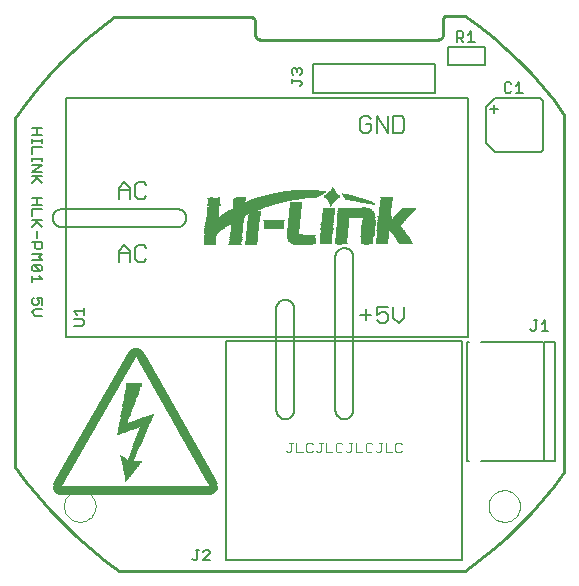
<source format=gto>
G75*
G70*
%OFA0B0*%
%FSLAX24Y24*%
%IPPOS*%
%LPD*%
%AMOC8*
5,1,8,0,0,1.08239X$1,22.5*
%
%ADD10C,0.0100*%
%ADD11C,0.0000*%
%ADD12C,0.0080*%
%ADD13C,0.0030*%
%ADD14C,0.0050*%
%ADD15R,0.0004X0.0004*%
%ADD16R,0.0011X0.0004*%
%ADD17R,0.0032X0.0004*%
%ADD18R,0.0354X0.0004*%
%ADD19R,0.0007X0.0004*%
%ADD20R,0.0361X0.0004*%
%ADD21R,0.0014X0.0004*%
%ADD22R,0.0057X0.0004*%
%ADD23R,0.0039X0.0004*%
%ADD24R,0.0163X0.0004*%
%ADD25R,0.0393X0.0004*%
%ADD26R,0.0287X0.0004*%
%ADD27R,0.0365X0.0004*%
%ADD28R,0.0507X0.0004*%
%ADD29R,0.0372X0.0004*%
%ADD30R,0.0631X0.0004*%
%ADD31R,0.0379X0.0004*%
%ADD32R,0.0376X0.0004*%
%ADD33R,0.0691X0.0004*%
%ADD34R,0.0113X0.0004*%
%ADD35R,0.0120X0.0004*%
%ADD36R,0.0397X0.0004*%
%ADD37R,0.0418X0.0004*%
%ADD38R,0.0726X0.0004*%
%ADD39R,0.0241X0.0004*%
%ADD40R,0.0018X0.0004*%
%ADD41R,0.0050X0.0004*%
%ADD42R,0.0234X0.0004*%
%ADD43R,0.0202X0.0004*%
%ADD44R,0.0741X0.0004*%
%ADD45R,0.0383X0.0004*%
%ADD46R,0.0291X0.0004*%
%ADD47R,0.0184X0.0004*%
%ADD48R,0.0783X0.0004*%
%ADD49R,0.0294X0.0004*%
%ADD50R,0.0252X0.0004*%
%ADD51R,0.0425X0.0004*%
%ADD52R,0.0794X0.0004*%
%ADD53R,0.0415X0.0004*%
%ADD54R,0.0386X0.0004*%
%ADD55R,0.0390X0.0004*%
%ADD56R,0.0801X0.0004*%
%ADD57R,0.0407X0.0004*%
%ADD58R,0.0025X0.0004*%
%ADD59R,0.0811X0.0004*%
%ADD60R,0.0411X0.0004*%
%ADD61R,0.0432X0.0004*%
%ADD62R,0.0819X0.0004*%
%ADD63R,0.0400X0.0004*%
%ADD64R,0.0436X0.0004*%
%ADD65R,0.0829X0.0004*%
%ADD66R,0.0439X0.0004*%
%ADD67R,0.0833X0.0004*%
%ADD68R,0.0443X0.0004*%
%ADD69R,0.0422X0.0004*%
%ADD70R,0.0843X0.0004*%
%ADD71R,0.0446X0.0004*%
%ADD72R,0.0847X0.0004*%
%ADD73R,0.0854X0.0004*%
%ADD74R,0.0450X0.0004*%
%ADD75R,0.0404X0.0004*%
%ADD76R,0.0861X0.0004*%
%ADD77R,0.0454X0.0004*%
%ADD78R,0.0865X0.0004*%
%ADD79R,0.0868X0.0004*%
%ADD80R,0.0457X0.0004*%
%ADD81R,0.0872X0.0004*%
%ADD82R,0.0429X0.0004*%
%ADD83R,0.0875X0.0004*%
%ADD84R,0.0879X0.0004*%
%ADD85R,0.0882X0.0004*%
%ADD86R,0.0889X0.0004*%
%ADD87R,0.0464X0.0004*%
%ADD88R,0.0893X0.0004*%
%ADD89R,0.0468X0.0004*%
%ADD90R,0.0461X0.0004*%
%ADD91R,0.0900X0.0004*%
%ADD92R,0.0904X0.0004*%
%ADD93R,0.0907X0.0004*%
%ADD94R,0.0911X0.0004*%
%ADD95R,0.0914X0.0004*%
%ADD96R,0.0918X0.0004*%
%ADD97R,0.0921X0.0004*%
%ADD98R,0.0471X0.0004*%
%ADD99R,0.0925X0.0004*%
%ADD100R,0.0932X0.0004*%
%ADD101R,0.0475X0.0004*%
%ADD102R,0.0935X0.0004*%
%ADD103R,0.0478X0.0004*%
%ADD104R,0.0482X0.0004*%
%ADD105R,0.0943X0.0004*%
%ADD106R,0.0939X0.0004*%
%ADD107R,0.0946X0.0004*%
%ADD108R,0.0953X0.0004*%
%ADD109R,0.0957X0.0004*%
%ADD110R,0.0485X0.0004*%
%ADD111R,0.0964X0.0004*%
%ADD112R,0.0960X0.0004*%
%ADD113R,0.0886X0.0004*%
%ADD114R,0.0071X0.0004*%
%ADD115R,0.0705X0.0004*%
%ADD116R,0.0067X0.0004*%
%ADD117R,0.0578X0.0004*%
%ADD118R,0.0521X0.0004*%
%ADD119R,0.0524X0.0004*%
%ADD120R,0.0489X0.0004*%
%ADD121R,0.0493X0.0004*%
%ADD122R,0.0496X0.0004*%
%ADD123R,0.0500X0.0004*%
%ADD124R,0.0503X0.0004*%
%ADD125R,0.0510X0.0004*%
%ADD126R,0.0528X0.0004*%
%ADD127R,0.0535X0.0004*%
%ADD128R,0.0542X0.0004*%
%ADD129R,0.0549X0.0004*%
%ADD130R,0.0553X0.0004*%
%ADD131R,0.0556X0.0004*%
%ADD132R,0.0567X0.0004*%
%ADD133R,0.0570X0.0004*%
%ADD134R,0.0581X0.0004*%
%ADD135R,0.0588X0.0004*%
%ADD136R,0.0599X0.0004*%
%ADD137R,0.0602X0.0004*%
%ADD138R,0.0606X0.0004*%
%ADD139R,0.0857X0.0004*%
%ADD140R,0.0617X0.0004*%
%ADD141R,0.0188X0.0004*%
%ADD142R,0.0620X0.0004*%
%ADD143R,0.0592X0.0004*%
%ADD144R,0.0648X0.0004*%
%ADD145R,0.0850X0.0004*%
%ADD146R,0.0634X0.0004*%
%ADD147R,0.0645X0.0004*%
%ADD148R,0.0652X0.0004*%
%ADD149R,0.0840X0.0004*%
%ADD150R,0.0656X0.0004*%
%ADD151R,0.0659X0.0004*%
%ADD152R,0.0826X0.0004*%
%ADD153R,0.0670X0.0004*%
%ADD154R,0.0673X0.0004*%
%ADD155R,0.0684X0.0004*%
%ADD156R,0.0687X0.0004*%
%ADD157R,0.0663X0.0004*%
%ADD158R,0.0698X0.0004*%
%ADD159R,0.0666X0.0004*%
%ADD160R,0.0815X0.0004*%
%ADD161R,0.0694X0.0004*%
%ADD162R,0.0702X0.0004*%
%ADD163R,0.0712X0.0004*%
%ADD164R,0.0719X0.0004*%
%ADD165R,0.0804X0.0004*%
%ADD166R,0.0723X0.0004*%
%ADD167R,0.0733X0.0004*%
%ADD168R,0.0744X0.0004*%
%ADD169R,0.0748X0.0004*%
%ADD170R,0.0751X0.0004*%
%ADD171R,0.0762X0.0004*%
%ADD172R,0.0787X0.0004*%
%ADD173R,0.0772X0.0004*%
%ADD174R,0.0790X0.0004*%
%ADD175R,0.0780X0.0004*%
%ADD176R,0.0797X0.0004*%
%ADD177R,0.0680X0.0004*%
%ADD178R,0.0822X0.0004*%
%ADD179R,0.0808X0.0004*%
%ADD180R,0.1283X0.0004*%
%ADD181R,0.1279X0.0004*%
%ADD182R,0.0677X0.0004*%
%ADD183R,0.1276X0.0004*%
%ADD184R,0.1272X0.0004*%
%ADD185R,0.0896X0.0004*%
%ADD186R,0.0206X0.0004*%
%ADD187R,0.0110X0.0004*%
%ADD188R,0.0103X0.0004*%
%ADD189R,0.0836X0.0004*%
%ADD190R,0.1269X0.0004*%
%ADD191R,0.1265X0.0004*%
%ADD192R,0.1261X0.0004*%
%ADD193R,0.1254X0.0004*%
%ADD194R,0.1258X0.0004*%
%ADD195R,0.0369X0.0004*%
%ADD196R,0.0358X0.0004*%
%ADD197R,0.0351X0.0004*%
%ADD198R,0.0344X0.0004*%
%ADD199R,0.1247X0.0004*%
%ADD200R,0.0340X0.0004*%
%ADD201R,0.0330X0.0004*%
%ADD202R,0.1244X0.0004*%
%ADD203R,0.0326X0.0004*%
%ADD204R,0.0315X0.0004*%
%ADD205R,0.0312X0.0004*%
%ADD206R,0.1240X0.0004*%
%ADD207R,0.0305X0.0004*%
%ADD208R,0.1233X0.0004*%
%ADD209R,0.0301X0.0004*%
%ADD210R,0.1226X0.0004*%
%ADD211R,0.0283X0.0004*%
%ADD212R,0.0276X0.0004*%
%ADD213R,0.0269X0.0004*%
%ADD214R,0.1222X0.0004*%
%ADD215R,0.0259X0.0004*%
%ADD216R,0.1219X0.0004*%
%ADD217R,0.0248X0.0004*%
%ADD218R,0.1212X0.0004*%
%ADD219R,0.1208X0.0004*%
%ADD220R,0.0223X0.0004*%
%ADD221R,0.1205X0.0004*%
%ADD222R,0.0209X0.0004*%
%ADD223R,0.0198X0.0004*%
%ADD224R,0.1191X0.0004*%
%ADD225R,0.1187X0.0004*%
%ADD226R,0.0170X0.0004*%
%ADD227R,0.1183X0.0004*%
%ADD228R,0.1180X0.0004*%
%ADD229R,0.0152X0.0004*%
%ADD230R,0.1176X0.0004*%
%ADD231R,0.0131X0.0004*%
%ADD232R,0.1169X0.0004*%
%ADD233R,0.1173X0.0004*%
%ADD234R,0.1166X0.0004*%
%ADD235R,0.0043X0.0004*%
%ADD236R,0.1155X0.0004*%
%ADD237R,0.1159X0.0004*%
%ADD238R,0.1148X0.0004*%
%ADD239R,0.1144X0.0004*%
%ADD240R,0.1141X0.0004*%
%ADD241R,0.1137X0.0004*%
%ADD242R,0.1127X0.0004*%
%ADD243R,0.1113X0.0004*%
%ADD244R,0.1116X0.0004*%
%ADD245R,0.1102X0.0004*%
%ADD246R,0.1098X0.0004*%
%ADD247R,0.1088X0.0004*%
%ADD248R,0.1077X0.0004*%
%ADD249R,0.1070X0.0004*%
%ADD250R,0.1059X0.0004*%
%ADD251R,0.1052X0.0004*%
%ADD252R,0.1038X0.0004*%
%ADD253R,0.1020X0.0004*%
%ADD254R,0.1017X0.0004*%
%ADD255R,0.0950X0.0004*%
%ADD256R,0.1006X0.0004*%
%ADD257R,0.0053X0.0004*%
%ADD258R,0.0230X0.0004*%
%ADD259R,0.0262X0.0004*%
%ADD260R,0.0974X0.0004*%
%ADD261R,0.0064X0.0004*%
%ADD262R,0.0227X0.0004*%
%ADD263R,0.0989X0.0004*%
%ADD264R,0.0085X0.0004*%
%ADD265R,0.0046X0.0004*%
%ADD266R,0.0156X0.0004*%
%ADD267R,0.1003X0.0004*%
%ADD268R,0.0347X0.0004*%
%ADD269R,0.1010X0.0004*%
%ADD270R,0.0308X0.0004*%
%ADD271R,0.1028X0.0004*%
%ADD272R,0.1035X0.0004*%
%ADD273R,0.1049X0.0004*%
%ADD274R,0.1063X0.0004*%
%ADD275R,0.1067X0.0004*%
%ADD276R,0.0216X0.0004*%
%ADD277R,0.0237X0.0004*%
%ADD278R,0.1201X0.0004*%
%ADD279R,0.1215X0.0004*%
%ADD280R,0.1230X0.0004*%
%ADD281R,0.1237X0.0004*%
%ADD282R,0.0028X0.0004*%
%ADD283R,0.0035X0.0004*%
%ADD284R,0.1300X0.0004*%
%ADD285R,0.1315X0.0004*%
%ADD286R,0.1329X0.0004*%
%ADD287R,0.1343X0.0004*%
%ADD288R,0.1357X0.0004*%
%ADD289R,0.1371X0.0004*%
%ADD290R,0.1389X0.0004*%
%ADD291R,0.0060X0.0004*%
%ADD292R,0.1403X0.0004*%
%ADD293R,0.0078X0.0004*%
%ADD294R,0.1417X0.0004*%
%ADD295R,0.1439X0.0004*%
%ADD296R,0.0145X0.0004*%
%ADD297R,0.1449X0.0004*%
%ADD298R,0.0092X0.0004*%
%ADD299R,0.0174X0.0004*%
%ADD300R,0.1467X0.0004*%
%ADD301R,0.1485X0.0004*%
%ADD302R,0.0106X0.0004*%
%ADD303R,0.1499X0.0004*%
%ADD304R,0.1517X0.0004*%
%ADD305R,0.1545X0.0004*%
%ADD306R,0.1552X0.0004*%
%ADD307R,0.0128X0.0004*%
%ADD308R,0.0280X0.0004*%
%ADD309R,0.1570X0.0004*%
%ADD310R,0.1587X0.0004*%
%ADD311R,0.0138X0.0004*%
%ADD312R,0.1602X0.0004*%
%ADD313R,0.0142X0.0004*%
%ADD314R,0.0337X0.0004*%
%ADD315R,0.0220X0.0004*%
%ADD316R,0.1194X0.0004*%
%ADD317R,0.0081X0.0004*%
%ADD318R,0.0159X0.0004*%
%ADD319R,0.0167X0.0004*%
%ADD320R,0.0181X0.0004*%
%ADD321R,0.1286X0.0004*%
%ADD322R,0.1297X0.0004*%
%ADD323R,0.0244X0.0004*%
%ADD324R,0.0255X0.0004*%
%ADD325R,0.0021X0.0004*%
%ADD326R,0.1325X0.0004*%
%ADD327R,0.1332X0.0004*%
%ADD328R,0.0273X0.0004*%
%ADD329R,0.0517X0.0004*%
%ADD330R,0.1346X0.0004*%
%ADD331R,0.1385X0.0004*%
%ADD332R,0.0539X0.0004*%
%ADD333R,0.1378X0.0004*%
%ADD334R,0.0560X0.0004*%
%ADD335R,0.1407X0.0004*%
%ADD336R,0.1424X0.0004*%
%ADD337R,0.0322X0.0004*%
%ADD338R,0.1414X0.0004*%
%ADD339R,0.1453X0.0004*%
%ADD340R,0.0563X0.0004*%
%ADD341R,0.1506X0.0004*%
%ADD342R,0.1520X0.0004*%
%ADD343R,0.1573X0.0004*%
%ADD344R,0.0319X0.0004*%
%ADD345R,0.1616X0.0004*%
%ADD346R,0.1641X0.0004*%
%ADD347R,0.1680X0.0004*%
%ADD348R,0.0333X0.0004*%
%ADD349R,0.1665X0.0004*%
%ADD350R,0.0096X0.0004*%
%ADD351R,0.1701X0.0004*%
%ADD352R,0.1867X0.0004*%
%ADD353R,0.1885X0.0004*%
%ADD354R,0.1871X0.0004*%
%ADD355R,0.1864X0.0004*%
%ADD356R,0.1874X0.0004*%
%ADD357R,0.0546X0.0004*%
%ADD358R,0.1850X0.0004*%
%ADD359R,0.1839X0.0004*%
%ADD360R,0.1832X0.0004*%
%ADD361R,0.1825X0.0004*%
%ADD362R,0.1818X0.0004*%
%ADD363R,0.0298X0.0004*%
%ADD364R,0.1807X0.0004*%
%ADD365R,0.1796X0.0004*%
%ADD366R,0.1789X0.0004*%
%ADD367R,0.1786X0.0004*%
%ADD368R,0.1772X0.0004*%
%ADD369R,0.1761X0.0004*%
%ADD370R,0.1754X0.0004*%
%ADD371R,0.1733X0.0004*%
%ADD372R,0.1743X0.0004*%
%ADD373R,0.0177X0.0004*%
%ADD374R,0.1729X0.0004*%
%ADD375R,0.1715X0.0004*%
%ADD376R,0.1697X0.0004*%
%ADD377R,0.1687X0.0004*%
%ADD378R,0.1676X0.0004*%
%ADD379R,0.1669X0.0004*%
%ADD380R,0.1655X0.0004*%
%ADD381R,0.1637X0.0004*%
%ADD382R,0.1630X0.0004*%
%ADD383R,0.1633X0.0004*%
%ADD384R,0.1619X0.0004*%
%ADD385R,0.1580X0.0004*%
%ADD386R,0.1577X0.0004*%
%ADD387R,0.1556X0.0004*%
%ADD388R,0.1541X0.0004*%
%ADD389R,0.1495X0.0004*%
%ADD390R,0.1492X0.0004*%
%ADD391R,0.1474X0.0004*%
%ADD392R,0.1463X0.0004*%
%ADD393R,0.1442X0.0004*%
%ADD394R,0.1368X0.0004*%
%ADD395R,0.1304X0.0004*%
%ADD396R,0.0191X0.0004*%
%ADD397R,0.0765X0.0004*%
%ADD398R,0.0135X0.0004*%
%ADD399R,0.0099X0.0004*%
%ADD400R,0.0117X0.0004*%
%ADD401R,0.0089X0.0004*%
%ADD402C,0.0060*%
%ADD403R,0.4922X0.0006*%
%ADD404R,0.4983X0.0006*%
%ADD405R,0.5027X0.0006*%
%ADD406R,0.5065X0.0006*%
%ADD407R,0.5093X0.0006*%
%ADD408R,0.5120X0.0006*%
%ADD409R,0.5148X0.0006*%
%ADD410R,0.5170X0.0006*%
%ADD411R,0.5187X0.0006*%
%ADD412R,0.5209X0.0006*%
%ADD413R,0.5225X0.0006*%
%ADD414R,0.5242X0.0006*%
%ADD415R,0.5253X0.0006*%
%ADD416R,0.5269X0.0006*%
%ADD417R,0.5286X0.0006*%
%ADD418R,0.5297X0.0006*%
%ADD419R,0.5308X0.0006*%
%ADD420R,0.5319X0.0006*%
%ADD421R,0.5330X0.0006*%
%ADD422R,0.5341X0.0006*%
%ADD423R,0.5346X0.0006*%
%ADD424R,0.5357X0.0006*%
%ADD425R,0.5363X0.0006*%
%ADD426R,0.5374X0.0006*%
%ADD427R,0.5380X0.0006*%
%ADD428R,0.5385X0.0006*%
%ADD429R,0.5396X0.0006*%
%ADD430R,0.5402X0.0006*%
%ADD431R,0.5407X0.0006*%
%ADD432R,0.5413X0.0006*%
%ADD433R,0.5418X0.0006*%
%ADD434R,0.5424X0.0006*%
%ADD435R,0.5429X0.0006*%
%ADD436R,0.5435X0.0006*%
%ADD437R,0.5440X0.0006*%
%ADD438R,0.5446X0.0006*%
%ADD439R,0.5451X0.0006*%
%ADD440R,0.5457X0.0006*%
%ADD441R,0.5462X0.0006*%
%ADD442R,0.5468X0.0006*%
%ADD443R,0.5473X0.0006*%
%ADD444R,0.5076X0.0006*%
%ADD445R,0.0375X0.0006*%
%ADD446R,0.0320X0.0006*%
%ADD447R,0.0314X0.0006*%
%ADD448R,0.0298X0.0006*%
%ADD449R,0.0292X0.0006*%
%ADD450R,0.0276X0.0006*%
%ADD451R,0.0281X0.0006*%
%ADD452R,0.0287X0.0006*%
%ADD453R,0.0303X0.0006*%
%ADD454R,0.0309X0.0006*%
%ADD455R,0.0006X0.0006*%
%ADD456R,0.0325X0.0006*%
%ADD457R,0.0011X0.0006*%
%ADD458R,0.0017X0.0006*%
%ADD459R,0.0028X0.0006*%
%ADD460R,0.0033X0.0006*%
%ADD461R,0.0039X0.0006*%
%ADD462R,0.0050X0.0006*%
%ADD463R,0.0055X0.0006*%
%ADD464R,0.0061X0.0006*%
%ADD465R,0.0066X0.0006*%
%ADD466R,0.0077X0.0006*%
%ADD467R,0.0083X0.0006*%
%ADD468R,0.0088X0.0006*%
%ADD469R,0.0094X0.0006*%
%ADD470R,0.0105X0.0006*%
%ADD471R,0.0110X0.0006*%
%ADD472R,0.0116X0.0006*%
%ADD473R,0.0121X0.0006*%
%ADD474R,0.0132X0.0006*%
%ADD475R,0.0138X0.0006*%
%ADD476R,0.0143X0.0006*%
%ADD477R,0.0149X0.0006*%
%ADD478R,0.0160X0.0006*%
%ADD479R,0.0165X0.0006*%
%ADD480R,0.0171X0.0006*%
%ADD481R,0.0176X0.0006*%
%ADD482R,0.0187X0.0006*%
%ADD483R,0.0193X0.0006*%
%ADD484R,0.0198X0.0006*%
%ADD485R,0.0204X0.0006*%
%ADD486R,0.0215X0.0006*%
%ADD487R,0.0220X0.0006*%
%ADD488R,0.0226X0.0006*%
%ADD489R,0.0231X0.0006*%
%ADD490R,0.0243X0.0006*%
%ADD491R,0.0248X0.0006*%
%ADD492R,0.0254X0.0006*%
%ADD493R,0.0259X0.0006*%
%ADD494R,0.0270X0.0006*%
%ADD495R,0.0331X0.0006*%
%ADD496R,0.0336X0.0006*%
%ADD497R,0.0347X0.0006*%
%ADD498R,0.0353X0.0006*%
%ADD499R,0.0358X0.0006*%
%ADD500R,0.0364X0.0006*%
%ADD501R,0.0380X0.0006*%
%ADD502R,0.0386X0.0006*%
%ADD503R,0.0391X0.0006*%
%ADD504R,0.0402X0.0006*%
%ADD505R,0.0408X0.0006*%
%ADD506R,0.0413X0.0006*%
%ADD507R,0.0419X0.0006*%
%ADD508R,0.0430X0.0006*%
%ADD509R,0.0435X0.0006*%
%ADD510R,0.0441X0.0006*%
%ADD511R,0.0446X0.0006*%
%ADD512R,0.0457X0.0006*%
%ADD513R,0.0463X0.0006*%
%ADD514R,0.0469X0.0006*%
%ADD515R,0.0474X0.0006*%
%ADD516R,0.0485X0.0006*%
%ADD517R,0.0491X0.0006*%
%ADD518R,0.0496X0.0006*%
%ADD519R,0.0502X0.0006*%
%ADD520R,0.0513X0.0006*%
%ADD521R,0.0518X0.0006*%
%ADD522R,0.0524X0.0006*%
%ADD523R,0.0529X0.0006*%
%ADD524R,0.0540X0.0006*%
%ADD525R,0.0546X0.0006*%
%ADD526R,0.0551X0.0006*%
%ADD527R,0.0557X0.0006*%
%ADD528R,0.0568X0.0006*%
%ADD529R,0.0573X0.0006*%
%ADD530R,0.0579X0.0006*%
%ADD531R,0.0584X0.0006*%
%ADD532R,0.0595X0.0006*%
%ADD533R,0.0601X0.0006*%
%ADD534R,0.0606X0.0006*%
%ADD535R,0.0612X0.0006*%
%ADD536R,0.0623X0.0006*%
%ADD537R,0.0628X0.0006*%
%ADD538R,0.0634X0.0006*%
%ADD539R,0.0639X0.0006*%
%ADD540R,0.0650X0.0006*%
%ADD541R,0.0656X0.0006*%
%ADD542R,0.0590X0.0006*%
%ADD543R,0.0397X0.0006*%
%ADD544R,0.0209X0.0006*%
%ADD545R,0.0182X0.0006*%
%ADD546R,0.0127X0.0006*%
%ADD547R,0.0072X0.0006*%
%ADD548R,0.0237X0.0006*%
%ADD549R,0.0265X0.0006*%
%ADD550R,0.0154X0.0006*%
%ADD551R,0.0369X0.0006*%
%ADD552R,0.0562X0.0006*%
%ADD553R,0.0661X0.0006*%
%ADD554R,0.0678X0.0006*%
%ADD555R,0.0694X0.0006*%
%ADD556R,0.0987X0.0006*%
%ADD557R,0.0992X0.0006*%
%ADD558R,0.0998X0.0006*%
%ADD559R,0.1003X0.0006*%
%ADD560R,0.1009X0.0006*%
%ADD561R,0.0750X0.0006*%
%ADD562R,0.0733X0.0006*%
%ADD563R,0.0722X0.0006*%
%ADD564R,0.0706X0.0006*%
%ADD565R,0.0700X0.0006*%
%ADD566R,0.0683X0.0006*%
%ADD567R,0.0667X0.0006*%
%ADD568R,0.0645X0.0006*%
%ADD569R,0.0617X0.0006*%
%ADD570R,0.0480X0.0006*%
%ADD571R,0.0452X0.0006*%
%ADD572R,0.0044X0.0006*%
%ADD573R,0.0342X0.0006*%
%ADD574R,0.0424X0.0006*%
%ADD575R,0.0507X0.0006*%
D10*
X003600Y000390D02*
X015150Y000390D01*
X018450Y003690D02*
X018450Y015590D01*
X015150Y018890D02*
X014550Y018890D01*
X014527Y018888D01*
X014504Y018883D01*
X014482Y018874D01*
X014462Y018861D01*
X014444Y018846D01*
X014429Y018828D01*
X014416Y018808D01*
X014407Y018786D01*
X014402Y018763D01*
X014400Y018740D01*
X014400Y018240D01*
X014398Y018217D01*
X014393Y018194D01*
X014384Y018172D01*
X014371Y018152D01*
X014356Y018134D01*
X014338Y018119D01*
X014318Y018106D01*
X014296Y018097D01*
X014273Y018092D01*
X014250Y018090D01*
X008300Y018090D01*
X008277Y018092D01*
X008254Y018097D01*
X008232Y018106D01*
X008212Y018119D01*
X008194Y018134D01*
X008179Y018152D01*
X008166Y018172D01*
X008157Y018194D01*
X008152Y018217D01*
X008150Y018240D01*
X008150Y018690D01*
X008148Y018713D01*
X008143Y018736D01*
X008134Y018758D01*
X008121Y018778D01*
X008106Y018796D01*
X008088Y018811D01*
X008068Y018824D01*
X008046Y018833D01*
X008023Y018838D01*
X008000Y018840D01*
X003450Y018840D01*
X000150Y015490D02*
X000150Y003840D01*
X015150Y018890D02*
X015623Y018543D01*
X016080Y018176D01*
X016521Y017790D01*
X016944Y017384D01*
X017350Y016961D01*
X017736Y016520D01*
X018103Y016063D01*
X018450Y015590D01*
X003600Y000390D02*
X003106Y000752D01*
X002627Y001136D01*
X002167Y001540D01*
X001724Y001964D01*
X001300Y002407D01*
X000896Y002867D01*
X000512Y003346D01*
X000150Y003840D01*
X015150Y000390D02*
X015623Y000737D01*
X016080Y001104D01*
X016521Y001490D01*
X016944Y001896D01*
X017350Y002319D01*
X017736Y002760D01*
X018103Y003217D01*
X018450Y003690D01*
X003450Y018840D02*
X002976Y018487D01*
X002518Y018114D01*
X002077Y017721D01*
X001653Y017309D01*
X001248Y016879D01*
X000862Y016432D01*
X000495Y015969D01*
X000150Y015490D01*
D11*
X001775Y002540D02*
X001777Y002585D01*
X001783Y002630D01*
X001792Y002674D01*
X001806Y002717D01*
X001823Y002759D01*
X001843Y002799D01*
X001867Y002838D01*
X001895Y002874D01*
X001925Y002907D01*
X001958Y002938D01*
X001993Y002966D01*
X002031Y002991D01*
X002071Y003012D01*
X002112Y003030D01*
X002155Y003045D01*
X002199Y003055D01*
X002244Y003062D01*
X002289Y003065D01*
X002334Y003064D01*
X002379Y003059D01*
X002423Y003050D01*
X002467Y003038D01*
X002509Y003022D01*
X002549Y003002D01*
X002588Y002979D01*
X002625Y002952D01*
X002659Y002923D01*
X002691Y002891D01*
X002719Y002856D01*
X002745Y002819D01*
X002767Y002779D01*
X002786Y002738D01*
X002801Y002696D01*
X002813Y002652D01*
X002821Y002608D01*
X002825Y002563D01*
X002825Y002517D01*
X002821Y002472D01*
X002813Y002428D01*
X002801Y002384D01*
X002786Y002342D01*
X002767Y002301D01*
X002745Y002261D01*
X002719Y002224D01*
X002691Y002189D01*
X002659Y002157D01*
X002625Y002128D01*
X002588Y002101D01*
X002549Y002078D01*
X002509Y002058D01*
X002467Y002042D01*
X002423Y002030D01*
X002379Y002021D01*
X002334Y002016D01*
X002289Y002015D01*
X002244Y002018D01*
X002199Y002025D01*
X002155Y002035D01*
X002112Y002050D01*
X002071Y002068D01*
X002031Y002089D01*
X001993Y002114D01*
X001958Y002142D01*
X001925Y002173D01*
X001895Y002206D01*
X001867Y002242D01*
X001843Y002281D01*
X001823Y002321D01*
X001806Y002363D01*
X001792Y002406D01*
X001783Y002450D01*
X001777Y002495D01*
X001775Y002540D01*
X015925Y002540D02*
X015927Y002585D01*
X015933Y002630D01*
X015942Y002674D01*
X015956Y002717D01*
X015973Y002759D01*
X015993Y002799D01*
X016017Y002838D01*
X016045Y002874D01*
X016075Y002907D01*
X016108Y002938D01*
X016143Y002966D01*
X016181Y002991D01*
X016221Y003012D01*
X016262Y003030D01*
X016305Y003045D01*
X016349Y003055D01*
X016394Y003062D01*
X016439Y003065D01*
X016484Y003064D01*
X016529Y003059D01*
X016573Y003050D01*
X016617Y003038D01*
X016659Y003022D01*
X016699Y003002D01*
X016738Y002979D01*
X016775Y002952D01*
X016809Y002923D01*
X016841Y002891D01*
X016869Y002856D01*
X016895Y002819D01*
X016917Y002779D01*
X016936Y002738D01*
X016951Y002696D01*
X016963Y002652D01*
X016971Y002608D01*
X016975Y002563D01*
X016975Y002517D01*
X016971Y002472D01*
X016963Y002428D01*
X016951Y002384D01*
X016936Y002342D01*
X016917Y002301D01*
X016895Y002261D01*
X016869Y002224D01*
X016841Y002189D01*
X016809Y002157D01*
X016775Y002128D01*
X016738Y002101D01*
X016699Y002078D01*
X016659Y002058D01*
X016617Y002042D01*
X016573Y002030D01*
X016529Y002021D01*
X016484Y002016D01*
X016439Y002015D01*
X016394Y002018D01*
X016349Y002025D01*
X016305Y002035D01*
X016262Y002050D01*
X016221Y002068D01*
X016181Y002089D01*
X016143Y002114D01*
X016108Y002142D01*
X016075Y002173D01*
X016045Y002206D01*
X016017Y002242D01*
X015993Y002281D01*
X015973Y002321D01*
X015956Y002363D01*
X015942Y002406D01*
X015933Y002450D01*
X015927Y002495D01*
X015925Y002540D01*
D12*
X015677Y004057D02*
X017750Y004057D01*
X017757Y004057D02*
X017757Y007996D01*
X018150Y007996D01*
X018150Y004057D01*
X017757Y004057D01*
X015280Y004057D02*
X015207Y004057D01*
X015198Y004057D02*
X015198Y007996D01*
X015207Y007996D02*
X015280Y007996D01*
X015254Y008164D02*
X015254Y016129D01*
X001828Y016129D01*
X001828Y008164D01*
X015254Y008164D01*
X015041Y008033D02*
X007167Y008033D01*
X007166Y008019D02*
X007166Y000747D01*
X015042Y000747D01*
X015042Y008019D01*
X015677Y007996D02*
X017750Y007996D01*
X011419Y005740D02*
X011419Y010840D01*
X011417Y010874D01*
X011411Y010907D01*
X011402Y010939D01*
X011389Y010970D01*
X011373Y011000D01*
X011354Y011027D01*
X011331Y011052D01*
X011306Y011075D01*
X011279Y011094D01*
X011249Y011110D01*
X011218Y011123D01*
X011186Y011132D01*
X011153Y011138D01*
X011119Y011140D01*
X011085Y011138D01*
X011052Y011132D01*
X011020Y011123D01*
X010989Y011110D01*
X010959Y011094D01*
X010932Y011075D01*
X010907Y011052D01*
X010884Y011027D01*
X010865Y011000D01*
X010849Y010970D01*
X010836Y010939D01*
X010827Y010907D01*
X010821Y010874D01*
X010819Y010840D01*
X010819Y005740D01*
X010821Y005706D01*
X010827Y005673D01*
X010836Y005641D01*
X010849Y005610D01*
X010865Y005580D01*
X010884Y005553D01*
X010907Y005528D01*
X010932Y005505D01*
X010959Y005486D01*
X010989Y005470D01*
X011020Y005457D01*
X011052Y005448D01*
X011085Y005442D01*
X011119Y005440D01*
X011153Y005442D01*
X011186Y005448D01*
X011218Y005457D01*
X011249Y005470D01*
X011279Y005486D01*
X011306Y005505D01*
X011331Y005528D01*
X011354Y005553D01*
X011373Y005580D01*
X011389Y005610D01*
X011402Y005641D01*
X011411Y005673D01*
X011417Y005706D01*
X011419Y005740D01*
X009450Y005740D02*
X009450Y009090D01*
X009451Y009124D01*
X009448Y009157D01*
X009441Y009190D01*
X009431Y009223D01*
X009417Y009253D01*
X009400Y009282D01*
X009380Y009309D01*
X009357Y009334D01*
X009331Y009356D01*
X009303Y009374D01*
X009273Y009390D01*
X009241Y009402D01*
X009208Y009410D01*
X009175Y009415D01*
X009141Y009416D01*
X009108Y009413D01*
X009075Y009406D01*
X009042Y009396D01*
X009012Y009382D01*
X008983Y009365D01*
X008956Y009345D01*
X008931Y009322D01*
X008909Y009296D01*
X008891Y009268D01*
X008875Y009238D01*
X008863Y009206D01*
X008855Y009173D01*
X008850Y009140D01*
X008850Y005740D01*
X008852Y005706D01*
X008858Y005673D01*
X008867Y005641D01*
X008880Y005610D01*
X008896Y005580D01*
X008915Y005553D01*
X008938Y005528D01*
X008963Y005505D01*
X008990Y005486D01*
X009020Y005470D01*
X009051Y005457D01*
X009083Y005448D01*
X009116Y005442D01*
X009150Y005440D01*
X009184Y005442D01*
X009217Y005448D01*
X009249Y005457D01*
X009280Y005470D01*
X009310Y005486D01*
X009337Y005505D01*
X009362Y005528D01*
X009385Y005553D01*
X009404Y005580D01*
X009420Y005610D01*
X009433Y005641D01*
X009442Y005673D01*
X009448Y005706D01*
X009450Y005740D01*
X005550Y011840D02*
X001700Y011840D01*
X001666Y011842D01*
X001633Y011848D01*
X001601Y011857D01*
X001570Y011870D01*
X001540Y011886D01*
X001513Y011905D01*
X001488Y011928D01*
X001465Y011953D01*
X001446Y011980D01*
X001430Y012010D01*
X001417Y012041D01*
X001408Y012073D01*
X001402Y012106D01*
X001400Y012140D01*
X001402Y012174D01*
X001408Y012207D01*
X001417Y012239D01*
X001430Y012270D01*
X001446Y012300D01*
X001465Y012327D01*
X001488Y012352D01*
X001513Y012375D01*
X001540Y012394D01*
X001570Y012410D01*
X001601Y012423D01*
X001633Y012432D01*
X001666Y012438D01*
X001700Y012440D01*
X005550Y012440D01*
X005584Y012438D01*
X005617Y012432D01*
X005649Y012423D01*
X005680Y012410D01*
X005710Y012394D01*
X005737Y012375D01*
X005762Y012352D01*
X005785Y012327D01*
X005804Y012300D01*
X005820Y012270D01*
X005833Y012239D01*
X005842Y012207D01*
X005848Y012174D01*
X005850Y012140D01*
X005848Y012106D01*
X005842Y012073D01*
X005833Y012041D01*
X005820Y012010D01*
X005804Y011980D01*
X005785Y011953D01*
X005762Y011928D01*
X005737Y011905D01*
X005710Y011886D01*
X005680Y011870D01*
X005649Y011857D01*
X005617Y011848D01*
X005584Y011842D01*
X005550Y011840D01*
X010058Y016298D02*
X010058Y017282D01*
X014129Y017282D01*
X014129Y016298D01*
X010058Y016298D01*
D13*
X010004Y004655D02*
X009894Y004655D01*
X009839Y004600D01*
X009839Y004380D01*
X009894Y004325D01*
X010004Y004325D01*
X010059Y004380D01*
X010171Y004380D02*
X010226Y004325D01*
X010281Y004325D01*
X010336Y004380D01*
X010336Y004655D01*
X010281Y004655D02*
X010391Y004655D01*
X010502Y004655D02*
X010502Y004325D01*
X010722Y004325D01*
X010834Y004380D02*
X010889Y004325D01*
X010999Y004325D01*
X011054Y004380D01*
X011165Y004380D02*
X011220Y004325D01*
X011275Y004325D01*
X011330Y004380D01*
X011330Y004655D01*
X011275Y004655D02*
X011385Y004655D01*
X011496Y004655D02*
X011496Y004325D01*
X011717Y004325D01*
X011828Y004380D02*
X011883Y004325D01*
X011993Y004325D01*
X012048Y004380D01*
X012159Y004380D02*
X012214Y004325D01*
X012270Y004325D01*
X012325Y004380D01*
X012325Y004655D01*
X012270Y004655D02*
X012380Y004655D01*
X012491Y004655D02*
X012491Y004325D01*
X012711Y004325D01*
X012822Y004380D02*
X012822Y004600D01*
X012877Y004655D01*
X012988Y004655D01*
X013043Y004600D01*
X013043Y004380D02*
X012988Y004325D01*
X012877Y004325D01*
X012822Y004380D01*
X012048Y004600D02*
X011993Y004655D01*
X011883Y004655D01*
X011828Y004600D01*
X011828Y004380D01*
X011054Y004600D02*
X010999Y004655D01*
X010889Y004655D01*
X010834Y004600D01*
X010834Y004380D01*
X010059Y004600D02*
X010004Y004655D01*
X009728Y004325D02*
X009508Y004325D01*
X009508Y004655D01*
X009396Y004655D02*
X009286Y004655D01*
X009341Y004655D02*
X009341Y004380D01*
X009286Y004325D01*
X009231Y004325D01*
X009176Y004380D01*
D14*
X012290Y008639D02*
X012198Y008731D01*
X012290Y008639D02*
X012474Y008639D01*
X012565Y008731D01*
X012565Y008914D01*
X012474Y009006D01*
X012382Y009006D01*
X012198Y008914D01*
X012198Y009189D01*
X012565Y009189D01*
X012751Y009189D02*
X012751Y008823D01*
X012934Y008639D01*
X013118Y008823D01*
X013118Y009189D01*
X012013Y008914D02*
X011646Y008914D01*
X011829Y008731D02*
X011829Y009098D01*
X011738Y014989D02*
X011921Y014989D01*
X012013Y015081D01*
X012013Y015264D01*
X011829Y015264D01*
X011646Y015081D02*
X011738Y014989D01*
X011646Y015081D02*
X011646Y015448D01*
X011738Y015539D01*
X011921Y015539D01*
X012013Y015448D01*
X012198Y015539D02*
X012565Y014989D01*
X012565Y015539D01*
X012751Y015539D02*
X013026Y015539D01*
X013118Y015448D01*
X013118Y015081D01*
X013026Y014989D01*
X012751Y014989D01*
X012751Y015539D01*
X012198Y015539D02*
X012198Y014989D01*
X004523Y013248D02*
X004431Y013339D01*
X004248Y013339D01*
X004156Y013248D01*
X004156Y012881D01*
X004248Y012789D01*
X004431Y012789D01*
X004523Y012881D01*
X003970Y012789D02*
X003970Y013156D01*
X003787Y013339D01*
X003603Y013156D01*
X003603Y012789D01*
X003603Y013064D02*
X003970Y013064D01*
X003787Y011239D02*
X003970Y011056D01*
X003970Y010689D01*
X004156Y010781D02*
X004248Y010689D01*
X004431Y010689D01*
X004523Y010781D01*
X004523Y011148D02*
X004431Y011239D01*
X004248Y011239D01*
X004156Y011148D01*
X004156Y010781D01*
X003970Y010964D02*
X003603Y010964D01*
X003603Y011056D02*
X003603Y010689D01*
X003603Y011056D02*
X003787Y011239D01*
D15*
X006633Y011240D03*
X006662Y011240D03*
X007278Y011257D03*
X007296Y011257D03*
X007870Y011243D03*
X007952Y011247D03*
X007983Y011247D03*
X008143Y011243D03*
X008185Y011243D03*
X008193Y011243D03*
X008657Y011771D03*
X008674Y011771D03*
X008561Y012047D03*
X008444Y012055D03*
X008270Y012405D03*
X008154Y012359D03*
X008444Y012473D03*
X008398Y012841D03*
X008412Y012845D03*
X008231Y012792D03*
X008051Y012728D03*
X007774Y012055D03*
X007264Y012359D03*
X006920Y012519D03*
X006913Y012519D03*
X006726Y012792D03*
X006708Y012792D03*
X006637Y012788D03*
X006584Y012774D03*
X008834Y012947D03*
X008958Y012629D03*
X009128Y012675D03*
X009139Y012675D03*
X009167Y012682D03*
X009312Y012714D03*
X009319Y012714D03*
X009326Y012714D03*
X009355Y012643D03*
X009543Y012753D03*
X009603Y012646D03*
X009553Y013043D03*
X009546Y013043D03*
X009532Y013043D03*
X009677Y013050D03*
X009706Y013050D03*
X010106Y013040D03*
X010194Y013033D03*
X010375Y012912D03*
X010517Y012455D03*
X010715Y012451D03*
X010740Y012451D03*
X010793Y012455D03*
X010804Y012398D03*
X010999Y012448D03*
X011017Y012448D03*
X011027Y012448D03*
X011272Y012448D03*
X011282Y012448D03*
X011452Y012703D03*
X011559Y012678D03*
X011810Y012735D03*
X011899Y012611D03*
X011881Y012451D03*
X011991Y012409D03*
X012101Y012579D03*
X012115Y012579D03*
X012097Y012614D03*
X011697Y012455D03*
X011495Y012147D03*
X011467Y012147D03*
X011686Y012140D03*
X012246Y012168D03*
X012685Y012072D03*
X012841Y012221D03*
X013008Y012391D03*
X013079Y012448D03*
X013341Y012448D03*
X012501Y012809D03*
X011346Y012873D03*
X011268Y012894D03*
X009922Y011551D03*
X009730Y011559D03*
X009684Y011569D03*
X009479Y011250D03*
X009465Y011250D03*
X009025Y011771D03*
X009110Y012044D03*
X008866Y012044D03*
X008859Y012044D03*
X009217Y013011D03*
X010606Y011261D03*
X010868Y011261D03*
X010875Y011261D03*
X010882Y011261D03*
X011782Y011261D03*
X011789Y011261D03*
X011817Y011257D03*
X012055Y011268D03*
X012069Y011268D03*
X012441Y011261D03*
X012487Y011264D03*
X012494Y011264D03*
X013344Y011378D03*
D16*
X013178Y011279D03*
X013068Y012448D03*
X013465Y012441D03*
X012126Y012579D03*
X011892Y012710D03*
X011892Y012448D03*
X011630Y012451D03*
X011325Y012880D03*
X010744Y013142D03*
X009985Y013047D03*
X009589Y012653D03*
X009206Y013011D03*
X010907Y011257D03*
X011807Y011257D03*
X006828Y011247D03*
X006651Y011240D03*
D17*
X006683Y011240D03*
X010683Y012547D03*
X010683Y012554D03*
X010772Y012455D03*
D18*
X010706Y012763D03*
X009530Y012639D03*
X006618Y011243D03*
D19*
X007879Y011243D03*
X007964Y011247D03*
X008666Y011771D03*
X008460Y012055D03*
X008060Y012296D03*
X007999Y012710D03*
X008152Y012763D03*
X009126Y012044D03*
X009576Y012653D03*
X009718Y012777D03*
X009732Y012777D03*
X009743Y012777D03*
X009980Y012802D03*
X009966Y013047D03*
X010526Y012455D03*
X010540Y012455D03*
X010678Y012526D03*
X010682Y012522D03*
X010682Y012519D03*
X010731Y012451D03*
X010802Y012455D03*
X011061Y012926D03*
X010742Y013146D03*
X011366Y012870D03*
X011405Y012859D03*
X011479Y012147D03*
X012411Y011261D03*
X012506Y011264D03*
X013190Y011279D03*
X010338Y011261D03*
X006625Y012788D03*
D20*
X007645Y012770D03*
X007645Y012767D03*
X006621Y011247D03*
X010703Y012767D03*
X010710Y012923D03*
X011890Y011271D03*
D21*
X012429Y011261D03*
X011702Y012140D03*
X010682Y012529D03*
X010682Y012533D03*
X010682Y012536D03*
X010742Y013139D03*
X009038Y012986D03*
X008765Y012933D03*
X009077Y012660D03*
X009491Y011250D03*
X006812Y011247D03*
D22*
X007858Y011247D03*
X008169Y011247D03*
X010738Y013103D03*
D23*
X010740Y013118D03*
X010740Y013121D03*
X009443Y013036D03*
X008267Y012352D03*
X008008Y011247D03*
D24*
X009845Y011247D03*
X010728Y013022D03*
X010728Y013025D03*
D25*
X010708Y012909D03*
X010609Y012420D03*
X010609Y012416D03*
X010609Y012412D03*
X010609Y012409D03*
X010609Y012405D03*
X010609Y012402D03*
X009511Y012607D03*
X010492Y011264D03*
X011803Y012668D03*
X008030Y011427D03*
X008030Y011424D03*
X008030Y011413D03*
X008030Y011410D03*
X008030Y011399D03*
X008026Y011396D03*
X008026Y011392D03*
X008026Y011388D03*
X008026Y011385D03*
X008026Y011381D03*
X008026Y011378D03*
X008026Y011374D03*
X008026Y011371D03*
X008026Y011367D03*
X006637Y011257D03*
X006637Y011254D03*
X006637Y011250D03*
X006747Y012412D03*
X006747Y012416D03*
X006747Y012420D03*
X006747Y012423D03*
X006747Y012427D03*
X006747Y012430D03*
X006747Y012434D03*
X006747Y012437D03*
X006779Y012753D03*
D26*
X006761Y012519D03*
X007544Y011250D03*
X010567Y012451D03*
D27*
X011293Y012838D03*
X009776Y013047D03*
X008139Y012228D03*
X008132Y012221D03*
X008132Y012218D03*
X008012Y011250D03*
X006750Y012526D03*
D28*
X009755Y011250D03*
X011133Y012147D03*
X011403Y012781D03*
X010719Y012813D03*
D29*
X010712Y012916D03*
X010712Y012919D03*
X011307Y012831D03*
X011839Y012657D03*
X009521Y012625D03*
X008129Y012214D03*
X008015Y011275D03*
X008015Y011271D03*
X008015Y011261D03*
X008015Y011254D03*
X007502Y011254D03*
D30*
X006784Y011782D03*
X009746Y011254D03*
D31*
X009518Y012621D03*
X008125Y012203D03*
X008019Y011307D03*
X008019Y011303D03*
X008019Y011300D03*
X008019Y011296D03*
X008019Y011282D03*
X007498Y011257D03*
X011304Y012834D03*
D32*
X011837Y012660D03*
X012521Y012795D03*
X010706Y012770D03*
X008127Y012210D03*
X008127Y012207D03*
X007638Y012760D03*
X006756Y012529D03*
X006756Y012462D03*
X008017Y011293D03*
X008017Y011289D03*
X008017Y011286D03*
X008017Y011279D03*
X008017Y011268D03*
X008017Y011264D03*
X008017Y011257D03*
D33*
X008788Y012040D03*
X009752Y011257D03*
D34*
X010976Y011257D03*
X010685Y012618D03*
X010685Y012621D03*
X010685Y012625D03*
X010735Y013061D03*
X011114Y012912D03*
X008276Y012349D03*
X008276Y012345D03*
D35*
X010685Y012629D03*
X010735Y013050D03*
X012060Y012593D03*
X011883Y011257D03*
D36*
X011801Y012671D03*
X010600Y012373D03*
X010600Y012370D03*
X010600Y012366D03*
X010600Y012363D03*
X010600Y012359D03*
X010600Y012356D03*
X010600Y012352D03*
X010600Y012349D03*
X010494Y011318D03*
X010494Y011310D03*
X010494Y011307D03*
X010494Y011303D03*
X010494Y011296D03*
X010494Y011286D03*
X010490Y011282D03*
X010490Y011279D03*
X010490Y011275D03*
X010490Y011271D03*
X010490Y011268D03*
X009509Y012597D03*
X009509Y012600D03*
X009509Y012604D03*
X008116Y012193D03*
X008116Y012189D03*
X007624Y012731D03*
X007627Y012735D03*
X006781Y012749D03*
X006781Y012756D03*
X006781Y012760D03*
X006781Y012763D03*
X006781Y012767D03*
X006781Y012770D03*
X006777Y012742D03*
X006777Y012738D03*
X006777Y012735D03*
X006777Y012731D03*
X006777Y012728D03*
X006777Y012724D03*
X006777Y012721D03*
X006742Y012377D03*
X006742Y012373D03*
X006639Y011296D03*
X006639Y011293D03*
X006639Y011289D03*
X006639Y011286D03*
X006639Y011282D03*
X006639Y011279D03*
X006639Y011275D03*
X006639Y011271D03*
X006639Y011268D03*
X006639Y011264D03*
X006639Y011261D03*
X008028Y011403D03*
X008028Y011406D03*
X008028Y011417D03*
X008028Y011420D03*
X013258Y012444D03*
D37*
X012485Y012434D03*
X012485Y012430D03*
X012485Y012427D03*
X012485Y012423D03*
X012471Y012306D03*
X012471Y012303D03*
X012471Y012299D03*
X012471Y012296D03*
X012471Y012292D03*
X012471Y012288D03*
X012471Y012285D03*
X012471Y012281D03*
X012471Y012278D03*
X012471Y012274D03*
X012471Y012271D03*
X012471Y012267D03*
X012471Y012264D03*
X012404Y011605D03*
X012404Y011601D03*
X012404Y011597D03*
X012404Y011594D03*
X012400Y011573D03*
X012400Y011569D03*
X012400Y011562D03*
X012400Y011555D03*
X012393Y011523D03*
X012393Y011520D03*
X012393Y011516D03*
X012393Y011512D03*
X012393Y011509D03*
X012393Y011505D03*
X012393Y011502D03*
X012393Y011498D03*
X012393Y011495D03*
X012393Y011491D03*
X012382Y011381D03*
X012382Y011378D03*
X012382Y011374D03*
X012382Y011371D03*
X012382Y011367D03*
X012382Y011364D03*
X012382Y011360D03*
X012382Y011357D03*
X012382Y011353D03*
X012382Y011349D03*
X012375Y011310D03*
X012375Y011307D03*
X012375Y011303D03*
X012375Y011300D03*
X012375Y011296D03*
X012375Y011293D03*
X012375Y011289D03*
X012375Y011286D03*
X012375Y011282D03*
X012375Y011279D03*
X012375Y011275D03*
X011872Y011346D03*
X011879Y011406D03*
X011879Y011410D03*
X011879Y011417D03*
X011879Y011420D03*
X011089Y012115D03*
X011089Y012118D03*
X011089Y012122D03*
X011089Y012125D03*
X011089Y012129D03*
X011089Y012133D03*
X011089Y012136D03*
X011089Y012140D03*
X011082Y012065D03*
X011040Y011654D03*
X011040Y011651D03*
X011040Y011644D03*
X011040Y011640D03*
X011040Y011636D03*
X011036Y011605D03*
X011036Y011597D03*
X011032Y011590D03*
X011032Y011580D03*
X011032Y011569D03*
X011032Y011559D03*
X011029Y011551D03*
X011029Y011548D03*
X011029Y011544D03*
X011029Y011541D03*
X011029Y011537D03*
X011029Y011534D03*
X011029Y011530D03*
X011029Y011523D03*
X011029Y011520D03*
X011029Y011516D03*
X011029Y011512D03*
X011029Y011509D03*
X011022Y011456D03*
X011022Y011452D03*
X011022Y011449D03*
X011022Y011445D03*
X011022Y011442D03*
X011018Y011410D03*
X011018Y011399D03*
X011018Y011392D03*
X011018Y011388D03*
X011018Y011378D03*
X011018Y011374D03*
X011018Y011367D03*
X011018Y011360D03*
X011018Y011357D03*
X011018Y011353D03*
X011018Y011349D03*
X011018Y011346D03*
X011018Y011342D03*
X011018Y011339D03*
X010508Y011484D03*
X010508Y011488D03*
X010512Y011502D03*
X010512Y011505D03*
X010512Y011509D03*
X010512Y011512D03*
X010512Y011516D03*
X010515Y011527D03*
X010515Y011530D03*
X010515Y011534D03*
X010515Y011537D03*
X010515Y011541D03*
X010515Y011544D03*
X010515Y011548D03*
X010515Y011551D03*
X010515Y011566D03*
X010515Y011569D03*
X010572Y012101D03*
X010572Y012104D03*
X010572Y012108D03*
X010572Y012111D03*
X010582Y012193D03*
X010582Y012196D03*
X010582Y012200D03*
X010710Y012898D03*
X011773Y012678D03*
X009498Y012558D03*
X009498Y012554D03*
X009431Y011884D03*
X009431Y011881D03*
X009431Y011877D03*
X009431Y011870D03*
X009431Y011853D03*
X009431Y011849D03*
X009431Y011846D03*
X009417Y011700D03*
X009417Y011697D03*
X009417Y011693D03*
X009417Y011686D03*
X009417Y011683D03*
X009417Y011679D03*
X009417Y011675D03*
X009417Y011672D03*
X009417Y011668D03*
X009413Y011661D03*
X009413Y011654D03*
X009413Y011651D03*
X009413Y011647D03*
X009413Y011644D03*
X009413Y011640D03*
X009413Y011636D03*
X009413Y011633D03*
X009413Y011629D03*
X009413Y011626D03*
X009413Y011619D03*
X009413Y011615D03*
X008084Y011955D03*
X008084Y011959D03*
X008084Y011962D03*
X008084Y011966D03*
X008084Y011970D03*
X008084Y011973D03*
X008084Y011977D03*
X008084Y011980D03*
X008084Y011984D03*
X008084Y011987D03*
X008084Y011991D03*
X008084Y011994D03*
X008084Y011998D03*
X008084Y012001D03*
X008084Y012005D03*
X008088Y012012D03*
X008092Y012058D03*
X008092Y012062D03*
X008095Y012076D03*
X008095Y012079D03*
X008095Y012083D03*
X008095Y012086D03*
X008095Y012090D03*
X008095Y012094D03*
X008095Y012097D03*
X008095Y012101D03*
X008095Y012104D03*
X008095Y012108D03*
X008095Y012111D03*
X008099Y012140D03*
X008099Y012147D03*
X008102Y012150D03*
X008077Y011948D03*
X008077Y011945D03*
X008077Y011938D03*
X008077Y011934D03*
X008077Y011931D03*
X008077Y011927D03*
X008077Y011923D03*
X008077Y011920D03*
X008077Y011916D03*
X008077Y011913D03*
X008077Y011909D03*
X008077Y011906D03*
X008077Y011902D03*
X008077Y011899D03*
X008074Y011888D03*
X008067Y011824D03*
X008067Y011821D03*
X008067Y011817D03*
X008067Y011814D03*
X008067Y011810D03*
X008067Y011807D03*
X008067Y011803D03*
X008067Y011799D03*
X008067Y011796D03*
X008067Y011792D03*
X008067Y011789D03*
X008067Y011785D03*
X008056Y011690D03*
X008056Y011686D03*
X008056Y011683D03*
X008053Y011654D03*
X007479Y011268D03*
X007479Y011264D03*
X007479Y011261D03*
X006727Y012189D03*
X006727Y012193D03*
X006727Y012196D03*
X006727Y012200D03*
X006727Y012203D03*
X006727Y012207D03*
X006727Y012210D03*
X006727Y012214D03*
X006727Y012218D03*
X006727Y012221D03*
X006727Y012225D03*
X006752Y012536D03*
X006766Y012625D03*
X006766Y012629D03*
X006766Y012632D03*
D38*
X009769Y011261D03*
D39*
X010480Y011261D03*
X010692Y012707D03*
X011968Y012621D03*
X011968Y012618D03*
X008205Y012310D03*
X008205Y012306D03*
D40*
X007817Y012795D03*
X006903Y012788D03*
X006874Y012512D03*
X009702Y012646D03*
X009702Y012650D03*
X010740Y013135D03*
X010627Y011261D03*
D41*
X010664Y011261D03*
X010781Y012451D03*
X010682Y012568D03*
X010682Y012572D03*
X011738Y012459D03*
X011791Y012459D03*
X011791Y012462D03*
X009066Y011771D03*
X009066Y011768D03*
D42*
X010692Y012703D03*
X011015Y011261D03*
D43*
X011899Y011261D03*
D44*
X009762Y011264D03*
D45*
X010614Y012448D03*
X010706Y012774D03*
X009516Y012618D03*
X008021Y011335D03*
X008021Y011332D03*
X008021Y011328D03*
X008021Y011325D03*
X008021Y011321D03*
X008021Y011318D03*
X008021Y011314D03*
X008021Y011310D03*
X007634Y012753D03*
X007634Y012756D03*
X011029Y011268D03*
X011029Y011264D03*
D46*
X011894Y011264D03*
X011915Y012636D03*
X011245Y012862D03*
X010714Y012955D03*
X010699Y012735D03*
X008180Y012281D03*
X008180Y012278D03*
D47*
X008240Y012327D03*
X010689Y012675D03*
X012351Y011264D03*
X013244Y012448D03*
D48*
X012611Y011863D03*
X012611Y011860D03*
X009769Y011268D03*
D49*
X010698Y012738D03*
X011892Y011268D03*
D50*
X012384Y011268D03*
X010715Y012972D03*
X010715Y012976D03*
D51*
X010575Y012133D03*
X010575Y012129D03*
X010575Y012125D03*
X010575Y012122D03*
X010575Y012118D03*
X010575Y012115D03*
X010568Y012097D03*
X010568Y012094D03*
X010568Y012090D03*
X010568Y012086D03*
X010568Y012083D03*
X010568Y012079D03*
X010568Y012076D03*
X010568Y012069D03*
X010568Y012065D03*
X010565Y012062D03*
X010565Y012058D03*
X010565Y012047D03*
X010565Y012037D03*
X010565Y012030D03*
X010561Y012019D03*
X010554Y011952D03*
X010554Y011934D03*
X010544Y011860D03*
X010544Y011856D03*
X010544Y011853D03*
X010544Y011849D03*
X010544Y011846D03*
X010544Y011842D03*
X010544Y011838D03*
X010544Y011835D03*
X010544Y011831D03*
X010544Y011828D03*
X010529Y011704D03*
X010526Y011661D03*
X010526Y011658D03*
X010526Y011654D03*
X010526Y011651D03*
X010526Y011647D03*
X010526Y011644D03*
X010526Y011636D03*
X010526Y011633D03*
X010526Y011629D03*
X010526Y011626D03*
X010519Y011612D03*
X010519Y011608D03*
X010519Y011601D03*
X010519Y011597D03*
X010519Y011594D03*
X010519Y011587D03*
X010519Y011580D03*
X011043Y011683D03*
X011050Y011743D03*
X011054Y011753D03*
X011054Y011757D03*
X011054Y011760D03*
X011054Y011764D03*
X011054Y011768D03*
X011054Y011771D03*
X011054Y011775D03*
X011054Y011778D03*
X011054Y011782D03*
X011054Y011785D03*
X011057Y011807D03*
X011057Y011810D03*
X011057Y011814D03*
X011057Y011817D03*
X011057Y011821D03*
X011057Y011824D03*
X011057Y011828D03*
X011057Y011831D03*
X011057Y011835D03*
X011064Y011863D03*
X011064Y011867D03*
X011064Y011870D03*
X011064Y011874D03*
X011064Y011877D03*
X011064Y011881D03*
X011068Y011888D03*
X011068Y011909D03*
X011068Y011913D03*
X011068Y011916D03*
X011068Y011920D03*
X011068Y011923D03*
X011068Y011931D03*
X011075Y011966D03*
X011075Y011970D03*
X011075Y011973D03*
X011075Y011977D03*
X011075Y011980D03*
X011075Y011984D03*
X011075Y011987D03*
X011075Y011991D03*
X011075Y011994D03*
X011079Y012005D03*
X011082Y012019D03*
X011082Y012023D03*
X011082Y012040D03*
X011082Y012044D03*
X011082Y012051D03*
X011082Y012055D03*
X011082Y012058D03*
X011082Y012062D03*
X011086Y012079D03*
X011086Y012083D03*
X011086Y012086D03*
X011086Y012094D03*
X011947Y012094D03*
X011947Y012101D03*
X011947Y012108D03*
X011947Y012111D03*
X011947Y012118D03*
X011947Y012122D03*
X011947Y012125D03*
X011947Y012129D03*
X012400Y011587D03*
X012400Y011583D03*
X012400Y011576D03*
X012407Y011608D03*
X012407Y011612D03*
X012407Y011615D03*
X012407Y011619D03*
X012407Y011622D03*
X012407Y011626D03*
X012407Y011629D03*
X012407Y011633D03*
X012407Y011636D03*
X012407Y011640D03*
X012414Y011668D03*
X012464Y012214D03*
X012468Y012253D03*
X012468Y012257D03*
X012468Y012260D03*
X011883Y011456D03*
X011876Y011399D03*
X011876Y011396D03*
X011876Y011392D03*
X011876Y011388D03*
X011876Y011385D03*
X011876Y011381D03*
X007539Y011789D03*
X007539Y011792D03*
X007539Y011803D03*
X007539Y011807D03*
X007539Y011810D03*
X007539Y011817D03*
X007539Y011821D03*
X007539Y011828D03*
X007539Y011831D03*
X007539Y011838D03*
X007542Y011860D03*
X007542Y011863D03*
X007542Y011867D03*
X007542Y011870D03*
X007542Y011874D03*
X007542Y011877D03*
X007542Y011881D03*
X007542Y011884D03*
X007542Y011888D03*
X007542Y011892D03*
X007542Y011895D03*
X007532Y011750D03*
X007532Y011746D03*
X007532Y011743D03*
X007532Y011739D03*
X007532Y011736D03*
X007532Y011732D03*
X007532Y011729D03*
X007532Y011725D03*
X007532Y011721D03*
X007532Y011718D03*
X007532Y011714D03*
X007528Y011711D03*
X007528Y011675D03*
X007525Y011661D03*
X007525Y011658D03*
X007525Y011654D03*
X007518Y011587D03*
X007518Y011580D03*
X007518Y011576D03*
X007518Y011573D03*
X007518Y011562D03*
X007500Y011424D03*
X007500Y011417D03*
X007500Y011403D03*
X007500Y011399D03*
X007500Y011396D03*
X007489Y011346D03*
X007489Y011342D03*
X007489Y011339D03*
X007489Y011335D03*
X007489Y011328D03*
X007482Y011296D03*
X007482Y011293D03*
X007482Y011289D03*
X007482Y011286D03*
X007482Y011282D03*
X007482Y011279D03*
X007482Y011275D03*
X007482Y011271D03*
X006671Y011615D03*
X006724Y012147D03*
X006724Y012154D03*
X006724Y012157D03*
X006724Y012161D03*
X006724Y012164D03*
X006724Y012168D03*
X006724Y012171D03*
X006724Y012175D03*
X006724Y012179D03*
X006724Y012182D03*
X006756Y012540D03*
X006770Y012607D03*
X006770Y012611D03*
X006770Y012614D03*
X006770Y012618D03*
X006770Y012621D03*
D52*
X007443Y012218D03*
X006876Y011888D03*
X009764Y011275D03*
X009764Y011271D03*
X012613Y011853D03*
X012613Y011856D03*
X012613Y011877D03*
X012613Y011881D03*
X012616Y011884D03*
X012616Y011888D03*
D53*
X012395Y011530D03*
X012395Y011527D03*
X012391Y011488D03*
X012391Y011484D03*
X012391Y011481D03*
X012391Y011477D03*
X012391Y011473D03*
X012391Y011470D03*
X012391Y011466D03*
X012391Y011463D03*
X012391Y011459D03*
X012391Y011456D03*
X012384Y011431D03*
X012384Y011427D03*
X012384Y011424D03*
X012384Y011420D03*
X012384Y011417D03*
X012384Y011413D03*
X012384Y011410D03*
X012384Y011406D03*
X012384Y011403D03*
X012384Y011399D03*
X012384Y011396D03*
X012384Y011392D03*
X012384Y011388D03*
X012384Y011385D03*
X012377Y011346D03*
X012381Y011342D03*
X012381Y011335D03*
X012377Y011328D03*
X012377Y011325D03*
X012377Y011321D03*
X012377Y011318D03*
X012377Y011314D03*
X011870Y011314D03*
X011870Y011310D03*
X011870Y011307D03*
X011870Y011303D03*
X011870Y011300D03*
X011870Y011318D03*
X011870Y011321D03*
X011870Y011325D03*
X011870Y011328D03*
X011870Y011332D03*
X011870Y011335D03*
X011870Y011339D03*
X011020Y011364D03*
X011020Y011371D03*
X011020Y011381D03*
X011020Y011385D03*
X011020Y011396D03*
X011020Y011403D03*
X011020Y011406D03*
X011020Y011413D03*
X011020Y011417D03*
X011020Y011420D03*
X011020Y011424D03*
X011020Y011427D03*
X011020Y011431D03*
X011020Y011434D03*
X011020Y011438D03*
X011024Y011459D03*
X011024Y011463D03*
X011024Y011466D03*
X011024Y011470D03*
X011024Y011473D03*
X011024Y011477D03*
X011024Y011481D03*
X011024Y011488D03*
X011024Y011491D03*
X011024Y011495D03*
X011024Y011498D03*
X011031Y011555D03*
X011045Y011690D03*
X011045Y011693D03*
X011045Y011697D03*
X011013Y011296D03*
X011013Y011293D03*
X011013Y011289D03*
X011013Y011286D03*
X011013Y011282D03*
X011013Y011279D03*
X011013Y011275D03*
X011013Y011271D03*
X010506Y011445D03*
X010506Y011449D03*
X010506Y011452D03*
X010506Y011456D03*
X010506Y011459D03*
X010506Y011463D03*
X010506Y011466D03*
X010506Y011470D03*
X010506Y011473D03*
X010506Y011477D03*
X010506Y011481D03*
X010513Y011520D03*
X010513Y011523D03*
X010581Y012171D03*
X010581Y012175D03*
X010581Y012179D03*
X010581Y012182D03*
X010581Y012186D03*
X010581Y012189D03*
X010584Y012203D03*
X010584Y012207D03*
X010584Y012210D03*
X010584Y012214D03*
X010584Y012218D03*
X010584Y012221D03*
X010584Y012225D03*
X010584Y012228D03*
X010708Y012784D03*
X011332Y012820D03*
X012491Y012476D03*
X012491Y012473D03*
X012491Y012469D03*
X012480Y012391D03*
X012480Y012388D03*
X012480Y012384D03*
X012480Y012381D03*
X012480Y012377D03*
X012480Y012373D03*
X012480Y012370D03*
X012480Y012366D03*
X012480Y012363D03*
X012480Y012359D03*
X012476Y012349D03*
X012476Y012345D03*
X012473Y012338D03*
X012476Y012334D03*
X012473Y012331D03*
X012473Y012320D03*
X012473Y012310D03*
X009493Y012441D03*
X009493Y012444D03*
X009493Y012448D03*
X009493Y012466D03*
X009496Y012519D03*
X009496Y012522D03*
X009496Y012526D03*
X009496Y012529D03*
X009496Y012533D03*
X009496Y012536D03*
X009496Y012540D03*
X009496Y012544D03*
X009496Y012547D03*
X009496Y012551D03*
X009457Y012111D03*
X009454Y012065D03*
X009447Y012023D03*
X009447Y012019D03*
X009447Y012016D03*
X009447Y012012D03*
X009440Y011973D03*
X009443Y011962D03*
X009436Y011931D03*
X009436Y011927D03*
X009436Y011923D03*
X009436Y011920D03*
X009436Y011916D03*
X009436Y011913D03*
X009436Y011909D03*
X009436Y011906D03*
X009429Y011874D03*
X009429Y011867D03*
X009429Y011863D03*
X009429Y011860D03*
X009429Y011856D03*
X009429Y011842D03*
X009429Y011838D03*
X009426Y011831D03*
X009426Y011828D03*
X009426Y011824D03*
X009426Y011821D03*
X009426Y011817D03*
X009426Y011814D03*
X009426Y011810D03*
X009426Y011807D03*
X009426Y011803D03*
X009426Y011799D03*
X009426Y011796D03*
X009426Y011792D03*
X009426Y011789D03*
X009426Y011785D03*
X009426Y011782D03*
X009426Y011778D03*
X009426Y011775D03*
X009419Y011764D03*
X009419Y011760D03*
X009419Y011757D03*
X009419Y011753D03*
X009419Y011750D03*
X009419Y011746D03*
X009419Y011743D03*
X009419Y011739D03*
X009419Y011736D03*
X009419Y011732D03*
X009419Y011729D03*
X009419Y011725D03*
X009419Y011721D03*
X009419Y011718D03*
X009419Y011714D03*
X009419Y011711D03*
X009419Y011707D03*
X009419Y011704D03*
X009415Y011658D03*
X009411Y011622D03*
X009411Y011612D03*
X009411Y011608D03*
X009411Y011605D03*
X009411Y011601D03*
X009411Y011597D03*
X009411Y011594D03*
X009411Y011590D03*
X009411Y011587D03*
X009411Y011583D03*
X009411Y011580D03*
X008086Y012009D03*
X008093Y012065D03*
X008097Y012115D03*
X008097Y012118D03*
X008097Y012122D03*
X008104Y012164D03*
X008104Y012168D03*
X008079Y011952D03*
X008076Y011895D03*
X008076Y011892D03*
X008069Y011838D03*
X008069Y011835D03*
X008069Y011831D03*
X008069Y011828D03*
X008065Y011782D03*
X008065Y011778D03*
X008065Y011775D03*
X008065Y011771D03*
X008065Y011768D03*
X008065Y011764D03*
X008058Y011729D03*
X008058Y011725D03*
X008058Y011721D03*
X008058Y011718D03*
X008058Y011714D03*
X008058Y011711D03*
X008058Y011707D03*
X008058Y011704D03*
X008058Y011700D03*
X008058Y011697D03*
X008058Y011693D03*
X008054Y011675D03*
X008051Y011672D03*
X008054Y011661D03*
X008051Y011658D03*
X008051Y011651D03*
X008051Y011647D03*
X008051Y011640D03*
X008051Y011636D03*
X008047Y011605D03*
X008047Y011601D03*
X008047Y011597D03*
X008047Y011594D03*
X008047Y011590D03*
X008047Y011587D03*
X007622Y012650D03*
X007622Y012653D03*
X007622Y012657D03*
X007622Y012660D03*
X007622Y012664D03*
X007622Y012668D03*
X007622Y012671D03*
X007622Y012675D03*
X007622Y012678D03*
X007622Y012682D03*
X006768Y012660D03*
X006768Y012657D03*
X006768Y012653D03*
X006768Y012650D03*
X006768Y012646D03*
X006768Y012643D03*
X006768Y012639D03*
X006768Y012636D03*
X006729Y012260D03*
X006729Y012257D03*
X006729Y012253D03*
X006729Y012249D03*
X006729Y012246D03*
X006729Y012242D03*
X006729Y012239D03*
X006729Y012235D03*
X006729Y012232D03*
X006729Y012228D03*
X006665Y011605D03*
X006662Y011601D03*
X006658Y011573D03*
X006658Y011569D03*
X006658Y011566D03*
X006658Y011562D03*
X006658Y011559D03*
X006658Y011555D03*
X006658Y011551D03*
X006651Y011452D03*
X006651Y011449D03*
D54*
X008022Y011349D03*
X008022Y011346D03*
X008022Y011339D03*
X008122Y012200D03*
X007629Y012746D03*
X007633Y012749D03*
X010613Y012444D03*
X010613Y012441D03*
X010613Y012437D03*
X010613Y012434D03*
X010613Y012430D03*
X010613Y012427D03*
X010613Y012423D03*
X010708Y012912D03*
X011314Y012827D03*
X011821Y012664D03*
X012359Y011271D03*
D55*
X011876Y011275D03*
X010604Y012377D03*
X010604Y012381D03*
X010604Y012384D03*
X010604Y012388D03*
X010604Y012391D03*
X010604Y012395D03*
X010604Y012398D03*
X010710Y012777D03*
X009512Y012614D03*
X009512Y012611D03*
X008120Y012196D03*
X007631Y012738D03*
X007631Y012742D03*
X006784Y012774D03*
X006784Y012777D03*
X006784Y012781D03*
X006784Y012784D03*
X006749Y012459D03*
X006749Y012455D03*
X006749Y012451D03*
X006749Y012448D03*
X006749Y012444D03*
X006749Y012441D03*
X008024Y011364D03*
X008024Y011360D03*
X008024Y011357D03*
X008024Y011353D03*
X008024Y011342D03*
D56*
X007440Y012214D03*
X007397Y012189D03*
X007397Y012186D03*
X009760Y011279D03*
X012613Y011846D03*
X012613Y011849D03*
D57*
X012476Y012352D03*
X012476Y012356D03*
X012483Y012420D03*
X012494Y012480D03*
X012494Y012494D03*
X012494Y012497D03*
X012494Y012505D03*
X012494Y012508D03*
X012498Y012519D03*
X012498Y012522D03*
X012498Y012526D03*
X012498Y012533D03*
X012498Y012540D03*
X012498Y012551D03*
X012505Y012558D03*
X012505Y012561D03*
X012505Y012565D03*
X012505Y012568D03*
X012505Y012572D03*
X012505Y012575D03*
X012505Y012579D03*
X012505Y012583D03*
X012505Y012586D03*
X012505Y012590D03*
X012512Y012629D03*
X012512Y012632D03*
X012515Y012636D03*
X012515Y012643D03*
X012515Y012646D03*
X012515Y012657D03*
X012515Y012660D03*
X012522Y012710D03*
X012526Y012714D03*
X012526Y012717D03*
X012526Y012721D03*
X012526Y012724D03*
X012526Y012728D03*
X012526Y012731D03*
X011335Y012816D03*
X010595Y012310D03*
X010595Y012306D03*
X010595Y012303D03*
X010591Y012288D03*
X010591Y012285D03*
X010591Y012281D03*
X010591Y012278D03*
X010588Y012260D03*
X010588Y012253D03*
X010588Y012249D03*
X010588Y012246D03*
X010588Y012242D03*
X010588Y012239D03*
X010588Y012235D03*
X010588Y012232D03*
X010503Y011442D03*
X010503Y011434D03*
X010503Y011431D03*
X010503Y011427D03*
X010503Y011424D03*
X010503Y011410D03*
X010503Y011406D03*
X010499Y011374D03*
X010499Y011371D03*
X010499Y011367D03*
X010499Y011364D03*
X010496Y011325D03*
X009443Y011987D03*
X009443Y011991D03*
X009443Y011994D03*
X009443Y011998D03*
X009443Y012001D03*
X009443Y012005D03*
X009450Y012026D03*
X009450Y012030D03*
X009450Y012033D03*
X009450Y012037D03*
X009450Y012040D03*
X009450Y012044D03*
X009450Y012047D03*
X009450Y012051D03*
X009450Y012055D03*
X009450Y012058D03*
X009450Y012062D03*
X009461Y012143D03*
X009461Y012147D03*
X009461Y012154D03*
X009472Y012214D03*
X009472Y012218D03*
X009472Y012221D03*
X009472Y012225D03*
X009472Y012228D03*
X009472Y012232D03*
X009472Y012235D03*
X009472Y012239D03*
X009472Y012242D03*
X009472Y012246D03*
X009472Y012249D03*
X009475Y012253D03*
X009475Y012264D03*
X009482Y012324D03*
X009482Y012331D03*
X009482Y012338D03*
X009482Y012342D03*
X009489Y012416D03*
X009489Y012420D03*
X009489Y012427D03*
X009489Y012437D03*
X009500Y012561D03*
X009500Y012568D03*
X009500Y012572D03*
X009504Y012579D03*
X009504Y012583D03*
X009504Y012586D03*
X008111Y012179D03*
X008111Y012175D03*
X008051Y011629D03*
X008037Y011502D03*
X008037Y011498D03*
X008037Y011495D03*
X008037Y011488D03*
X007619Y012685D03*
X007619Y012689D03*
X007619Y012692D03*
X007619Y012696D03*
X007619Y012699D03*
X006772Y012689D03*
X006772Y012685D03*
X006772Y012682D03*
X006772Y012678D03*
X006772Y012675D03*
X006772Y012671D03*
X006772Y012668D03*
X006772Y012664D03*
X006736Y012334D03*
X006736Y012331D03*
X006736Y012327D03*
X006736Y012324D03*
X006736Y012320D03*
X006736Y012317D03*
X006736Y012313D03*
X006733Y012296D03*
X006733Y012292D03*
X006733Y012288D03*
X006733Y012285D03*
X006733Y012281D03*
X006733Y012278D03*
X006733Y012274D03*
X006733Y012271D03*
X006733Y012267D03*
X006733Y012264D03*
X006662Y011597D03*
X006662Y011594D03*
X006662Y011590D03*
X006662Y011587D03*
X006655Y011548D03*
X006655Y011544D03*
X006655Y011541D03*
X006655Y011537D03*
X006655Y011534D03*
X006655Y011530D03*
X006655Y011527D03*
X006655Y011523D03*
X006655Y011520D03*
X006655Y011516D03*
X006655Y011512D03*
X006655Y011509D03*
X006655Y011505D03*
X006655Y011502D03*
X006655Y011498D03*
X006655Y011491D03*
X006655Y011477D03*
X006655Y011473D03*
X006655Y011466D03*
X006655Y011459D03*
X006644Y011385D03*
X006644Y011371D03*
X006644Y011360D03*
X006644Y011357D03*
X006644Y011346D03*
X006644Y011342D03*
X006644Y011339D03*
X011867Y011293D03*
X011867Y011289D03*
X011867Y011286D03*
X011867Y011279D03*
D58*
X013210Y011279D03*
X010740Y013125D03*
X010740Y013128D03*
X006602Y012788D03*
D59*
X007388Y012179D03*
X007388Y012175D03*
X009755Y011282D03*
X012618Y011828D03*
X012618Y011831D03*
X012618Y011835D03*
X012629Y011913D03*
X012629Y011916D03*
D60*
X012475Y012313D03*
X012475Y012317D03*
X012475Y012324D03*
X012475Y012327D03*
X012475Y012342D03*
X012482Y012395D03*
X012482Y012398D03*
X012482Y012402D03*
X012482Y012405D03*
X012482Y012409D03*
X012482Y012412D03*
X012482Y012416D03*
X012489Y012437D03*
X012489Y012441D03*
X012489Y012444D03*
X012489Y012448D03*
X012489Y012451D03*
X012489Y012455D03*
X012489Y012459D03*
X012489Y012462D03*
X012489Y012466D03*
X012492Y012483D03*
X012492Y012487D03*
X012492Y012490D03*
X012492Y012501D03*
X012492Y012512D03*
X012496Y012515D03*
X012499Y012529D03*
X012499Y012536D03*
X012499Y012544D03*
X012499Y012547D03*
X012503Y012554D03*
X012510Y012597D03*
X012510Y012600D03*
X012510Y012604D03*
X012510Y012607D03*
X012510Y012611D03*
X012510Y012614D03*
X012510Y012618D03*
X012510Y012621D03*
X012510Y012625D03*
X012514Y012639D03*
X012514Y012650D03*
X012514Y012653D03*
X012521Y012671D03*
X012521Y012675D03*
X012521Y012678D03*
X012521Y012682D03*
X012521Y012685D03*
X012521Y012689D03*
X012521Y012692D03*
X012521Y012696D03*
X012531Y012756D03*
X012531Y012760D03*
X012531Y012763D03*
X011784Y012675D03*
X011762Y012682D03*
X010710Y012901D03*
X010590Y012257D03*
X010505Y011438D03*
X010505Y011420D03*
X010505Y011417D03*
X010505Y011413D03*
X010505Y011403D03*
X011015Y011335D03*
X011015Y011332D03*
X011015Y011328D03*
X011015Y011325D03*
X011015Y011321D03*
X011015Y011318D03*
X011015Y011314D03*
X011015Y011310D03*
X011015Y011307D03*
X011015Y011303D03*
X011015Y011300D03*
X011025Y011484D03*
X011025Y011502D03*
X011869Y011296D03*
X011869Y011282D03*
X012379Y011332D03*
X012379Y011339D03*
X009427Y011835D03*
X009434Y011888D03*
X009434Y011892D03*
X009434Y011895D03*
X009434Y011899D03*
X009434Y011902D03*
X009438Y011934D03*
X009438Y011938D03*
X009438Y011941D03*
X009438Y011945D03*
X009438Y011948D03*
X009438Y011952D03*
X009438Y011955D03*
X009438Y011959D03*
X009442Y011966D03*
X009442Y011970D03*
X009442Y011977D03*
X009442Y011980D03*
X009445Y011984D03*
X009445Y012009D03*
X009456Y012069D03*
X009456Y012072D03*
X009456Y012076D03*
X009456Y012079D03*
X009456Y012083D03*
X009456Y012086D03*
X009456Y012090D03*
X009456Y012094D03*
X009456Y012097D03*
X009456Y012101D03*
X009456Y012104D03*
X009456Y012108D03*
X009459Y012115D03*
X009459Y012118D03*
X009459Y012122D03*
X009459Y012125D03*
X009459Y012129D03*
X009459Y012133D03*
X009459Y012136D03*
X009459Y012140D03*
X009459Y012150D03*
X009466Y012164D03*
X009466Y012168D03*
X009466Y012171D03*
X009466Y012175D03*
X009466Y012179D03*
X009466Y012182D03*
X009466Y012186D03*
X009466Y012189D03*
X009466Y012193D03*
X009466Y012196D03*
X009466Y012200D03*
X009477Y012267D03*
X009477Y012271D03*
X009477Y012274D03*
X009477Y012278D03*
X009477Y012281D03*
X009477Y012285D03*
X009477Y012288D03*
X009477Y012292D03*
X009477Y012296D03*
X009477Y012299D03*
X009477Y012303D03*
X009484Y012320D03*
X009484Y012327D03*
X009484Y012334D03*
X009484Y012345D03*
X009484Y012349D03*
X009484Y012352D03*
X009484Y012356D03*
X009484Y012359D03*
X009484Y012363D03*
X009484Y012366D03*
X009484Y012370D03*
X009488Y012373D03*
X009488Y012377D03*
X009488Y012381D03*
X009488Y012384D03*
X009488Y012388D03*
X009488Y012391D03*
X009488Y012395D03*
X009488Y012398D03*
X009488Y012402D03*
X009488Y012405D03*
X009488Y012409D03*
X009488Y012412D03*
X009488Y012423D03*
X009488Y012430D03*
X009488Y012434D03*
X009491Y012451D03*
X009491Y012455D03*
X009491Y012459D03*
X009491Y012462D03*
X009495Y012469D03*
X009495Y012473D03*
X009495Y012476D03*
X009495Y012480D03*
X009495Y012483D03*
X009495Y012487D03*
X009495Y012490D03*
X009495Y012494D03*
X009495Y012497D03*
X009495Y012501D03*
X009495Y012505D03*
X009495Y012508D03*
X009495Y012512D03*
X009495Y012515D03*
X009502Y012565D03*
X009502Y012575D03*
X008106Y012171D03*
X008053Y011679D03*
X008053Y011668D03*
X008053Y011665D03*
X008053Y011644D03*
X008049Y011633D03*
X008049Y011626D03*
X008049Y011622D03*
X008049Y011619D03*
X008049Y011615D03*
X008049Y011612D03*
X008049Y011608D03*
X008045Y011583D03*
X008045Y011580D03*
X008045Y011576D03*
X008045Y011573D03*
X008045Y011569D03*
X008045Y011566D03*
X008045Y011562D03*
X008045Y011559D03*
X008045Y011555D03*
X008045Y011551D03*
X008045Y011548D03*
X008045Y011544D03*
X006660Y011576D03*
X006660Y011580D03*
X006660Y011583D03*
X006653Y011495D03*
X006653Y011488D03*
X006653Y011484D03*
X006653Y011481D03*
X006653Y011470D03*
X006653Y011463D03*
X006653Y011456D03*
X006649Y011445D03*
X006649Y011442D03*
X006649Y011438D03*
X006649Y011434D03*
X006649Y011431D03*
X006649Y011427D03*
X006649Y011424D03*
X006649Y011420D03*
X006649Y011417D03*
X006649Y011413D03*
X006649Y011410D03*
X006649Y011406D03*
X006649Y011403D03*
X006649Y011399D03*
X006649Y011396D03*
X006649Y011392D03*
X006649Y011388D03*
X006734Y012299D03*
D61*
X006763Y012551D03*
X006763Y012554D03*
X006763Y012561D03*
X006763Y012565D03*
X006766Y012586D03*
X006766Y012593D03*
X006766Y012597D03*
X006766Y012600D03*
X006766Y012604D03*
X007546Y011909D03*
X007546Y011906D03*
X007546Y011902D03*
X007546Y011899D03*
X007535Y011778D03*
X007528Y011697D03*
X007528Y011683D03*
X007528Y011672D03*
X007521Y011594D03*
X007521Y011590D03*
X007514Y011541D03*
X007514Y011537D03*
X007514Y011534D03*
X007514Y011530D03*
X007510Y011491D03*
X007503Y011438D03*
X007503Y011434D03*
X007503Y011431D03*
X007496Y011378D03*
X007496Y011374D03*
X007496Y011364D03*
X006674Y011619D03*
X010533Y011725D03*
X010533Y011732D03*
X010533Y011739D03*
X010533Y011743D03*
X010533Y011746D03*
X010536Y011753D03*
X010536Y011764D03*
X010540Y011807D03*
X010540Y011810D03*
X010540Y011814D03*
X010540Y011817D03*
X010540Y011821D03*
X010540Y011824D03*
X010547Y011863D03*
X010547Y011867D03*
X010547Y011870D03*
X010547Y011874D03*
X010547Y011877D03*
X010547Y011881D03*
X010551Y011927D03*
X010554Y011931D03*
X010554Y011941D03*
X010554Y011945D03*
X010558Y011977D03*
X011071Y011948D03*
X011071Y011941D03*
X011079Y011998D03*
X011096Y012143D03*
X011061Y011853D03*
X011061Y011849D03*
X011061Y011846D03*
X011061Y011842D03*
X011061Y011838D03*
X011752Y012685D03*
X011943Y012090D03*
X011943Y012086D03*
X011943Y012083D03*
X011940Y012079D03*
X011940Y012069D03*
X011940Y012055D03*
X011940Y012051D03*
X011940Y012047D03*
X011940Y012037D03*
X011890Y011544D03*
X011890Y011537D03*
X011890Y011534D03*
X011890Y011530D03*
X011890Y011527D03*
X011890Y011523D03*
X011890Y011516D03*
X011886Y011509D03*
X011886Y011505D03*
X013158Y011286D03*
X013158Y011282D03*
X010710Y012792D03*
D62*
X009752Y011289D03*
X009752Y011286D03*
X007498Y012246D03*
X007487Y012242D03*
X007381Y012168D03*
X012622Y011821D03*
X012622Y011817D03*
X012622Y011814D03*
X012632Y011927D03*
D63*
X013256Y012441D03*
X010708Y012781D03*
X010705Y012905D03*
X010598Y012345D03*
X010598Y012342D03*
X010598Y012338D03*
X010598Y012334D03*
X010598Y012331D03*
X010598Y012327D03*
X010598Y012324D03*
X010598Y012320D03*
X010595Y012313D03*
X010496Y011321D03*
X010492Y011314D03*
X010492Y011300D03*
X010492Y011293D03*
X010492Y011289D03*
X009507Y012590D03*
X009507Y012593D03*
X008115Y012186D03*
X007622Y012717D03*
X006779Y012746D03*
X006747Y012533D03*
X006743Y012409D03*
X006743Y012405D03*
X006743Y012402D03*
X006743Y012398D03*
X006743Y012395D03*
X006743Y012391D03*
X006743Y012388D03*
X006743Y012384D03*
X006743Y012381D03*
X006740Y012370D03*
X006740Y012366D03*
X006740Y012363D03*
X006740Y012359D03*
X006740Y012356D03*
X006740Y012352D03*
X006740Y012349D03*
X006740Y012345D03*
X006740Y012342D03*
X006641Y011335D03*
X006641Y011332D03*
X006641Y011321D03*
X006641Y011314D03*
X006641Y011310D03*
X006641Y011307D03*
X006641Y011303D03*
X006641Y011300D03*
X008033Y011438D03*
X008033Y011442D03*
X008033Y011445D03*
X008033Y011449D03*
X008033Y011452D03*
X008033Y011456D03*
X008033Y011459D03*
X008033Y011463D03*
X008033Y011466D03*
X008040Y011505D03*
D64*
X007509Y011488D03*
X007509Y011484D03*
X007509Y011481D03*
X007509Y011477D03*
X007498Y011392D03*
X006761Y012544D03*
X006761Y012547D03*
X006765Y012558D03*
X006765Y012568D03*
X006765Y012572D03*
X006765Y012575D03*
X010552Y011923D03*
X010552Y011920D03*
X010535Y011760D03*
X010535Y011757D03*
X011892Y011576D03*
X011892Y011573D03*
X011892Y011569D03*
X011892Y011566D03*
X011892Y011562D03*
X011892Y011559D03*
X011892Y011555D03*
X011892Y011551D03*
X011892Y011548D03*
X011892Y011541D03*
X011888Y011502D03*
X011888Y011498D03*
X011899Y011597D03*
X011899Y011601D03*
X011899Y011605D03*
X011899Y011608D03*
X011899Y011612D03*
X011899Y011615D03*
X011899Y011619D03*
X011902Y011626D03*
X011902Y011629D03*
X011902Y011633D03*
X011902Y011640D03*
X011902Y011644D03*
X011902Y011651D03*
X011902Y011658D03*
X011902Y011661D03*
X011906Y011683D03*
X011906Y011690D03*
X011906Y011693D03*
X011906Y011700D03*
X011913Y011750D03*
X011913Y011753D03*
X011934Y011966D03*
X011934Y011987D03*
X011938Y012009D03*
X011938Y012012D03*
X011938Y012016D03*
X011938Y012019D03*
X011938Y012023D03*
X011938Y012026D03*
X011938Y012030D03*
X011938Y012033D03*
X011938Y012040D03*
X011938Y012044D03*
X012462Y012122D03*
X012462Y012125D03*
X012462Y012129D03*
X012462Y012133D03*
X012462Y012136D03*
X012462Y012140D03*
X012462Y012143D03*
X012462Y012147D03*
X012462Y012150D03*
X012462Y012154D03*
X012462Y012157D03*
X012462Y012161D03*
X012462Y012164D03*
X013157Y011289D03*
D65*
X012638Y011938D03*
X009746Y011293D03*
D66*
X010706Y012891D03*
X011355Y012806D03*
X011706Y012696D03*
X011936Y012005D03*
X011936Y012001D03*
X011936Y011998D03*
X011936Y011994D03*
X011936Y011991D03*
X011936Y011984D03*
X011936Y011980D03*
X011936Y011977D03*
X011936Y011973D03*
X011936Y011970D03*
X011929Y011938D03*
X011929Y011934D03*
X011929Y011931D03*
X011929Y011927D03*
X011929Y011923D03*
X011929Y011920D03*
X011929Y011916D03*
X011925Y011874D03*
X011922Y011863D03*
X011918Y011807D03*
X011911Y011746D03*
X011908Y011707D03*
X011908Y011704D03*
X011908Y011697D03*
X011908Y011686D03*
X011908Y011679D03*
X011908Y011675D03*
X011904Y011668D03*
X011904Y011665D03*
X011901Y011654D03*
X011901Y011647D03*
X011901Y011636D03*
X011901Y011622D03*
X011897Y011594D03*
X011897Y011587D03*
X011897Y011580D03*
X012460Y012072D03*
X012460Y012086D03*
X012460Y012097D03*
X012460Y012108D03*
X013155Y011293D03*
X006678Y011622D03*
D67*
X006896Y011902D03*
X006896Y011906D03*
X007378Y012161D03*
X007378Y012164D03*
X007537Y012271D03*
X009744Y011296D03*
X012629Y011792D03*
X012629Y011796D03*
X012629Y011799D03*
X012639Y011941D03*
X012639Y011945D03*
X012639Y011948D03*
D68*
X012462Y012076D03*
X012462Y012079D03*
X012462Y012083D03*
X012462Y012090D03*
X012462Y012094D03*
X012462Y012101D03*
X012462Y012104D03*
X012462Y012111D03*
X012462Y012115D03*
X012462Y012118D03*
X011931Y011962D03*
X011931Y011959D03*
X011931Y011955D03*
X011931Y011948D03*
X011931Y011945D03*
X011931Y011941D03*
X011927Y011913D03*
X011927Y011909D03*
X011927Y011906D03*
X011927Y011902D03*
X011927Y011892D03*
X011927Y011888D03*
X011927Y011881D03*
X011924Y011867D03*
X011920Y011860D03*
X011920Y011856D03*
X011920Y011853D03*
X011920Y011849D03*
X011920Y011846D03*
X011920Y011842D03*
X011920Y011838D03*
X011920Y011835D03*
X011920Y011831D03*
X011920Y011828D03*
X011920Y011824D03*
X011920Y011821D03*
X011920Y011817D03*
X011920Y011814D03*
X011920Y011810D03*
X011917Y011803D03*
X011917Y011799D03*
X011917Y011796D03*
X011917Y011792D03*
X011917Y011789D03*
X011917Y011785D03*
X011917Y011782D03*
X011917Y011778D03*
X011917Y011771D03*
X011917Y011768D03*
X011917Y011760D03*
X011909Y011743D03*
X011909Y011739D03*
X011909Y011736D03*
X011909Y011732D03*
X011909Y011729D03*
X011909Y011725D03*
X011909Y011721D03*
X011909Y011718D03*
X011909Y011714D03*
X011909Y011711D03*
X011906Y011672D03*
X011895Y011590D03*
X011895Y011583D03*
X011353Y012809D03*
X013153Y011296D03*
D69*
X012402Y011580D03*
X012402Y011590D03*
X012398Y011566D03*
X012398Y011559D03*
X012398Y011551D03*
X012398Y011548D03*
X012398Y011544D03*
X012398Y011541D03*
X012398Y011537D03*
X012398Y011534D03*
X012388Y011452D03*
X012388Y011449D03*
X012388Y011445D03*
X012388Y011442D03*
X012388Y011438D03*
X012388Y011434D03*
X012413Y011661D03*
X012413Y011665D03*
X012413Y011672D03*
X012466Y012218D03*
X012466Y012221D03*
X012466Y012225D03*
X012466Y012228D03*
X012466Y012232D03*
X012466Y012235D03*
X012466Y012239D03*
X012466Y012242D03*
X012466Y012246D03*
X012466Y012249D03*
X011948Y012136D03*
X011948Y012133D03*
X011881Y011459D03*
X011881Y011452D03*
X011881Y011449D03*
X011881Y011445D03*
X011881Y011442D03*
X011881Y011438D03*
X011881Y011434D03*
X011881Y011431D03*
X011881Y011427D03*
X011881Y011424D03*
X011878Y011413D03*
X011878Y011403D03*
X011874Y011378D03*
X011874Y011374D03*
X011874Y011371D03*
X011874Y011367D03*
X011874Y011364D03*
X011874Y011360D03*
X011874Y011357D03*
X011874Y011353D03*
X011874Y011349D03*
X011874Y011342D03*
X011087Y012076D03*
X011084Y012072D03*
X011084Y012069D03*
X011087Y012090D03*
X011087Y012097D03*
X011087Y012101D03*
X011087Y012104D03*
X011087Y012108D03*
X011087Y012111D03*
X011080Y012047D03*
X011080Y012037D03*
X011080Y012033D03*
X011080Y012030D03*
X011080Y012026D03*
X011070Y011934D03*
X011070Y011927D03*
X011052Y011750D03*
X011048Y011739D03*
X011048Y011736D03*
X011048Y011732D03*
X011048Y011729D03*
X011048Y011725D03*
X011048Y011721D03*
X011048Y011718D03*
X011048Y011714D03*
X011048Y011711D03*
X011048Y011707D03*
X011048Y011704D03*
X011048Y011700D03*
X011041Y011686D03*
X011041Y011679D03*
X011041Y011675D03*
X011041Y011672D03*
X011041Y011668D03*
X011041Y011665D03*
X011041Y011661D03*
X011041Y011658D03*
X011038Y011647D03*
X011038Y011633D03*
X011038Y011629D03*
X011038Y011626D03*
X011038Y011622D03*
X011038Y011619D03*
X011038Y011615D03*
X011038Y011612D03*
X011034Y011608D03*
X011034Y011601D03*
X011034Y011594D03*
X011034Y011587D03*
X011034Y011583D03*
X011034Y011576D03*
X011034Y011573D03*
X011034Y011566D03*
X011034Y011562D03*
X011027Y011527D03*
X011027Y011505D03*
X010524Y011622D03*
X010524Y011640D03*
X010517Y011605D03*
X010517Y011590D03*
X010517Y011583D03*
X010517Y011576D03*
X010517Y011573D03*
X010517Y011562D03*
X010513Y011559D03*
X010517Y011555D03*
X010510Y011498D03*
X010510Y011495D03*
X010510Y011491D03*
X010563Y012023D03*
X010563Y012026D03*
X010563Y012033D03*
X010563Y012040D03*
X010567Y012072D03*
X010577Y012136D03*
X010577Y012140D03*
X010577Y012143D03*
X010577Y012147D03*
X010577Y012150D03*
X010577Y012154D03*
X010577Y012157D03*
X010577Y012161D03*
X010577Y012164D03*
X010577Y012168D03*
X009422Y011771D03*
X009422Y011768D03*
X009415Y011690D03*
X009415Y011665D03*
X008090Y012016D03*
X008090Y012019D03*
X008090Y012023D03*
X008090Y012026D03*
X008090Y012030D03*
X008090Y012033D03*
X008090Y012037D03*
X008090Y012040D03*
X008090Y012044D03*
X008090Y012047D03*
X008090Y012051D03*
X008090Y012055D03*
X008093Y012069D03*
X008093Y012072D03*
X008100Y012125D03*
X008100Y012129D03*
X008100Y012133D03*
X008100Y012136D03*
X008100Y012143D03*
X008100Y012154D03*
X008100Y012157D03*
X008100Y012161D03*
X008079Y011941D03*
X008072Y011884D03*
X008072Y011881D03*
X008072Y011877D03*
X008072Y011874D03*
X008072Y011870D03*
X008072Y011867D03*
X008072Y011863D03*
X008072Y011860D03*
X008072Y011856D03*
X008072Y011853D03*
X008072Y011849D03*
X008072Y011846D03*
X008072Y011842D03*
X008061Y011760D03*
X008061Y011757D03*
X008061Y011753D03*
X008061Y011750D03*
X008061Y011746D03*
X008061Y011743D03*
X008061Y011739D03*
X008061Y011736D03*
X008061Y011732D03*
X007537Y011785D03*
X007537Y011796D03*
X007537Y011799D03*
X007537Y011814D03*
X007537Y011824D03*
X007491Y011353D03*
X007491Y011349D03*
X007487Y011325D03*
X007487Y011321D03*
X007487Y011318D03*
X007487Y011314D03*
X007487Y011310D03*
X007487Y011307D03*
X007487Y011303D03*
X007487Y011300D03*
X006669Y011608D03*
X006669Y011612D03*
X006722Y012150D03*
X006726Y012186D03*
X007619Y012646D03*
D70*
X007571Y012288D03*
X007560Y012285D03*
X007365Y012150D03*
X006901Y011909D03*
X009739Y011303D03*
X009739Y011300D03*
X012627Y011785D03*
X012645Y011955D03*
D71*
X011932Y011952D03*
X011925Y011899D03*
X011925Y011895D03*
X011925Y011884D03*
X011925Y011877D03*
X011925Y011870D03*
X011915Y011775D03*
X011915Y011764D03*
X011915Y011757D03*
X011936Y012140D03*
X011731Y012689D03*
X013144Y011314D03*
X013148Y011307D03*
X013148Y011303D03*
X013148Y011300D03*
X006681Y011626D03*
X006681Y011629D03*
D72*
X007363Y012147D03*
X009737Y011307D03*
X012650Y011962D03*
X012650Y011966D03*
X012654Y011970D03*
D73*
X012632Y011778D03*
X012632Y011775D03*
X012632Y011771D03*
X009808Y013029D03*
X009734Y011314D03*
X009734Y011310D03*
X007619Y012313D03*
X007590Y012299D03*
D74*
X006683Y011633D03*
X010708Y012887D03*
X010715Y012795D03*
X012462Y012069D03*
X012462Y012065D03*
X012462Y012062D03*
X012462Y012058D03*
X012462Y012055D03*
X012462Y012051D03*
X012462Y012047D03*
X012916Y012047D03*
X013146Y011310D03*
D75*
X012506Y012593D03*
X012517Y012664D03*
X012517Y012668D03*
X012524Y012699D03*
X012524Y012703D03*
X012524Y012707D03*
X012528Y012735D03*
X012528Y012738D03*
X012528Y012742D03*
X012528Y012746D03*
X012528Y012749D03*
X012528Y012753D03*
X012535Y012767D03*
X012535Y012770D03*
X012535Y012774D03*
X012535Y012777D03*
X012535Y012781D03*
X012535Y012784D03*
X012535Y012788D03*
X012535Y012792D03*
X011323Y012823D03*
X010597Y012317D03*
X010593Y012299D03*
X010593Y012296D03*
X010597Y012292D03*
X010590Y012274D03*
X010590Y012271D03*
X010590Y012267D03*
X010590Y012264D03*
X010501Y011399D03*
X010501Y011396D03*
X010501Y011392D03*
X010501Y011388D03*
X010501Y011385D03*
X010501Y011381D03*
X010501Y011378D03*
X010497Y011360D03*
X010497Y011357D03*
X010497Y011353D03*
X010497Y011349D03*
X010497Y011346D03*
X010497Y011342D03*
X010497Y011339D03*
X010497Y011335D03*
X010497Y011332D03*
X010497Y011328D03*
X009463Y012157D03*
X009463Y012161D03*
X009470Y012203D03*
X009470Y012207D03*
X009470Y012210D03*
X009473Y012257D03*
X009473Y012260D03*
X009481Y012306D03*
X009481Y012310D03*
X009481Y012313D03*
X009481Y012317D03*
X008644Y012044D03*
X008113Y012182D03*
X007620Y012703D03*
X007620Y012707D03*
X007624Y012710D03*
X007624Y012714D03*
X007624Y012721D03*
X007620Y012724D03*
X007620Y012728D03*
X006773Y012717D03*
X006773Y012714D03*
X006773Y012710D03*
X006773Y012707D03*
X006773Y012703D03*
X006773Y012699D03*
X006773Y012696D03*
X006773Y012692D03*
X006734Y012338D03*
X006734Y012310D03*
X006734Y012306D03*
X006734Y012303D03*
X006646Y011381D03*
X006646Y011378D03*
X006646Y011374D03*
X006646Y011367D03*
X006646Y011364D03*
X006646Y011353D03*
X006646Y011349D03*
X006642Y011328D03*
X006642Y011325D03*
X006642Y011318D03*
X008031Y011431D03*
X008031Y011434D03*
X008035Y011470D03*
X008035Y011473D03*
X008035Y011477D03*
X008035Y011481D03*
X008035Y011484D03*
X008035Y011491D03*
X008042Y011509D03*
X008042Y011512D03*
X008042Y011516D03*
X008042Y011520D03*
X008042Y011523D03*
X008042Y011527D03*
X008042Y011530D03*
X008042Y011534D03*
X008042Y011537D03*
X008042Y011541D03*
D76*
X007633Y012320D03*
X007622Y012317D03*
X009730Y011318D03*
X012636Y011760D03*
X012657Y011980D03*
X012661Y011984D03*
D77*
X012925Y012058D03*
X012964Y012101D03*
X013130Y011339D03*
X013141Y011321D03*
X013141Y011318D03*
X011684Y012703D03*
X011366Y012802D03*
X009431Y011573D03*
X006685Y011636D03*
X006685Y011640D03*
D78*
X007642Y012324D03*
X009729Y011321D03*
X012638Y011757D03*
X012638Y011764D03*
X012659Y011987D03*
X012659Y011991D03*
D79*
X012661Y011994D03*
X012639Y011753D03*
X009727Y011325D03*
X007682Y012345D03*
X007661Y012334D03*
D80*
X010715Y012799D03*
X012919Y012055D03*
X012919Y012051D03*
X012944Y012076D03*
X013132Y011342D03*
X013135Y011335D03*
X013135Y011332D03*
X013139Y011328D03*
X013139Y011325D03*
D81*
X012641Y011746D03*
X012641Y011750D03*
X012666Y011998D03*
X009725Y011328D03*
X007670Y012338D03*
X007659Y012331D03*
D82*
X007541Y011856D03*
X007541Y011853D03*
X007541Y011849D03*
X007541Y011846D03*
X007541Y011842D03*
X007541Y011835D03*
X007533Y011782D03*
X007533Y011775D03*
X007533Y011771D03*
X007533Y011768D03*
X007533Y011764D03*
X007533Y011760D03*
X007533Y011757D03*
X007533Y011753D03*
X007530Y011707D03*
X007530Y011704D03*
X007526Y011700D03*
X007530Y011693D03*
X007530Y011690D03*
X007530Y011686D03*
X007526Y011679D03*
X007526Y011668D03*
X007526Y011665D03*
X007523Y011651D03*
X007523Y011647D03*
X007523Y011644D03*
X007523Y011640D03*
X007523Y011636D03*
X007523Y011633D03*
X007523Y011629D03*
X007523Y011626D03*
X007523Y011622D03*
X007523Y011619D03*
X007523Y011615D03*
X007523Y011612D03*
X007523Y011608D03*
X007523Y011605D03*
X007523Y011601D03*
X007523Y011597D03*
X007516Y011583D03*
X007516Y011569D03*
X007516Y011566D03*
X007516Y011559D03*
X007516Y011555D03*
X007516Y011551D03*
X007516Y011548D03*
X007516Y011544D03*
X007512Y011527D03*
X007512Y011523D03*
X007512Y011520D03*
X007512Y011516D03*
X007512Y011512D03*
X007512Y011509D03*
X007512Y011505D03*
X007512Y011502D03*
X007512Y011498D03*
X007512Y011495D03*
X007505Y011473D03*
X007505Y011470D03*
X007505Y011466D03*
X007505Y011463D03*
X007505Y011459D03*
X007505Y011456D03*
X007505Y011452D03*
X007505Y011449D03*
X007505Y011445D03*
X007505Y011442D03*
X007502Y011427D03*
X007502Y011420D03*
X007502Y011413D03*
X007502Y011410D03*
X007502Y011406D03*
X007494Y011388D03*
X007494Y011385D03*
X007494Y011381D03*
X007494Y011371D03*
X007494Y011367D03*
X007494Y011360D03*
X007494Y011357D03*
X007491Y011332D03*
X006765Y012579D03*
X006765Y012583D03*
X006765Y012590D03*
X009419Y011576D03*
X010520Y011615D03*
X010520Y011619D03*
X010528Y011665D03*
X010528Y011668D03*
X010528Y011672D03*
X010528Y011675D03*
X010528Y011679D03*
X010528Y011683D03*
X010528Y011686D03*
X010528Y011690D03*
X010528Y011693D03*
X010528Y011697D03*
X010528Y011700D03*
X010531Y011707D03*
X010531Y011711D03*
X010531Y011714D03*
X010531Y011718D03*
X010531Y011721D03*
X010531Y011729D03*
X010531Y011736D03*
X010531Y011750D03*
X010538Y011768D03*
X010538Y011771D03*
X010538Y011775D03*
X010538Y011778D03*
X010538Y011782D03*
X010538Y011785D03*
X010538Y011789D03*
X010538Y011792D03*
X010538Y011796D03*
X010538Y011799D03*
X010538Y011803D03*
X010549Y011884D03*
X010549Y011888D03*
X010549Y011892D03*
X010549Y011895D03*
X010549Y011899D03*
X010549Y011902D03*
X010549Y011906D03*
X010549Y011909D03*
X010549Y011913D03*
X010549Y011916D03*
X010556Y011938D03*
X010556Y011948D03*
X010556Y011955D03*
X010556Y011959D03*
X010556Y011962D03*
X010556Y011966D03*
X010556Y011970D03*
X010556Y011973D03*
X010559Y011980D03*
X010559Y011984D03*
X010559Y011987D03*
X010559Y011991D03*
X010559Y011994D03*
X010559Y011998D03*
X010559Y012001D03*
X010559Y012005D03*
X010559Y012009D03*
X010559Y012012D03*
X010559Y012016D03*
X010567Y012044D03*
X010567Y012051D03*
X010567Y012055D03*
X011077Y012016D03*
X011080Y012012D03*
X011077Y012009D03*
X011077Y012001D03*
X011073Y011962D03*
X011073Y011959D03*
X011073Y011955D03*
X011073Y011952D03*
X011073Y011945D03*
X011073Y011938D03*
X011066Y011906D03*
X011066Y011902D03*
X011066Y011899D03*
X011066Y011895D03*
X011066Y011892D03*
X011066Y011884D03*
X011063Y011860D03*
X011063Y011856D03*
X011056Y011803D03*
X011056Y011799D03*
X011056Y011796D03*
X011056Y011792D03*
X011056Y011789D03*
X011052Y011746D03*
X011888Y011520D03*
X011888Y011512D03*
X011885Y011495D03*
X011885Y011491D03*
X011885Y011488D03*
X011885Y011484D03*
X011885Y011481D03*
X011885Y011477D03*
X011885Y011473D03*
X011885Y011470D03*
X011885Y011466D03*
X011885Y011463D03*
X012409Y011644D03*
X012409Y011647D03*
X012409Y011651D03*
X012409Y011654D03*
X012409Y011658D03*
X012416Y011675D03*
X012416Y011679D03*
X012416Y011683D03*
X012416Y011686D03*
X012416Y011690D03*
X012416Y011693D03*
X012466Y012168D03*
X012466Y012171D03*
X012466Y012175D03*
X012466Y012179D03*
X012466Y012182D03*
X012466Y012186D03*
X012466Y012189D03*
X012466Y012193D03*
X012466Y012196D03*
X012466Y012200D03*
X012466Y012203D03*
X012466Y012207D03*
X012466Y012210D03*
X011945Y012115D03*
X011945Y012104D03*
X011945Y012097D03*
X011941Y012076D03*
X011941Y012072D03*
X011941Y012065D03*
X011941Y012062D03*
X011941Y012058D03*
X011725Y012692D03*
X011346Y012813D03*
X010708Y012788D03*
X010705Y012894D03*
D83*
X009723Y011332D03*
X007711Y012359D03*
X007686Y012349D03*
X012668Y012005D03*
X012668Y012001D03*
D84*
X012645Y011743D03*
X012645Y011739D03*
X012645Y011732D03*
X009721Y011335D03*
X007698Y012352D03*
X007677Y012342D03*
D85*
X007714Y012363D03*
X009720Y011342D03*
X009720Y011339D03*
X012646Y011736D03*
X012671Y012009D03*
X012671Y012012D03*
X012671Y012016D03*
D86*
X012650Y011725D03*
X009716Y011346D03*
X007746Y012373D03*
X007746Y012377D03*
X007735Y012370D03*
D87*
X006690Y011647D03*
X010712Y012884D03*
X011374Y012799D03*
X011374Y012795D03*
X011644Y012714D03*
X012926Y012062D03*
X012937Y012069D03*
X012951Y012086D03*
X012958Y012094D03*
X012969Y012108D03*
X012980Y012118D03*
X013001Y012140D03*
X013029Y012171D03*
X013050Y012189D03*
X013065Y012207D03*
X013079Y012221D03*
X013093Y012235D03*
X013107Y012249D03*
X013259Y012409D03*
X013284Y012434D03*
X013107Y011385D03*
X013107Y011381D03*
X013107Y011378D03*
X013118Y011360D03*
X013128Y011346D03*
D88*
X012684Y012030D03*
X009714Y011353D03*
X009714Y011349D03*
X007776Y012388D03*
X007755Y012381D03*
D89*
X010721Y012802D03*
X012953Y012090D03*
X012971Y012111D03*
X012981Y012122D03*
X012988Y012125D03*
X012995Y012136D03*
X013006Y012147D03*
X013013Y012154D03*
X013017Y012157D03*
X013020Y012161D03*
X013027Y012168D03*
X013034Y012175D03*
X013052Y012193D03*
X013056Y012200D03*
X013073Y012218D03*
X013081Y012225D03*
X013088Y012232D03*
X013095Y012239D03*
X013102Y012242D03*
X013112Y012253D03*
X013137Y012281D03*
X013258Y012402D03*
X013258Y012405D03*
X013095Y011399D03*
X013102Y011388D03*
X013112Y011374D03*
X013116Y011367D03*
X013116Y011364D03*
X013127Y011349D03*
D90*
X013123Y011353D03*
X013123Y011357D03*
X013112Y011371D03*
X012932Y012065D03*
X012939Y012072D03*
X012946Y012079D03*
X012946Y012083D03*
X012960Y012097D03*
X012967Y012104D03*
X012974Y012115D03*
X012988Y012129D03*
X012995Y012133D03*
X013003Y012143D03*
X013282Y012437D03*
X011695Y012699D03*
X011667Y012707D03*
X009434Y011569D03*
X006688Y011644D03*
D91*
X007797Y012398D03*
X007808Y012402D03*
X009711Y011357D03*
X012652Y011714D03*
X012652Y011718D03*
X012652Y011721D03*
D92*
X012654Y011711D03*
X012689Y012037D03*
X012689Y012044D03*
X009709Y011367D03*
X009709Y011364D03*
X009709Y011360D03*
X007852Y012420D03*
X007838Y012416D03*
X007781Y012391D03*
D93*
X007819Y012409D03*
X007829Y012412D03*
X007861Y012423D03*
X007861Y012427D03*
X009707Y011371D03*
X012655Y011704D03*
X012655Y011707D03*
X012687Y012040D03*
D94*
X012657Y011700D03*
X009706Y011378D03*
X009706Y011374D03*
D95*
X009704Y011381D03*
D96*
X009702Y011385D03*
X007870Y012430D03*
X012661Y011697D03*
D97*
X009700Y011396D03*
X009700Y011392D03*
X009700Y011388D03*
D98*
X011647Y012710D03*
X013008Y012150D03*
X013022Y012164D03*
X013036Y012179D03*
X013043Y012182D03*
X013047Y012186D03*
X013054Y012196D03*
X013061Y012203D03*
X013065Y012210D03*
X013072Y012214D03*
X013086Y012228D03*
X013104Y012246D03*
X013114Y012257D03*
X013143Y012285D03*
X013153Y012296D03*
X013157Y012299D03*
X013167Y012310D03*
X013171Y012313D03*
X013181Y012324D03*
X013185Y012327D03*
X013196Y012338D03*
X013210Y012356D03*
X013220Y012366D03*
X013224Y012370D03*
X013238Y012384D03*
X013249Y012391D03*
X013252Y012398D03*
X013267Y012416D03*
X013270Y012420D03*
X013281Y012430D03*
X013096Y011403D03*
X013100Y011396D03*
X013100Y011392D03*
X006694Y011651D03*
D99*
X009698Y011399D03*
D100*
X009695Y011403D03*
X009695Y011406D03*
X007874Y012434D03*
D101*
X006695Y011658D03*
X006695Y011654D03*
X011922Y012143D03*
X013116Y012260D03*
X013123Y012267D03*
X013127Y012271D03*
X013130Y012274D03*
X013134Y012278D03*
X013144Y012288D03*
X013173Y012317D03*
X013194Y012334D03*
X013197Y012342D03*
X013208Y012352D03*
X013212Y012359D03*
X013226Y012373D03*
X013229Y012377D03*
X013240Y012388D03*
X013251Y012395D03*
X013265Y012412D03*
X013279Y012427D03*
X013084Y011424D03*
X013084Y011420D03*
X013095Y011406D03*
D102*
X009697Y011410D03*
X009693Y011413D03*
X009693Y011417D03*
D103*
X011381Y012792D03*
X011622Y012717D03*
X012880Y011690D03*
X012884Y011686D03*
X012898Y011672D03*
X012916Y011647D03*
X012962Y011590D03*
X012990Y011555D03*
X012994Y011548D03*
X013004Y011537D03*
X013011Y011523D03*
X013019Y011520D03*
X013036Y011495D03*
X013072Y011442D03*
X013075Y011438D03*
X013075Y011434D03*
X013079Y011427D03*
X013089Y011413D03*
X013089Y011410D03*
X013121Y012264D03*
X013150Y012292D03*
X013160Y012303D03*
X013164Y012306D03*
X013178Y012320D03*
X013189Y012331D03*
X013199Y012345D03*
X013203Y012349D03*
X013217Y012363D03*
X013235Y012381D03*
X013274Y012423D03*
X006697Y011661D03*
D104*
X010714Y012880D03*
X012893Y011675D03*
X012900Y011668D03*
X012900Y011665D03*
X012900Y011661D03*
X012907Y011658D03*
X012925Y011636D03*
X012925Y011633D03*
X012928Y011629D03*
X012939Y011619D03*
X012953Y011605D03*
X012953Y011601D03*
X012956Y011594D03*
X012971Y011580D03*
X012981Y011566D03*
X012985Y011562D03*
X013010Y011527D03*
X013020Y011516D03*
X013024Y011509D03*
X013024Y011505D03*
X013038Y011491D03*
X013038Y011488D03*
X013045Y011481D03*
X013049Y011473D03*
X013049Y011470D03*
X013052Y011466D03*
X013059Y011463D03*
X013059Y011459D03*
X013063Y011456D03*
X013063Y011452D03*
X013066Y011449D03*
X013066Y011445D03*
X013077Y011431D03*
X013088Y011417D03*
D105*
X009693Y011420D03*
X009693Y011424D03*
X009693Y011427D03*
X009693Y011431D03*
X007882Y012437D03*
D106*
X009691Y011434D03*
D107*
X009688Y011438D03*
X009691Y011442D03*
X009812Y013025D03*
D108*
X009688Y011463D03*
X009688Y011459D03*
X009688Y011456D03*
X009688Y011452D03*
X009688Y011449D03*
X009688Y011445D03*
X007884Y012444D03*
D109*
X009686Y011481D03*
X009686Y011477D03*
X009686Y011473D03*
X009686Y011470D03*
X009686Y011466D03*
D110*
X009447Y011566D03*
X010719Y012806D03*
X012877Y011693D03*
X012887Y011683D03*
X012891Y011679D03*
X012909Y011654D03*
X012912Y011651D03*
X012919Y011644D03*
X012923Y011640D03*
X012937Y011622D03*
X012941Y011615D03*
X012951Y011608D03*
X012955Y011597D03*
X012965Y011587D03*
X012969Y011583D03*
X012972Y011573D03*
X012980Y011569D03*
X012987Y011559D03*
X012990Y011551D03*
X012997Y011544D03*
X013001Y011541D03*
X013008Y011534D03*
X013008Y011530D03*
X013026Y011512D03*
X013029Y011502D03*
X013033Y011498D03*
X013043Y011484D03*
X013047Y011477D03*
D111*
X009682Y011484D03*
X009682Y011488D03*
X009682Y011491D03*
X009682Y011495D03*
X009682Y011498D03*
X009682Y011502D03*
X009682Y011512D03*
X007893Y012448D03*
D112*
X009684Y011544D03*
X009684Y011541D03*
X009684Y011537D03*
X009684Y011534D03*
X009684Y011530D03*
X009684Y011527D03*
X009684Y011523D03*
X009684Y011520D03*
X009684Y011516D03*
X009684Y011509D03*
X009684Y011505D03*
X011420Y012444D03*
D113*
X012677Y012023D03*
X012677Y012019D03*
X012680Y012026D03*
X012648Y011729D03*
X009647Y011548D03*
X007723Y012366D03*
X007705Y012356D03*
D114*
X007617Y012802D03*
X010129Y011548D03*
X010682Y012586D03*
X010738Y013089D03*
D115*
X009557Y011551D03*
D116*
X010131Y011551D03*
X010740Y013093D03*
D117*
X011452Y012760D03*
X011452Y012756D03*
X009493Y011555D03*
X006757Y011743D03*
X006750Y011739D03*
D118*
X006722Y011693D03*
X009465Y011559D03*
X010719Y012820D03*
X010712Y012866D03*
X010712Y012870D03*
X011413Y012777D03*
X011555Y012731D03*
D119*
X009466Y011562D03*
X006724Y011697D03*
X006724Y011700D03*
D120*
X006706Y011668D03*
X006703Y011665D03*
X010710Y012877D03*
X010717Y012809D03*
X012932Y011626D03*
X012946Y011612D03*
X012974Y011576D03*
D121*
X010715Y012873D03*
X006708Y011672D03*
D122*
X006710Y011675D03*
X011390Y012784D03*
X011390Y012788D03*
X011603Y012721D03*
D123*
X009844Y013043D03*
X006711Y011679D03*
D124*
X006713Y011683D03*
X011578Y012728D03*
D125*
X006717Y011690D03*
X006717Y011686D03*
D126*
X006726Y011704D03*
X010715Y012823D03*
D127*
X010712Y012827D03*
X010712Y012831D03*
X010719Y012862D03*
X011530Y012738D03*
X006729Y011707D03*
D128*
X006733Y011711D03*
X010715Y012855D03*
X010715Y012859D03*
X011431Y012767D03*
D129*
X010705Y012838D03*
X006736Y011718D03*
X006736Y011714D03*
D130*
X006738Y011721D03*
X010706Y012841D03*
X010706Y012848D03*
D131*
X006740Y011725D03*
D132*
X006745Y011729D03*
X009814Y013040D03*
D133*
X006747Y011736D03*
X006747Y011732D03*
D134*
X006756Y011746D03*
X006759Y011750D03*
D135*
X006763Y011753D03*
X008797Y011775D03*
X011461Y012753D03*
X011475Y012749D03*
D136*
X006768Y011760D03*
X006768Y011757D03*
D137*
X006770Y011764D03*
D138*
X006772Y011768D03*
D139*
X007606Y012306D03*
X007606Y012310D03*
X007645Y012327D03*
X012634Y011768D03*
X012655Y011973D03*
D140*
X006777Y011771D03*
D141*
X007636Y012799D03*
X008784Y011771D03*
X010691Y012678D03*
X010722Y013011D03*
X011169Y012894D03*
D142*
X006779Y011778D03*
X006779Y011775D03*
D143*
X008798Y011778D03*
X011477Y012746D03*
D144*
X008770Y011785D03*
X008770Y011782D03*
X006793Y011792D03*
X006793Y011796D03*
D145*
X007599Y012303D03*
X012631Y011782D03*
X012648Y011959D03*
X012655Y011977D03*
D146*
X006786Y011785D03*
D147*
X006791Y011789D03*
D148*
X008768Y011789D03*
X008768Y011792D03*
X008768Y011796D03*
X008768Y011799D03*
X008768Y011803D03*
X011830Y012147D03*
D149*
X012643Y011952D03*
X012632Y011789D03*
X007583Y012296D03*
X007580Y012292D03*
X007555Y012281D03*
X007555Y012278D03*
X007544Y012274D03*
X007370Y012154D03*
D150*
X006796Y011799D03*
D151*
X006802Y011803D03*
X008772Y011807D03*
X008772Y011810D03*
X008772Y011814D03*
X008772Y011817D03*
D152*
X007530Y012264D03*
X007530Y012267D03*
X012625Y011810D03*
X012625Y011807D03*
X012625Y011803D03*
D153*
X008770Y011838D03*
X008770Y011842D03*
X006811Y011814D03*
X006807Y011807D03*
D154*
X006809Y011810D03*
X008775Y011870D03*
X008775Y011874D03*
X008775Y011877D03*
X008775Y011881D03*
X008775Y011884D03*
X008775Y011888D03*
X008775Y011892D03*
D155*
X008774Y011902D03*
X008774Y011906D03*
X008774Y011909D03*
X008774Y011913D03*
X008774Y011916D03*
X008774Y011920D03*
X008774Y011923D03*
X008774Y011927D03*
X008774Y011931D03*
X008781Y011941D03*
X008781Y011945D03*
X008781Y011948D03*
X008781Y011952D03*
X008781Y011955D03*
X008781Y011959D03*
X008781Y011962D03*
X008781Y011966D03*
X008781Y011970D03*
X008781Y011973D03*
X008781Y011977D03*
X008781Y011980D03*
X008784Y011987D03*
X008784Y011994D03*
X008784Y012005D03*
X008784Y012012D03*
X008784Y012019D03*
X008784Y012023D03*
X008784Y012026D03*
X008784Y012033D03*
X008784Y012037D03*
X006814Y011817D03*
D156*
X006816Y011821D03*
X008775Y011934D03*
X008782Y011984D03*
X008782Y011991D03*
X008782Y011998D03*
X008782Y012001D03*
X008782Y012009D03*
X008782Y012016D03*
X008782Y012030D03*
D157*
X008770Y011835D03*
X008770Y011831D03*
X008770Y011828D03*
X008770Y011821D03*
D158*
X006821Y011824D03*
D159*
X008768Y011824D03*
X008772Y011846D03*
X008772Y011849D03*
X008772Y011853D03*
X008772Y011856D03*
X008772Y011860D03*
X008772Y011863D03*
X008772Y011867D03*
D160*
X007500Y012249D03*
X007482Y012239D03*
X006887Y011895D03*
X012620Y011824D03*
X012631Y011920D03*
D161*
X006823Y011828D03*
D162*
X006823Y011831D03*
X009824Y013036D03*
D163*
X006828Y011835D03*
D164*
X006835Y011838D03*
D165*
X006881Y011892D03*
X007395Y012182D03*
X007448Y012221D03*
X007466Y012232D03*
X007477Y012235D03*
X012615Y011842D03*
X012615Y011838D03*
X012622Y011899D03*
D166*
X006837Y011846D03*
X006834Y011842D03*
D167*
X006843Y011849D03*
D168*
X006848Y011853D03*
D169*
X006846Y011856D03*
X006850Y011860D03*
D170*
X006855Y011863D03*
D171*
X006860Y011867D03*
D172*
X012609Y011870D03*
X012609Y011867D03*
D173*
X006866Y011870D03*
X006866Y011874D03*
D174*
X006874Y011881D03*
X006874Y011884D03*
X007402Y012193D03*
X007413Y012200D03*
X007420Y012203D03*
X007427Y012207D03*
X012615Y011874D03*
D175*
X006869Y011877D03*
D176*
X007409Y012196D03*
X007431Y012210D03*
X012618Y011895D03*
X012618Y011892D03*
D177*
X008772Y011895D03*
X008772Y011899D03*
D178*
X007518Y012260D03*
X007514Y012257D03*
X007503Y012253D03*
X007383Y012171D03*
X006890Y011899D03*
X012634Y011923D03*
X012634Y011931D03*
X012634Y011934D03*
D179*
X012627Y011909D03*
X012623Y011906D03*
X012623Y011902D03*
X007464Y012228D03*
X007454Y012225D03*
D180*
X007142Y012101D03*
X007121Y011913D03*
D181*
X007122Y011916D03*
X007122Y011920D03*
X007122Y011923D03*
X007122Y011927D03*
X007122Y011931D03*
X007122Y011934D03*
X007122Y011938D03*
X007122Y011941D03*
X007122Y011945D03*
X007122Y011948D03*
X007122Y011952D03*
X007122Y011955D03*
X007122Y011959D03*
X007126Y011962D03*
X007126Y011966D03*
X007130Y012012D03*
X007137Y012058D03*
X007140Y012062D03*
X007140Y012083D03*
X007140Y012086D03*
X007140Y012090D03*
X007140Y012094D03*
X007140Y012097D03*
X007147Y012125D03*
X007147Y012129D03*
X007147Y012133D03*
X007147Y012136D03*
X007147Y012140D03*
X007147Y012143D03*
X008600Y012696D03*
D182*
X008777Y011938D03*
D183*
X008584Y012692D03*
X007145Y012122D03*
X007145Y012118D03*
X007145Y012104D03*
X007138Y012079D03*
X007138Y012076D03*
X007138Y012072D03*
X007138Y012069D03*
X007138Y012065D03*
X007135Y012044D03*
X007128Y012009D03*
X007128Y012005D03*
X007128Y012001D03*
X007128Y011998D03*
X007128Y011994D03*
X007128Y011991D03*
X007128Y011987D03*
X007128Y011984D03*
X007128Y011980D03*
X007128Y011977D03*
X007128Y011973D03*
X007128Y011970D03*
X011518Y012150D03*
X011518Y012154D03*
X011518Y012157D03*
X011518Y012161D03*
X011518Y012164D03*
D184*
X011520Y012168D03*
X011520Y012171D03*
X011520Y012175D03*
X011520Y012179D03*
X011520Y012182D03*
X011520Y012189D03*
X009805Y013004D03*
X008044Y012554D03*
X007144Y012115D03*
X007144Y012111D03*
X007144Y012108D03*
X007133Y012055D03*
X007133Y012051D03*
X007133Y012047D03*
X007133Y012040D03*
X007133Y012037D03*
X007133Y012033D03*
X007133Y012030D03*
X007133Y012026D03*
X007133Y012023D03*
X007133Y012019D03*
X007133Y012016D03*
D185*
X007767Y012384D03*
X007785Y012395D03*
X007813Y012405D03*
X012685Y012033D03*
D186*
X010721Y013001D03*
X009002Y012044D03*
D187*
X008497Y012047D03*
D188*
X008494Y012051D03*
D189*
X007372Y012157D03*
D190*
X008042Y012551D03*
X008605Y012699D03*
X011518Y012200D03*
X011518Y012196D03*
X011518Y012193D03*
X011521Y012186D03*
D191*
X011520Y012203D03*
X011520Y012207D03*
X011520Y012210D03*
D192*
X011514Y012214D03*
D193*
X011518Y012218D03*
X011518Y012228D03*
X011518Y012232D03*
X011518Y012235D03*
X011518Y012239D03*
X008534Y012678D03*
D194*
X008575Y012689D03*
X008037Y012547D03*
X011520Y012225D03*
X011520Y012221D03*
D195*
X009523Y012629D03*
X009523Y012632D03*
X008138Y012225D03*
X007642Y012763D03*
D196*
X007647Y012774D03*
X008143Y012232D03*
X009528Y012636D03*
X011853Y012653D03*
D197*
X011286Y012841D03*
X010708Y012926D03*
X010705Y012760D03*
X008146Y012239D03*
X008146Y012235D03*
D198*
X008150Y012242D03*
X009539Y012643D03*
X011870Y012650D03*
D199*
X011514Y012249D03*
X011514Y012246D03*
X011514Y012242D03*
X008556Y012685D03*
D200*
X008152Y012246D03*
X007656Y012781D03*
D201*
X007661Y012784D03*
X007661Y012788D03*
X008157Y012253D03*
X008157Y012249D03*
X006757Y012522D03*
X010701Y012753D03*
X011718Y012448D03*
D202*
X011513Y012260D03*
X011513Y012257D03*
X011513Y012253D03*
X008540Y012682D03*
D203*
X008159Y012257D03*
X011883Y012646D03*
D204*
X010712Y012940D03*
X010698Y012746D03*
X008164Y012260D03*
D205*
X008166Y012264D03*
X008166Y012267D03*
X011901Y012639D03*
D206*
X011511Y012267D03*
X011511Y012264D03*
X008028Y012544D03*
D207*
X008173Y012271D03*
X010714Y012951D03*
D208*
X011511Y012278D03*
X011511Y012274D03*
X011511Y012271D03*
D209*
X010712Y012944D03*
X008175Y012274D03*
D210*
X011507Y012281D03*
X011507Y012285D03*
X011507Y012288D03*
D211*
X010696Y012728D03*
X008184Y012285D03*
D212*
X008187Y012288D03*
X010717Y012958D03*
X011231Y012866D03*
X011936Y012629D03*
X012475Y012806D03*
D213*
X011224Y012870D03*
X010717Y012965D03*
X008191Y012292D03*
D214*
X011506Y012292D03*
D215*
X011948Y012625D03*
X010715Y012969D03*
X010694Y012717D03*
X008196Y012299D03*
X008196Y012296D03*
D216*
X008495Y012668D03*
X008513Y012675D03*
X011504Y012299D03*
X011504Y012296D03*
D217*
X011210Y012877D03*
X008201Y012303D03*
D218*
X008478Y012664D03*
X009803Y013008D03*
X011500Y012306D03*
X011500Y012303D03*
D219*
X011498Y012310D03*
D220*
X011194Y012884D03*
X008221Y012317D03*
X008221Y012313D03*
D221*
X008464Y012657D03*
X011497Y012320D03*
X011497Y012317D03*
X011497Y012313D03*
D222*
X011187Y012887D03*
X010722Y012997D03*
X010694Y012692D03*
X010691Y012689D03*
X010691Y012685D03*
X008228Y012320D03*
X007626Y012795D03*
D223*
X008233Y012324D03*
X010689Y012682D03*
X010724Y013004D03*
X011174Y012891D03*
X012003Y012611D03*
X012003Y012607D03*
D224*
X011497Y012324D03*
D225*
X011495Y012327D03*
X008001Y012522D03*
X008001Y012526D03*
D226*
X008247Y012334D03*
X008247Y012331D03*
X010692Y012664D03*
D227*
X011493Y012331D03*
D228*
X011495Y012334D03*
D229*
X012041Y012597D03*
X012413Y012809D03*
X010730Y013033D03*
X010730Y013036D03*
X010687Y012653D03*
X008256Y012338D03*
D230*
X011490Y012338D03*
D231*
X011133Y012905D03*
X008267Y012342D03*
D232*
X011490Y012342D03*
D233*
X011488Y012345D03*
X008423Y012646D03*
X007994Y012519D03*
D234*
X011484Y012352D03*
X011488Y012349D03*
D235*
X010682Y012558D03*
X010682Y012561D03*
X010682Y012565D03*
X008311Y012356D03*
X008311Y012352D03*
D236*
X009810Y013011D03*
X011479Y012363D03*
X011482Y012356D03*
D237*
X011481Y012359D03*
X007987Y012515D03*
D238*
X011475Y012366D03*
D239*
X011474Y012370D03*
D240*
X011472Y012373D03*
X007978Y012512D03*
D241*
X007980Y012508D03*
X009801Y013015D03*
X011470Y012377D03*
D242*
X011468Y012381D03*
X007975Y012505D03*
D243*
X011461Y012391D03*
X011465Y012384D03*
D244*
X011467Y012388D03*
X007969Y012501D03*
D245*
X007962Y012497D03*
X011459Y012398D03*
X011459Y012395D03*
D246*
X011458Y012402D03*
D247*
X011452Y012405D03*
X007955Y012490D03*
X007955Y012494D03*
D248*
X011447Y012409D03*
D249*
X011444Y012412D03*
X011444Y012416D03*
D250*
X011438Y012420D03*
D251*
X011435Y012423D03*
X011435Y012427D03*
D252*
X011428Y012430D03*
D253*
X011419Y012434D03*
X009814Y013022D03*
D254*
X011417Y012437D03*
D255*
X007886Y012441D03*
D256*
X011412Y012441D03*
D257*
X010967Y012448D03*
X012104Y012583D03*
D258*
X011201Y012880D03*
X011151Y012448D03*
X010694Y012699D03*
X006772Y012788D03*
D259*
X006759Y012476D03*
X010696Y012721D03*
X011419Y012448D03*
D260*
X007898Y012451D03*
D261*
X006947Y012788D03*
X010682Y012575D03*
X010685Y012579D03*
X010685Y012583D03*
X011585Y012451D03*
D262*
X011759Y012451D03*
X010721Y012986D03*
D263*
X007906Y012459D03*
X007906Y012455D03*
D264*
X010466Y012455D03*
X010685Y012597D03*
X010685Y012600D03*
X012078Y012590D03*
D265*
X011669Y012455D03*
X011077Y012923D03*
X010740Y013107D03*
X010740Y013110D03*
X010740Y013114D03*
X006680Y012792D03*
D266*
X010728Y013029D03*
X011780Y012455D03*
D267*
X007913Y012462D03*
D268*
X007652Y012777D03*
X006763Y012466D03*
D269*
X007916Y012466D03*
D270*
X006761Y012469D03*
X006761Y012473D03*
X010701Y012742D03*
X010712Y012947D03*
X011254Y012855D03*
D271*
X007925Y012473D03*
X007925Y012469D03*
D272*
X007929Y012476D03*
D273*
X007936Y012480D03*
D274*
X007943Y012483D03*
X009796Y013018D03*
D275*
X007944Y012487D03*
D276*
X006754Y012512D03*
X009486Y012650D03*
X010719Y012994D03*
X011984Y012614D03*
D277*
X010719Y012983D03*
X006765Y012515D03*
D278*
X008008Y012529D03*
X008448Y012653D03*
D279*
X008015Y012533D03*
D280*
X008022Y012536D03*
X008508Y012671D03*
D281*
X008026Y012540D03*
D282*
X010682Y012540D03*
X010682Y012544D03*
D283*
X010682Y012551D03*
X007560Y012802D03*
D284*
X008058Y012561D03*
X008058Y012558D03*
X008657Y012710D03*
X008657Y012714D03*
D285*
X008674Y012717D03*
X008065Y012565D03*
D286*
X008072Y012568D03*
D287*
X008079Y012572D03*
X008079Y012575D03*
D288*
X008086Y012579D03*
D289*
X008093Y012583D03*
X008742Y012731D03*
X008770Y012738D03*
D290*
X008102Y012586D03*
D291*
X006949Y012792D03*
X010737Y013096D03*
X010737Y013100D03*
X012101Y012586D03*
D292*
X008109Y012590D03*
X008109Y012593D03*
D293*
X010685Y012593D03*
X010685Y012590D03*
X010738Y013086D03*
D294*
X009789Y012994D03*
X009789Y012990D03*
X008116Y012597D03*
D295*
X008127Y012600D03*
D296*
X010687Y012646D03*
X010687Y012650D03*
X012037Y012600D03*
D297*
X008859Y012756D03*
X008132Y012604D03*
D298*
X010685Y012604D03*
X010685Y012607D03*
X010685Y012611D03*
D299*
X009482Y012653D03*
X012019Y012604D03*
D300*
X008141Y012607D03*
X008141Y012611D03*
D301*
X008150Y012614D03*
X008905Y012767D03*
D302*
X010685Y012614D03*
X010735Y013064D03*
D303*
X008157Y012618D03*
D304*
X008166Y012621D03*
X008166Y012625D03*
X009714Y012972D03*
D305*
X008974Y012781D03*
X008180Y012629D03*
D306*
X008184Y012632D03*
D307*
X010689Y012632D03*
X010689Y012636D03*
X010731Y013047D03*
D308*
X010698Y012731D03*
X011934Y012632D03*
D309*
X008193Y012636D03*
D310*
X008201Y012639D03*
X009023Y012788D03*
D311*
X010687Y012639D03*
X010733Y013040D03*
X011130Y012909D03*
D312*
X009622Y012944D03*
X008208Y012643D03*
D313*
X010685Y012643D03*
D314*
X010701Y012756D03*
X010708Y012930D03*
X010708Y012933D03*
X011888Y012643D03*
D315*
X010721Y012990D03*
X010692Y012696D03*
X009488Y012646D03*
D316*
X008469Y012660D03*
X008433Y012650D03*
D317*
X009475Y012657D03*
X010737Y013082D03*
X011098Y012919D03*
X011098Y012916D03*
D318*
X011148Y012901D03*
X010691Y012657D03*
D319*
X010687Y012660D03*
X010074Y012806D03*
D320*
X010691Y012671D03*
X010691Y012668D03*
X010726Y013015D03*
X010726Y013018D03*
D321*
X008621Y012703D03*
D322*
X008641Y012707D03*
D323*
X010694Y012710D03*
X010719Y012979D03*
D324*
X010696Y012714D03*
X011213Y012873D03*
D325*
X010742Y013132D03*
X009806Y012784D03*
X009346Y012717D03*
D326*
X008694Y012721D03*
D327*
X008712Y012724D03*
D328*
X010698Y012724D03*
X010719Y012962D03*
D329*
X010721Y012816D03*
X011585Y012724D03*
D330*
X008729Y012728D03*
D331*
X008763Y012735D03*
D332*
X011422Y012770D03*
X011422Y012774D03*
X011532Y012735D03*
D333*
X008788Y012742D03*
D334*
X010703Y012845D03*
X011504Y012742D03*
D335*
X008802Y012746D03*
D336*
X008818Y012749D03*
D337*
X010701Y012749D03*
X010712Y012937D03*
D338*
X008827Y012753D03*
D339*
X008860Y012760D03*
X008889Y012763D03*
D340*
X011442Y012763D03*
D341*
X008930Y012770D03*
D342*
X008947Y012774D03*
X008951Y012777D03*
X009695Y012965D03*
D343*
X009651Y012951D03*
X009002Y012784D03*
D344*
X007666Y012792D03*
X011263Y012852D03*
D345*
X009045Y012792D03*
D346*
X009078Y012795D03*
D347*
X009098Y012799D03*
X009544Y012919D03*
D348*
X011273Y012848D03*
X011273Y012845D03*
X012503Y012802D03*
X012503Y012799D03*
D349*
X009105Y012802D03*
D350*
X010081Y012802D03*
D351*
X009137Y012806D03*
D352*
X009238Y012809D03*
X009309Y012834D03*
D353*
X009247Y012813D03*
D354*
X009254Y012816D03*
D355*
X009264Y012820D03*
X009282Y012823D03*
X009293Y012831D03*
D356*
X009287Y012827D03*
D357*
X010706Y012834D03*
X010714Y012852D03*
D358*
X009332Y012841D03*
X009321Y012838D03*
D359*
X009344Y012845D03*
X009344Y012848D03*
D360*
X009358Y012852D03*
D361*
X009369Y012855D03*
D362*
X009380Y012859D03*
D363*
X011249Y012859D03*
D364*
X009395Y012862D03*
X009395Y012866D03*
D365*
X009404Y012870D03*
D366*
X009419Y012873D03*
D367*
X009431Y012877D03*
X009431Y012880D03*
D368*
X009442Y012884D03*
D369*
X009457Y012887D03*
D370*
X009465Y012891D03*
D371*
X009475Y012894D03*
D372*
X009481Y012898D03*
D373*
X011160Y012898D03*
D374*
X009491Y012901D03*
D375*
X009505Y012905D03*
D376*
X009514Y012909D03*
D377*
X009527Y012912D03*
D378*
X009543Y012916D03*
D379*
X009557Y012923D03*
D380*
X009567Y012926D03*
D381*
X009580Y012930D03*
D382*
X009594Y012933D03*
D383*
X009596Y012937D03*
D384*
X009613Y012940D03*
D385*
X009636Y012947D03*
D386*
X009652Y012955D03*
D387*
X009663Y012958D03*
D388*
X009681Y012962D03*
D389*
X009707Y012969D03*
D390*
X009727Y012976D03*
D391*
X009743Y012979D03*
D392*
X009759Y012983D03*
D393*
X009776Y012986D03*
D394*
X009792Y012997D03*
D395*
X009789Y013001D03*
D396*
X010721Y013008D03*
D397*
X009806Y013033D03*
D398*
X010731Y013043D03*
D399*
X010738Y013068D03*
X010738Y013071D03*
X009884Y013050D03*
D400*
X010733Y013054D03*
X010733Y013057D03*
D401*
X010737Y013075D03*
X010737Y013079D03*
D402*
X009643Y016540D02*
X009700Y016597D01*
X009700Y016653D01*
X009643Y016710D01*
X009360Y016710D01*
X009360Y016653D02*
X009360Y016767D01*
X009416Y016908D02*
X009360Y016965D01*
X009360Y017078D01*
X009416Y017135D01*
X009473Y017135D01*
X009530Y017078D01*
X009587Y017135D01*
X009643Y017135D01*
X009700Y017078D01*
X009700Y016965D01*
X009643Y016908D01*
X009530Y017022D02*
X009530Y017078D01*
X014579Y017252D02*
X015822Y017252D01*
X015822Y017827D01*
X014579Y017827D01*
X014579Y017252D01*
X014862Y018020D02*
X014862Y018360D01*
X015032Y018360D01*
X015089Y018304D01*
X015089Y018190D01*
X015032Y018133D01*
X014862Y018133D01*
X014975Y018133D02*
X015089Y018020D01*
X015230Y018020D02*
X015457Y018020D01*
X015343Y018020D02*
X015343Y018360D01*
X015230Y018247D01*
X016518Y016660D02*
X016462Y016604D01*
X016462Y016377D01*
X016518Y016320D01*
X016632Y016320D01*
X016689Y016377D01*
X016830Y016320D02*
X017057Y016320D01*
X016943Y016320D02*
X016943Y016660D01*
X016830Y016547D01*
X016689Y016604D02*
X016632Y016660D01*
X016518Y016660D01*
X016150Y016140D02*
X015850Y015840D01*
X015850Y014640D01*
X016150Y014340D01*
X017600Y014340D01*
X017623Y014342D01*
X017646Y014347D01*
X017668Y014356D01*
X017688Y014369D01*
X017706Y014384D01*
X017721Y014402D01*
X017734Y014422D01*
X017743Y014444D01*
X017748Y014467D01*
X017750Y014490D01*
X017750Y015990D01*
X017748Y016013D01*
X017743Y016036D01*
X017734Y016058D01*
X017721Y016078D01*
X017706Y016096D01*
X017688Y016111D01*
X017668Y016124D01*
X017646Y016133D01*
X017623Y016138D01*
X017600Y016140D01*
X016150Y016140D01*
X016100Y015900D02*
X016100Y015650D01*
X016230Y015780D02*
X015970Y015780D01*
X017436Y008730D02*
X017550Y008730D01*
X017493Y008730D02*
X017493Y008446D01*
X017436Y008390D01*
X017380Y008390D01*
X017323Y008446D01*
X017691Y008390D02*
X017918Y008390D01*
X017805Y008390D02*
X017805Y008730D01*
X017691Y008617D01*
X006640Y001017D02*
X006640Y000960D01*
X006413Y000733D01*
X006640Y000733D01*
X006640Y001017D02*
X006583Y001073D01*
X006470Y001073D01*
X006413Y001017D01*
X006272Y001073D02*
X006158Y001073D01*
X006215Y001073D02*
X006215Y000790D01*
X006158Y000733D01*
X006102Y000733D01*
X006045Y000790D01*
X002389Y008548D02*
X002106Y008548D01*
X002106Y008775D02*
X002389Y008775D01*
X002446Y008718D01*
X002446Y008605D01*
X002389Y008548D01*
X002446Y008917D02*
X002446Y009144D01*
X002446Y009030D02*
X002106Y009030D01*
X002219Y008917D01*
X001044Y008889D02*
X000817Y008889D01*
X000704Y009002D01*
X000817Y009116D01*
X001044Y009116D01*
X001044Y009257D02*
X001044Y009484D01*
X000874Y009484D01*
X000931Y009371D01*
X000931Y009314D01*
X000874Y009257D01*
X000761Y009257D01*
X000704Y009314D01*
X000704Y009427D01*
X000761Y009484D01*
X000704Y009994D02*
X000704Y010221D01*
X000704Y010107D02*
X001044Y010107D01*
X000931Y010221D01*
X000988Y010362D02*
X000761Y010362D01*
X000704Y010419D01*
X000704Y010532D01*
X000761Y010589D01*
X000988Y010362D01*
X001044Y010419D01*
X001044Y010532D01*
X000988Y010589D01*
X000761Y010589D01*
X000704Y010731D02*
X001044Y010731D01*
X000931Y010844D01*
X001044Y010957D01*
X000704Y010957D01*
X000874Y011099D02*
X000817Y011156D01*
X000817Y011326D01*
X000704Y011326D02*
X001044Y011326D01*
X001044Y011156D01*
X000988Y011099D01*
X000874Y011099D01*
X000874Y011467D02*
X000874Y011694D01*
X000704Y011836D02*
X000874Y012006D01*
X000817Y012062D02*
X001044Y011836D01*
X001044Y012062D02*
X000704Y012062D01*
X000704Y012204D02*
X000704Y012431D01*
X001044Y012431D01*
X001044Y012572D02*
X000704Y012572D01*
X000874Y012572D02*
X000874Y012799D01*
X000704Y012799D02*
X001044Y012799D01*
X001044Y013309D02*
X000817Y013536D01*
X000874Y013479D02*
X000704Y013309D01*
X000704Y013536D02*
X001044Y013536D01*
X001044Y013677D02*
X000704Y013677D01*
X001044Y013904D01*
X000704Y013904D01*
X000704Y014036D02*
X000704Y014149D01*
X000704Y014093D02*
X001044Y014093D01*
X001044Y014149D02*
X001044Y014036D01*
X000704Y014291D02*
X000704Y014518D01*
X001044Y014518D01*
X001044Y014650D02*
X001044Y014763D01*
X001044Y014707D02*
X000704Y014707D01*
X000704Y014763D02*
X000704Y014650D01*
X000704Y014905D02*
X001044Y014905D01*
X000874Y014905D02*
X000874Y015132D01*
X000704Y015132D02*
X001044Y015132D01*
D403*
X004156Y002896D03*
D404*
X004159Y002901D03*
D405*
X004159Y002907D03*
D406*
X004156Y002912D03*
D407*
X004159Y002918D03*
D408*
X004156Y002923D03*
D409*
X004159Y002929D03*
D410*
X004159Y002934D03*
D411*
X004156Y002940D03*
D412*
X004156Y002945D03*
D413*
X004159Y002951D03*
D414*
X004156Y002956D03*
D415*
X004156Y002962D03*
D416*
X004159Y002967D03*
D417*
X004156Y002973D03*
D418*
X004156Y002978D03*
D419*
X004156Y002984D03*
D420*
X004156Y002989D03*
D421*
X004156Y002995D03*
D422*
X004156Y003000D03*
D423*
X004159Y003006D03*
D424*
X004159Y003011D03*
D425*
X004156Y003017D03*
D426*
X004156Y003022D03*
D427*
X004159Y003028D03*
D428*
X004156Y003033D03*
D429*
X004156Y003039D03*
D430*
X004159Y003044D03*
D431*
X004156Y003050D03*
D432*
X004159Y003055D03*
D433*
X004156Y003061D03*
D434*
X004159Y003066D03*
D435*
X004156Y003072D03*
D436*
X004159Y003077D03*
D437*
X004156Y003083D03*
X004156Y003088D03*
D438*
X004159Y003094D03*
D439*
X004156Y003099D03*
X004156Y003105D03*
D440*
X004159Y003110D03*
X004159Y003116D03*
D441*
X004156Y003121D03*
X004156Y003127D03*
D442*
X004159Y003133D03*
X004159Y003138D03*
X004159Y003144D03*
X004159Y003149D03*
D443*
X004156Y003155D03*
X004156Y003160D03*
D444*
X003957Y003166D03*
D445*
X003949Y003717D03*
X004511Y005431D03*
X003916Y005872D03*
X003916Y005877D03*
X003916Y005883D03*
X003922Y005888D03*
X003922Y005894D03*
X003922Y005899D03*
X004181Y007713D03*
X006705Y003166D03*
D446*
X006711Y003314D03*
X006711Y003320D03*
X006705Y003325D03*
X006705Y003331D03*
X006700Y003336D03*
X006700Y003342D03*
X006694Y003347D03*
X006689Y003359D03*
X006683Y003370D03*
X006678Y003381D03*
X006672Y003386D03*
X006667Y003397D03*
X006661Y003408D03*
X006656Y003419D03*
X006650Y003430D03*
X006644Y003436D03*
X006639Y003447D03*
X006633Y003458D03*
X006628Y003469D03*
X006622Y003474D03*
X006617Y003485D03*
X006611Y003496D03*
X006606Y003507D03*
X006600Y003513D03*
X006600Y003518D03*
X006595Y003524D03*
X006589Y003535D03*
X006584Y003546D03*
X006578Y003557D03*
X006573Y003562D03*
X006567Y003573D03*
X006562Y003584D03*
X006556Y003596D03*
X006551Y003601D03*
X006551Y003607D03*
X006545Y003612D03*
X006540Y003623D03*
X006534Y003634D03*
X006529Y003645D03*
X006523Y003651D03*
X006518Y003662D03*
X006512Y003673D03*
X006507Y003684D03*
X006501Y003689D03*
X006496Y003700D03*
X006490Y003711D03*
X006485Y003722D03*
X006479Y003728D03*
X006479Y003733D03*
X006474Y003739D03*
X006468Y003750D03*
X006463Y003761D03*
X006457Y003772D03*
X006452Y003777D03*
X006446Y003788D03*
X006441Y003799D03*
X006435Y003810D03*
X006430Y003816D03*
X006430Y003821D03*
X006424Y003827D03*
X006419Y003838D03*
X006413Y003849D03*
X006407Y003860D03*
X006402Y003866D03*
X006396Y003877D03*
X006391Y003888D03*
X006385Y003899D03*
X006380Y003904D03*
X006374Y003915D03*
X006369Y003926D03*
X006363Y003937D03*
X006358Y003943D03*
X006358Y003948D03*
X006352Y003954D03*
X006347Y003965D03*
X006341Y003976D03*
X006336Y003987D03*
X006330Y003992D03*
X006325Y004003D03*
X006319Y004014D03*
X006314Y004025D03*
X006308Y004031D03*
X006308Y004036D03*
X006303Y004042D03*
X006297Y004053D03*
X006292Y004064D03*
X006286Y004075D03*
X006281Y004081D03*
X006275Y004092D03*
X006270Y004103D03*
X006264Y004114D03*
X006259Y004119D03*
X006253Y004130D03*
X006248Y004141D03*
X006242Y004152D03*
X006237Y004158D03*
X006237Y004163D03*
X006231Y004169D03*
X006226Y004180D03*
X006220Y004191D03*
X006215Y004202D03*
X006209Y004207D03*
X006204Y004218D03*
X006198Y004229D03*
X006193Y004240D03*
X006187Y004246D03*
X006187Y004251D03*
X006181Y004257D03*
X006176Y004268D03*
X006170Y004279D03*
X006165Y004290D03*
X006159Y004296D03*
X006154Y004307D03*
X006148Y004318D03*
X006143Y004329D03*
X006137Y004334D03*
X006137Y004340D03*
X006132Y004345D03*
X006126Y004356D03*
X006121Y004367D03*
X006115Y004373D03*
X006115Y004378D03*
X006110Y004384D03*
X006104Y004395D03*
X006099Y004406D03*
X006093Y004417D03*
X006088Y004422D03*
X006082Y004433D03*
X006077Y004444D03*
X006071Y004455D03*
X006066Y004461D03*
X006066Y004466D03*
X006060Y004472D03*
X006055Y004483D03*
X006049Y004494D03*
X006044Y004505D03*
X006038Y004510D03*
X006033Y004521D03*
X006027Y004533D03*
X006022Y004544D03*
X006016Y004549D03*
X006016Y004555D03*
X006011Y004560D03*
X006005Y004571D03*
X006000Y004582D03*
X005994Y004588D03*
X005994Y004593D03*
X005989Y004599D03*
X005983Y004610D03*
X005978Y004621D03*
X005972Y004632D03*
X005967Y004637D03*
X005961Y004648D03*
X005956Y004659D03*
X005950Y004670D03*
X005944Y004676D03*
X005944Y004681D03*
X005939Y004687D03*
X005933Y004698D03*
X005928Y004709D03*
X005922Y004720D03*
X005917Y004725D03*
X005911Y004736D03*
X005906Y004747D03*
X005900Y004759D03*
X005895Y004764D03*
X005895Y004770D03*
X005889Y004775D03*
X005884Y004786D03*
X005878Y004797D03*
X005873Y004803D03*
X005873Y004808D03*
X005867Y004814D03*
X005862Y004825D03*
X005856Y004836D03*
X005851Y004847D03*
X005845Y004852D03*
X005840Y004863D03*
X005834Y004874D03*
X005829Y004885D03*
X005823Y004891D03*
X005823Y004896D03*
X005818Y004902D03*
X005812Y004913D03*
X005807Y004924D03*
X005801Y004935D03*
X005796Y004940D03*
X005790Y004951D03*
X005785Y004962D03*
X005779Y004973D03*
X005774Y004979D03*
X005768Y004990D03*
X005763Y005001D03*
X005757Y005012D03*
X005752Y005018D03*
X005752Y005023D03*
X005746Y005029D03*
X005741Y005040D03*
X005735Y005051D03*
X005730Y005062D03*
X005724Y005067D03*
X005719Y005078D03*
X005713Y005089D03*
X005707Y005100D03*
X005702Y005106D03*
X005702Y005111D03*
X005696Y005117D03*
X005691Y005128D03*
X005685Y005139D03*
X005680Y005150D03*
X005674Y005155D03*
X005669Y005166D03*
X005663Y005177D03*
X005658Y005188D03*
X005652Y005194D03*
X005647Y005205D03*
X005641Y005216D03*
X005636Y005227D03*
X005630Y005233D03*
X005630Y005238D03*
X005625Y005244D03*
X005619Y005255D03*
X005614Y005266D03*
X005608Y005277D03*
X005603Y005282D03*
X005597Y005293D03*
X005592Y005304D03*
X005586Y005315D03*
X005581Y005321D03*
X005581Y005326D03*
X005575Y005332D03*
X005570Y005343D03*
X005564Y005354D03*
X005559Y005365D03*
X005553Y005370D03*
X005548Y005381D03*
X005542Y005392D03*
X005537Y005403D03*
X005531Y005409D03*
X005526Y005420D03*
X005520Y005431D03*
X005515Y005442D03*
X005509Y005453D03*
X005504Y005459D03*
X005498Y005470D03*
X005493Y005481D03*
X005487Y005492D03*
X005481Y005497D03*
X005476Y005508D03*
X005470Y005519D03*
X005465Y005530D03*
X005459Y005536D03*
X005459Y005541D03*
X005454Y005547D03*
X005448Y005558D03*
X005443Y005569D03*
X005437Y005580D03*
X005432Y005585D03*
X005426Y005596D03*
X005421Y005607D03*
X005415Y005618D03*
X005410Y005624D03*
X005404Y005635D03*
X005399Y005646D03*
X005393Y005657D03*
X005388Y005668D03*
X005382Y005673D03*
X005377Y005684D03*
X005371Y005696D03*
X005366Y005707D03*
X005360Y005712D03*
X005355Y005723D03*
X005349Y005734D03*
X005344Y005745D03*
X005338Y005751D03*
X005338Y005756D03*
X005333Y005762D03*
X005327Y005773D03*
X005322Y005784D03*
X005316Y005795D03*
X005311Y005800D03*
X005305Y005811D03*
X005300Y005822D03*
X005294Y005833D03*
X005289Y005839D03*
X005283Y005850D03*
X005278Y005861D03*
X005272Y005872D03*
X005267Y005883D03*
X005261Y005888D03*
X005256Y005899D03*
X005250Y005910D03*
X005244Y005921D03*
X005239Y005927D03*
X005233Y005938D03*
X005228Y005949D03*
X005222Y005960D03*
X005217Y005966D03*
X005217Y005971D03*
X005211Y005977D03*
X005206Y005988D03*
X005200Y005999D03*
X005195Y006010D03*
X005189Y006015D03*
X005184Y006026D03*
X005178Y006037D03*
X005173Y006048D03*
X005167Y006054D03*
X005162Y006065D03*
X005156Y006076D03*
X005151Y006087D03*
X005145Y006098D03*
X005140Y006103D03*
X005134Y006114D03*
X005129Y006125D03*
X005123Y006136D03*
X005118Y006142D03*
X005112Y006153D03*
X005107Y006164D03*
X005101Y006175D03*
X005096Y006181D03*
X005096Y006186D03*
X005090Y006192D03*
X005085Y006203D03*
X005079Y006214D03*
X005074Y006225D03*
X005068Y006230D03*
X005063Y006241D03*
X005057Y006252D03*
X005052Y006263D03*
X005046Y006269D03*
X005041Y006280D03*
X005035Y006291D03*
X005030Y006302D03*
X005024Y006313D03*
X005019Y006318D03*
X005013Y006329D03*
X005007Y006340D03*
X005002Y006351D03*
X004996Y006357D03*
X004991Y006368D03*
X004985Y006379D03*
X004980Y006390D03*
X004974Y006396D03*
X004974Y006401D03*
X004969Y006407D03*
X004963Y006418D03*
X004958Y006429D03*
X004952Y006440D03*
X004947Y006445D03*
X004941Y006456D03*
X004936Y006467D03*
X004930Y006478D03*
X004925Y006484D03*
X004919Y006495D03*
X004914Y006506D03*
X004908Y006517D03*
X004903Y006528D03*
X004897Y006533D03*
X004892Y006544D03*
X004886Y006555D03*
X004881Y006566D03*
X004875Y006572D03*
X004870Y006583D03*
X004864Y006594D03*
X004859Y006605D03*
X004853Y006610D03*
X004853Y006616D03*
X004848Y006621D03*
X004842Y006633D03*
X004837Y006644D03*
X004831Y006655D03*
X004826Y006660D03*
X004820Y006671D03*
X004815Y006682D03*
X004809Y006693D03*
X004804Y006699D03*
X004804Y006704D03*
X004798Y006710D03*
X004793Y006721D03*
X004787Y006732D03*
X004781Y006743D03*
X004776Y006748D03*
X004770Y006759D03*
X004765Y006770D03*
X004759Y006781D03*
X004754Y006787D03*
X004748Y006798D03*
X004743Y006809D03*
X004737Y006820D03*
X004732Y006825D03*
X004732Y006831D03*
X004726Y006836D03*
X004721Y006847D03*
X004715Y006859D03*
X004710Y006870D03*
X004704Y006875D03*
X004699Y006886D03*
X004693Y006897D03*
X004688Y006908D03*
X004682Y006914D03*
X004682Y006919D03*
X004677Y006925D03*
X004671Y006936D03*
X004666Y006947D03*
X004660Y006952D03*
X004660Y006958D03*
X004655Y006963D03*
X004649Y006974D03*
X004644Y006985D03*
X004638Y006996D03*
X004633Y007002D03*
X004627Y007013D03*
X004622Y007024D03*
X004616Y007035D03*
X004611Y007040D03*
X004611Y007046D03*
X004605Y007051D03*
X004600Y007062D03*
X004594Y007073D03*
X004589Y007084D03*
X004583Y007090D03*
X004578Y007101D03*
X004572Y007112D03*
X004567Y007123D03*
X004561Y007129D03*
X004561Y007134D03*
X004556Y007140D03*
X004550Y007151D03*
X004544Y007162D03*
X004539Y007167D03*
X004539Y007173D03*
X004533Y007178D03*
X004528Y007189D03*
X004522Y007200D03*
X004517Y007211D03*
X004511Y007217D03*
X004511Y007222D03*
X004506Y007228D03*
X004500Y007239D03*
X004495Y007250D03*
X004489Y007255D03*
X004489Y007261D03*
X004484Y007266D03*
X004478Y007277D03*
X004473Y007288D03*
X004467Y007294D03*
X004467Y007299D03*
X004462Y007305D03*
X004456Y007316D03*
X004451Y007327D03*
X004445Y007338D03*
X004440Y007344D03*
X004440Y007349D03*
X004434Y007355D03*
X004429Y007366D03*
X004423Y007377D03*
X004418Y007382D03*
X004418Y007388D03*
X004412Y007393D03*
X004407Y007404D03*
X004401Y007415D03*
X004396Y007426D03*
X004390Y007432D03*
X004390Y007437D03*
X004385Y007443D03*
X004379Y007454D03*
X004374Y007465D03*
X004368Y007470D03*
X003977Y007448D03*
X003971Y007437D03*
X003960Y007421D03*
X003955Y007410D03*
X003949Y007399D03*
X003938Y007382D03*
X003933Y007371D03*
X003927Y007360D03*
X003916Y007344D03*
X003911Y007333D03*
X003905Y007321D03*
X003894Y007305D03*
X003889Y007294D03*
X003872Y007266D03*
X003867Y007255D03*
X003850Y007228D03*
X003844Y007217D03*
X003828Y007189D03*
X003822Y007178D03*
X003806Y007151D03*
X003800Y007140D03*
X003784Y007112D03*
X003778Y007101D03*
X003767Y007084D03*
X003762Y007073D03*
X003756Y007062D03*
X003745Y007046D03*
X003740Y007035D03*
X003734Y007024D03*
X003723Y007007D03*
X003718Y006996D03*
X003701Y006969D03*
X003696Y006958D03*
X003679Y006930D03*
X003674Y006919D03*
X003657Y006892D03*
X003652Y006881D03*
X003635Y006853D03*
X003630Y006842D03*
X003619Y006825D03*
X003613Y006814D03*
X003607Y006803D03*
X003596Y006787D03*
X003591Y006776D03*
X003585Y006765D03*
X003574Y006748D03*
X003569Y006737D03*
X003552Y006710D03*
X003547Y006699D03*
X003530Y006671D03*
X003525Y006660D03*
X003508Y006633D03*
X003503Y006621D03*
X003486Y006594D03*
X003481Y006583D03*
X003470Y006566D03*
X003464Y006555D03*
X003459Y006544D03*
X003448Y006528D03*
X003442Y006517D03*
X003437Y006506D03*
X003426Y006489D03*
X003420Y006478D03*
X003415Y006467D03*
X003404Y006451D03*
X003398Y006440D03*
X003381Y006412D03*
X003376Y006401D03*
X003359Y006373D03*
X003354Y006362D03*
X003337Y006335D03*
X003332Y006324D03*
X003315Y006296D03*
X003310Y006285D03*
X003299Y006269D03*
X003293Y006258D03*
X003288Y006247D03*
X003277Y006230D03*
X003271Y006219D03*
X003266Y006208D03*
X003255Y006192D03*
X003249Y006181D03*
X003233Y006153D03*
X003227Y006142D03*
X003211Y006114D03*
X003205Y006103D03*
X003189Y006076D03*
X003183Y006065D03*
X003167Y006037D03*
X003161Y006026D03*
X003150Y006010D03*
X003144Y005999D03*
X003139Y005988D03*
X003128Y005971D03*
X003122Y005960D03*
X003117Y005949D03*
X003106Y005933D03*
X003100Y005921D03*
X003084Y005894D03*
X003078Y005883D03*
X003062Y005855D03*
X003056Y005844D03*
X003040Y005817D03*
X003034Y005806D03*
X003018Y005778D03*
X003012Y005767D03*
X003001Y005751D03*
X002996Y005740D03*
X002990Y005729D03*
X002979Y005712D03*
X002974Y005701D03*
X002968Y005690D03*
X002957Y005673D03*
X002952Y005662D03*
X002935Y005635D03*
X002930Y005624D03*
X002913Y005596D03*
X002907Y005585D03*
X002891Y005558D03*
X002885Y005547D03*
X002869Y005519D03*
X002863Y005508D03*
X002852Y005492D03*
X002847Y005481D03*
X002841Y005470D03*
X002830Y005453D03*
X002825Y005442D03*
X002819Y005431D03*
X002808Y005414D03*
X002803Y005403D03*
X002786Y005376D03*
X002781Y005365D03*
X002764Y005337D03*
X002759Y005326D03*
X002742Y005299D03*
X002737Y005288D03*
X002720Y005260D03*
X002715Y005249D03*
X002704Y005233D03*
X002698Y005221D03*
X002693Y005210D03*
X002681Y005194D03*
X002676Y005183D03*
X002670Y005172D03*
X002659Y005155D03*
X002654Y005144D03*
X002637Y005117D03*
X002632Y005106D03*
X002615Y005078D03*
X002610Y005067D03*
X002593Y005040D03*
X002588Y005029D03*
X002571Y005001D03*
X002566Y004990D03*
X002555Y004973D03*
X002549Y004962D03*
X002544Y004951D03*
X002533Y004935D03*
X002527Y004924D03*
X002522Y004913D03*
X002511Y004896D03*
X002505Y004885D03*
X002489Y004858D03*
X002483Y004847D03*
X002467Y004819D03*
X002461Y004808D03*
X002444Y004781D03*
X002439Y004770D03*
X002422Y004742D03*
X002417Y004731D03*
X002406Y004714D03*
X002400Y004703D03*
X002395Y004692D03*
X002384Y004676D03*
X002378Y004665D03*
X002373Y004654D03*
X002362Y004637D03*
X002356Y004626D03*
X002340Y004599D03*
X002334Y004588D03*
X002318Y004560D03*
X002312Y004549D03*
X002296Y004521D03*
X002290Y004510D03*
X002274Y004483D03*
X002268Y004472D03*
X002257Y004455D03*
X002252Y004444D03*
X002246Y004433D03*
X002235Y004417D03*
X002230Y004406D03*
X002224Y004395D03*
X002213Y004378D03*
X002207Y004367D03*
X002202Y004356D03*
X002191Y004340D03*
X002185Y004329D03*
X002169Y004301D03*
X002163Y004290D03*
X002147Y004262D03*
X002141Y004251D03*
X002125Y004224D03*
X002119Y004213D03*
X002108Y004196D03*
X002103Y004185D03*
X002097Y004174D03*
X002086Y004158D03*
X002081Y004147D03*
X002075Y004136D03*
X002064Y004119D03*
X002059Y004108D03*
X002053Y004097D03*
X002042Y004081D03*
X002037Y004070D03*
X002020Y004042D03*
X002015Y004031D03*
X001998Y004003D03*
X001993Y003992D03*
X001976Y003965D03*
X001970Y003954D03*
X001959Y003937D03*
X001954Y003926D03*
X001948Y003915D03*
X001937Y003899D03*
X001932Y003888D03*
X001926Y003877D03*
X001915Y003860D03*
X001910Y003849D03*
X001904Y003838D03*
X001893Y003821D03*
X001888Y003810D03*
X001871Y003783D03*
X001866Y003772D03*
X001849Y003744D03*
X001844Y003733D03*
X001827Y003706D03*
X001822Y003695D03*
X001811Y003678D03*
X001805Y003667D03*
X001800Y003656D03*
X001789Y003640D03*
X001783Y003629D03*
X001778Y003618D03*
X001767Y003601D03*
X001761Y003590D03*
X001756Y003579D03*
X001744Y003562D03*
X001739Y003551D03*
X001733Y003540D03*
X001722Y003524D03*
X001717Y003513D03*
X001700Y003485D03*
X001695Y003474D03*
X001678Y003447D03*
X001673Y003436D03*
X001662Y003419D03*
X001656Y003408D03*
X001651Y003397D03*
X001640Y003381D03*
X001634Y003370D03*
X001629Y003359D03*
X001623Y003347D03*
X001618Y003342D03*
X001618Y003336D03*
X001612Y003331D03*
X001612Y003325D03*
X001607Y003320D03*
X001607Y003314D03*
X001601Y003309D03*
X001579Y003171D03*
X003933Y003662D03*
X003839Y005602D03*
X003839Y005607D03*
X003844Y005613D03*
X003844Y005618D03*
X003844Y005624D03*
D447*
X003836Y005596D03*
X003836Y005591D03*
X003836Y005585D03*
X003831Y005574D03*
X003831Y005569D03*
X003731Y005018D03*
X001598Y003303D03*
X001598Y003298D03*
X001593Y003292D03*
X001593Y003287D03*
X001587Y003276D03*
X004178Y007735D03*
X006713Y003309D03*
X006719Y003303D03*
X006719Y003298D03*
X006724Y003287D03*
X006735Y003171D03*
D448*
X006744Y003237D03*
X006744Y003243D03*
X006738Y003248D03*
X006738Y003254D03*
X004567Y005464D03*
X003817Y005519D03*
X003811Y005508D03*
X003811Y005503D03*
X003811Y005497D03*
X003723Y005012D03*
X003927Y003640D03*
X001574Y003243D03*
X001574Y003237D03*
X001568Y003177D03*
X004181Y007740D03*
D449*
X003809Y005492D03*
X003809Y005486D03*
X003803Y005481D03*
X003803Y005475D03*
X003803Y005470D03*
X003798Y005453D03*
X003924Y003634D03*
X001571Y003232D03*
X001571Y003226D03*
X001565Y003215D03*
X006746Y003226D03*
X006746Y003232D03*
X006746Y003177D03*
D450*
X006755Y003182D03*
X006755Y003188D03*
X006755Y003193D03*
X004434Y005128D03*
X004445Y005155D03*
X004583Y005475D03*
X003784Y005409D03*
X003784Y005403D03*
X003784Y005398D03*
X003778Y005392D03*
X003778Y005387D03*
X003778Y005381D03*
X003922Y003618D03*
X001557Y003188D03*
X001557Y003182D03*
X004181Y007746D03*
D451*
X004575Y005470D03*
X003792Y005436D03*
X003792Y005431D03*
X003792Y005425D03*
X003787Y005420D03*
X003787Y005414D03*
X003715Y005007D03*
X003924Y003629D03*
X003924Y003623D03*
X001560Y003199D03*
X001560Y003193D03*
X006752Y003199D03*
X006752Y003204D03*
X006752Y003210D03*
D452*
X006749Y003215D03*
X006749Y003221D03*
X003795Y005442D03*
X003795Y005447D03*
X003800Y005459D03*
X003800Y005464D03*
X001568Y003221D03*
X001563Y003210D03*
X001563Y003204D03*
D453*
X001576Y003248D03*
X001576Y003254D03*
X001582Y003259D03*
X001582Y003265D03*
X003930Y003645D03*
X003814Y005514D03*
X003820Y005525D03*
X003820Y005530D03*
X003820Y005536D03*
X003825Y005552D03*
X006730Y003270D03*
X006735Y003265D03*
X006735Y003259D03*
D454*
X006727Y003276D03*
X006727Y003281D03*
X006722Y003292D03*
X004556Y005459D03*
X003833Y005580D03*
X003828Y005563D03*
X003828Y005558D03*
X003822Y005547D03*
X003822Y005541D03*
X003933Y003656D03*
X003933Y003651D03*
X001590Y003281D03*
X001585Y003270D03*
D455*
X003842Y003347D03*
X003842Y003353D03*
D456*
X003935Y003667D03*
X002453Y004792D03*
X002453Y004797D03*
X002458Y004803D03*
X002464Y004814D03*
X002469Y004825D03*
X002475Y004830D03*
X002475Y004836D03*
X002480Y004841D03*
X002486Y004852D03*
X002491Y004863D03*
X002497Y004869D03*
X002497Y004874D03*
X002502Y004880D03*
X002508Y004891D03*
X002513Y004902D03*
X002519Y004907D03*
X002524Y004918D03*
X002530Y004929D03*
X002535Y004940D03*
X002541Y004946D03*
X002546Y004957D03*
X002552Y004968D03*
X002557Y004979D03*
X002563Y004984D03*
X002569Y004996D03*
X002574Y005007D03*
X002580Y005012D03*
X002580Y005018D03*
X002585Y005023D03*
X002591Y005034D03*
X002596Y005045D03*
X002602Y005051D03*
X002602Y005056D03*
X002607Y005062D03*
X002613Y005073D03*
X002618Y005084D03*
X002624Y005089D03*
X002624Y005095D03*
X002629Y005100D03*
X002635Y005111D03*
X002640Y005122D03*
X002646Y005128D03*
X002646Y005133D03*
X002651Y005139D03*
X002657Y005150D03*
X002662Y005161D03*
X002668Y005166D03*
X002673Y005177D03*
X002679Y005188D03*
X002684Y005199D03*
X002690Y005205D03*
X002695Y005216D03*
X002701Y005227D03*
X002706Y005238D03*
X002712Y005244D03*
X002717Y005255D03*
X002723Y005266D03*
X002728Y005271D03*
X002728Y005277D03*
X002734Y005282D03*
X002739Y005293D03*
X002745Y005304D03*
X002750Y005310D03*
X002750Y005315D03*
X002756Y005321D03*
X002761Y005332D03*
X002767Y005343D03*
X002772Y005348D03*
X002772Y005354D03*
X002778Y005359D03*
X002783Y005370D03*
X002789Y005381D03*
X002794Y005387D03*
X002794Y005392D03*
X002800Y005398D03*
X002806Y005409D03*
X002811Y005420D03*
X002817Y005425D03*
X002822Y005436D03*
X002828Y005447D03*
X002833Y005459D03*
X002839Y005464D03*
X002844Y005475D03*
X002850Y005486D03*
X002855Y005497D03*
X002861Y005503D03*
X002866Y005514D03*
X002872Y005525D03*
X002877Y005530D03*
X002877Y005536D03*
X002883Y005541D03*
X002888Y005552D03*
X002894Y005563D03*
X002899Y005569D03*
X002899Y005574D03*
X002905Y005580D03*
X002910Y005591D03*
X002916Y005602D03*
X002921Y005607D03*
X002921Y005613D03*
X002927Y005618D03*
X002932Y005629D03*
X002938Y005640D03*
X002943Y005646D03*
X002943Y005651D03*
X002949Y005657D03*
X002954Y005668D03*
X002960Y005679D03*
X002965Y005684D03*
X002971Y005696D03*
X002976Y005707D03*
X002982Y005718D03*
X002987Y005723D03*
X002993Y005734D03*
X002998Y005745D03*
X003004Y005756D03*
X003009Y005762D03*
X003015Y005773D03*
X003020Y005784D03*
X003026Y005789D03*
X003026Y005795D03*
X003031Y005800D03*
X003037Y005811D03*
X003043Y005822D03*
X003048Y005828D03*
X003048Y005833D03*
X003054Y005839D03*
X003059Y005850D03*
X003065Y005861D03*
X003070Y005866D03*
X003070Y005872D03*
X003076Y005877D03*
X003081Y005888D03*
X003087Y005899D03*
X003092Y005905D03*
X003092Y005910D03*
X003098Y005916D03*
X003103Y005927D03*
X003109Y005938D03*
X003114Y005944D03*
X003120Y005955D03*
X003125Y005966D03*
X003131Y005977D03*
X003136Y005982D03*
X003142Y005993D03*
X003147Y006004D03*
X003153Y006015D03*
X003158Y006021D03*
X003164Y006032D03*
X003169Y006043D03*
X003175Y006048D03*
X003175Y006054D03*
X003180Y006059D03*
X003186Y006070D03*
X003191Y006081D03*
X003197Y006087D03*
X003197Y006092D03*
X003202Y006098D03*
X003208Y006109D03*
X003213Y006120D03*
X003219Y006125D03*
X003219Y006131D03*
X003224Y006136D03*
X003230Y006147D03*
X003235Y006159D03*
X003241Y006164D03*
X003241Y006170D03*
X003246Y006175D03*
X003252Y006186D03*
X003257Y006197D03*
X003263Y006203D03*
X003269Y006214D03*
X003274Y006225D03*
X003280Y006236D03*
X003285Y006241D03*
X003291Y006252D03*
X003296Y006263D03*
X003302Y006274D03*
X003307Y006280D03*
X003313Y006291D03*
X003318Y006302D03*
X003324Y006307D03*
X003324Y006313D03*
X003329Y006318D03*
X003335Y006329D03*
X003340Y006340D03*
X003346Y006346D03*
X003346Y006351D03*
X003351Y006357D03*
X003357Y006368D03*
X003362Y006379D03*
X003368Y006384D03*
X003368Y006390D03*
X003373Y006396D03*
X003379Y006407D03*
X003384Y006418D03*
X003390Y006423D03*
X003390Y006429D03*
X003395Y006434D03*
X003401Y006445D03*
X003406Y006456D03*
X003412Y006462D03*
X003417Y006473D03*
X003423Y006484D03*
X003428Y006495D03*
X003434Y006500D03*
X003439Y006511D03*
X003445Y006522D03*
X003450Y006533D03*
X003456Y006539D03*
X003461Y006550D03*
X003467Y006561D03*
X003472Y006572D03*
X003478Y006577D03*
X003483Y006588D03*
X003489Y006599D03*
X003494Y006605D03*
X003494Y006610D03*
X003500Y006616D03*
X003506Y006627D03*
X003511Y006638D03*
X003517Y006644D03*
X003517Y006649D03*
X003522Y006655D03*
X003528Y006666D03*
X003533Y006677D03*
X003539Y006682D03*
X003539Y006688D03*
X003544Y006693D03*
X003550Y006704D03*
X003555Y006715D03*
X003561Y006721D03*
X003561Y006726D03*
X003566Y006732D03*
X003572Y006743D03*
X003577Y006754D03*
X003583Y006759D03*
X003588Y006770D03*
X003594Y006781D03*
X003599Y006792D03*
X003605Y006798D03*
X003610Y006809D03*
X003616Y006820D03*
X003621Y006831D03*
X003627Y006836D03*
X003632Y006847D03*
X003638Y006859D03*
X003643Y006864D03*
X003643Y006870D03*
X003649Y006875D03*
X003654Y006886D03*
X003660Y006897D03*
X003665Y006903D03*
X003665Y006908D03*
X003671Y006914D03*
X003676Y006925D03*
X003682Y006936D03*
X003687Y006941D03*
X003687Y006947D03*
X003693Y006952D03*
X003698Y006963D03*
X003704Y006974D03*
X003709Y006980D03*
X003709Y006985D03*
X003715Y006991D03*
X003720Y007002D03*
X003726Y007013D03*
X003731Y007018D03*
X003737Y007029D03*
X003743Y007040D03*
X003748Y007051D03*
X003754Y007057D03*
X003759Y007068D03*
X003765Y007079D03*
X003770Y007090D03*
X003776Y007096D03*
X003781Y007107D03*
X003787Y007118D03*
X003792Y007123D03*
X003792Y007129D03*
X003798Y007134D03*
X003803Y007145D03*
X003809Y007156D03*
X003814Y007162D03*
X003814Y007167D03*
X003820Y007173D03*
X003825Y007184D03*
X003831Y007195D03*
X003836Y007200D03*
X003836Y007206D03*
X003842Y007211D03*
X003847Y007222D03*
X003853Y007233D03*
X003858Y007239D03*
X003858Y007244D03*
X003864Y007250D03*
X003869Y007261D03*
X003875Y007272D03*
X003880Y007277D03*
X003880Y007283D03*
X003886Y007288D03*
X003891Y007299D03*
X003897Y007310D03*
X003902Y007316D03*
X003908Y007327D03*
X003913Y007338D03*
X003919Y007349D03*
X003924Y007355D03*
X003930Y007366D03*
X003935Y007377D03*
X003941Y007388D03*
X003946Y007393D03*
X003952Y007404D03*
X003957Y007415D03*
X003963Y007426D03*
X003969Y007432D03*
X003974Y007443D03*
X003980Y007454D03*
X003985Y007459D03*
X003985Y007465D03*
X003991Y007470D03*
X003996Y007476D03*
X003996Y007481D03*
X004002Y007487D03*
X004354Y007492D03*
X004360Y007487D03*
X004360Y007481D03*
X004365Y007476D03*
X004376Y007459D03*
X004382Y007448D03*
X004398Y007421D03*
X004404Y007410D03*
X004409Y007399D03*
X004426Y007371D03*
X004431Y007360D03*
X004448Y007333D03*
X004454Y007321D03*
X004459Y007310D03*
X004476Y007283D03*
X004481Y007272D03*
X004498Y007244D03*
X004503Y007233D03*
X004520Y007206D03*
X004525Y007195D03*
X004531Y007184D03*
X004547Y007156D03*
X004553Y007145D03*
X004569Y007118D03*
X004575Y007107D03*
X004580Y007096D03*
X004591Y007079D03*
X004597Y007068D03*
X004602Y007057D03*
X004619Y007029D03*
X004624Y007018D03*
X004630Y007007D03*
X004641Y006991D03*
X004646Y006980D03*
X004652Y006969D03*
X004669Y006941D03*
X004674Y006930D03*
X004691Y006903D03*
X004696Y006892D03*
X004702Y006881D03*
X004713Y006864D03*
X004718Y006853D03*
X004724Y006842D03*
X004740Y006814D03*
X004746Y006803D03*
X004751Y006792D03*
X004762Y006776D03*
X004768Y006765D03*
X004773Y006754D03*
X004784Y006737D03*
X004790Y006726D03*
X004795Y006715D03*
X004812Y006688D03*
X004817Y006677D03*
X004823Y006666D03*
X004834Y006649D03*
X004839Y006638D03*
X004845Y006627D03*
X004861Y006599D03*
X004867Y006588D03*
X004872Y006577D03*
X004883Y006561D03*
X004889Y006550D03*
X004894Y006539D03*
X004906Y006522D03*
X004911Y006511D03*
X004917Y006500D03*
X004922Y006489D03*
X004933Y006473D03*
X004939Y006462D03*
X004944Y006451D03*
X004955Y006434D03*
X004961Y006423D03*
X004966Y006412D03*
X004983Y006384D03*
X004988Y006373D03*
X004994Y006362D03*
X005005Y006346D03*
X005010Y006335D03*
X005016Y006324D03*
X005027Y006307D03*
X005032Y006296D03*
X005038Y006285D03*
X005043Y006274D03*
X005054Y006258D03*
X005060Y006247D03*
X005065Y006236D03*
X005076Y006219D03*
X005082Y006208D03*
X005087Y006197D03*
X005104Y006170D03*
X005109Y006159D03*
X005115Y006147D03*
X005126Y006131D03*
X005131Y006120D03*
X005137Y006109D03*
X005148Y006092D03*
X005154Y006081D03*
X005159Y006070D03*
X005165Y006059D03*
X005176Y006043D03*
X005181Y006032D03*
X005187Y006021D03*
X005198Y006004D03*
X005203Y005993D03*
X005209Y005982D03*
X005225Y005955D03*
X005231Y005944D03*
X005236Y005933D03*
X005247Y005916D03*
X005253Y005905D03*
X005258Y005894D03*
X005269Y005877D03*
X005275Y005866D03*
X005280Y005855D03*
X005286Y005844D03*
X005297Y005828D03*
X005302Y005817D03*
X005308Y005806D03*
X005319Y005789D03*
X005324Y005778D03*
X005330Y005767D03*
X005346Y005740D03*
X005352Y005729D03*
X005357Y005718D03*
X005369Y005701D03*
X005374Y005690D03*
X005380Y005679D03*
X005391Y005662D03*
X005396Y005651D03*
X005402Y005640D03*
X005407Y005629D03*
X005418Y005613D03*
X005424Y005602D03*
X005429Y005591D03*
X005440Y005574D03*
X005446Y005563D03*
X005451Y005552D03*
X005468Y005525D03*
X005473Y005514D03*
X005479Y005503D03*
X005490Y005486D03*
X005495Y005475D03*
X005501Y005464D03*
X005512Y005447D03*
X005517Y005436D03*
X005523Y005425D03*
X005528Y005414D03*
X005539Y005398D03*
X005545Y005387D03*
X005550Y005376D03*
X005561Y005359D03*
X005567Y005348D03*
X005572Y005337D03*
X005589Y005310D03*
X005594Y005299D03*
X005600Y005288D03*
X005611Y005271D03*
X005617Y005260D03*
X005622Y005249D03*
X005639Y005221D03*
X005644Y005210D03*
X005650Y005199D03*
X005661Y005183D03*
X005666Y005172D03*
X005672Y005161D03*
X005683Y005144D03*
X005688Y005133D03*
X005694Y005122D03*
X005710Y005095D03*
X005716Y005084D03*
X005721Y005073D03*
X005732Y005056D03*
X005738Y005045D03*
X005743Y005034D03*
X005760Y005007D03*
X005765Y004996D03*
X005771Y004984D03*
X005782Y004968D03*
X005787Y004957D03*
X005793Y004946D03*
X005804Y004929D03*
X005809Y004918D03*
X005815Y004907D03*
X005831Y004880D03*
X005837Y004869D03*
X005843Y004858D03*
X005854Y004841D03*
X005859Y004830D03*
X005865Y004819D03*
X005881Y004792D03*
X005887Y004781D03*
X005903Y004753D03*
X005909Y004742D03*
X005914Y004731D03*
X005925Y004714D03*
X005931Y004703D03*
X005936Y004692D03*
X005953Y004665D03*
X005958Y004654D03*
X005964Y004643D03*
X005975Y004626D03*
X005980Y004615D03*
X005986Y004604D03*
X006002Y004577D03*
X006008Y004566D03*
X006024Y004538D03*
X006030Y004527D03*
X006035Y004516D03*
X006046Y004499D03*
X006052Y004488D03*
X006057Y004477D03*
X006074Y004450D03*
X006080Y004439D03*
X006085Y004428D03*
X006096Y004411D03*
X006102Y004400D03*
X006107Y004389D03*
X006124Y004362D03*
X006129Y004351D03*
X006146Y004323D03*
X006151Y004312D03*
X006157Y004301D03*
X006168Y004284D03*
X006173Y004273D03*
X006179Y004262D03*
X006195Y004235D03*
X006201Y004224D03*
X006206Y004213D03*
X006217Y004196D03*
X006223Y004185D03*
X006228Y004174D03*
X006245Y004147D03*
X006250Y004136D03*
X006256Y004125D03*
X006267Y004108D03*
X006272Y004097D03*
X006278Y004086D03*
X006289Y004070D03*
X006294Y004059D03*
X006300Y004047D03*
X006317Y004020D03*
X006322Y004009D03*
X006328Y003998D03*
X006339Y003981D03*
X006344Y003970D03*
X006350Y003959D03*
X006366Y003932D03*
X006372Y003921D03*
X006377Y003910D03*
X006388Y003893D03*
X006394Y003882D03*
X006399Y003871D03*
X006410Y003855D03*
X006416Y003844D03*
X006421Y003833D03*
X006438Y003805D03*
X006443Y003794D03*
X006449Y003783D03*
X006460Y003766D03*
X006465Y003755D03*
X006471Y003744D03*
X006487Y003717D03*
X006493Y003706D03*
X006498Y003695D03*
X006509Y003678D03*
X006515Y003667D03*
X006520Y003656D03*
X006531Y003640D03*
X006537Y003629D03*
X006543Y003618D03*
X006559Y003590D03*
X006565Y003579D03*
X006570Y003568D03*
X006581Y003551D03*
X006587Y003540D03*
X006592Y003529D03*
X006609Y003502D03*
X006614Y003491D03*
X006620Y003480D03*
X006631Y003463D03*
X006636Y003452D03*
X006642Y003441D03*
X006653Y003425D03*
X006658Y003414D03*
X006664Y003403D03*
X006669Y003392D03*
X006680Y003375D03*
X006686Y003364D03*
X006691Y003353D03*
X004547Y005453D03*
X003853Y005640D03*
X003853Y005646D03*
X003853Y005651D03*
X003847Y005635D03*
X003847Y005629D03*
X002447Y004786D03*
X002442Y004775D03*
X002436Y004764D03*
X002431Y004759D03*
X002431Y004753D03*
X002425Y004747D03*
X002420Y004736D03*
X002414Y004725D03*
X002409Y004720D03*
X002403Y004709D03*
X002398Y004698D03*
X002392Y004687D03*
X002387Y004681D03*
X002381Y004670D03*
X002376Y004659D03*
X002370Y004648D03*
X002365Y004643D03*
X002359Y004632D03*
X002354Y004621D03*
X002348Y004615D03*
X002348Y004610D03*
X002343Y004604D03*
X002337Y004593D03*
X002331Y004582D03*
X002326Y004577D03*
X002326Y004571D03*
X002320Y004566D03*
X002315Y004555D03*
X002309Y004544D03*
X002304Y004538D03*
X002304Y004533D03*
X002298Y004527D03*
X002293Y004516D03*
X002287Y004505D03*
X002282Y004499D03*
X002282Y004494D03*
X002276Y004488D03*
X002271Y004477D03*
X002265Y004466D03*
X002260Y004461D03*
X002254Y004450D03*
X002249Y004439D03*
X002243Y004428D03*
X002238Y004422D03*
X002232Y004411D03*
X002227Y004400D03*
X002221Y004389D03*
X002216Y004384D03*
X002210Y004373D03*
X002205Y004362D03*
X002199Y004351D03*
X002194Y004345D03*
X002188Y004334D03*
X002183Y004323D03*
X002177Y004318D03*
X002177Y004312D03*
X002172Y004307D03*
X002166Y004296D03*
X002161Y004284D03*
X002155Y004279D03*
X002155Y004273D03*
X002150Y004268D03*
X002144Y004257D03*
X002139Y004246D03*
X002133Y004240D03*
X002133Y004235D03*
X002128Y004229D03*
X002122Y004218D03*
X002117Y004207D03*
X002111Y004202D03*
X002106Y004191D03*
X002100Y004180D03*
X002094Y004169D03*
X002089Y004163D03*
X002083Y004152D03*
X002078Y004141D03*
X002072Y004130D03*
X002067Y004125D03*
X002061Y004114D03*
X002056Y004103D03*
X002050Y004092D03*
X002045Y004086D03*
X002039Y004075D03*
X002034Y004064D03*
X002028Y004059D03*
X002028Y004053D03*
X002023Y004047D03*
X002017Y004036D03*
X002012Y004025D03*
X002006Y004020D03*
X002006Y004014D03*
X002001Y004009D03*
X001995Y003998D03*
X001990Y003987D03*
X001984Y003981D03*
X001984Y003976D03*
X001979Y003970D03*
X001973Y003959D03*
X001968Y003948D03*
X001962Y003943D03*
X001957Y003932D03*
X001951Y003921D03*
X001946Y003910D03*
X001940Y003904D03*
X001935Y003893D03*
X001929Y003882D03*
X001924Y003871D03*
X001918Y003866D03*
X001913Y003855D03*
X001907Y003844D03*
X001902Y003833D03*
X001896Y003827D03*
X001891Y003816D03*
X001885Y003805D03*
X001880Y003799D03*
X001880Y003794D03*
X001874Y003788D03*
X001869Y003777D03*
X001863Y003766D03*
X001857Y003761D03*
X001857Y003755D03*
X001852Y003750D03*
X001846Y003739D03*
X001841Y003728D03*
X001835Y003722D03*
X001835Y003717D03*
X001830Y003711D03*
X001824Y003700D03*
X001819Y003689D03*
X001813Y003684D03*
X001808Y003673D03*
X001802Y003662D03*
X001797Y003651D03*
X001791Y003645D03*
X001786Y003634D03*
X001780Y003623D03*
X001775Y003612D03*
X001769Y003607D03*
X001764Y003596D03*
X001758Y003584D03*
X001753Y003573D03*
X001747Y003568D03*
X001742Y003557D03*
X001736Y003546D03*
X001731Y003535D03*
X001725Y003529D03*
X001720Y003518D03*
X001714Y003507D03*
X001709Y003502D03*
X001709Y003496D03*
X001703Y003491D03*
X001698Y003480D03*
X001692Y003469D03*
X001687Y003463D03*
X001687Y003458D03*
X001681Y003452D03*
X001676Y003441D03*
X001670Y003430D03*
X001665Y003425D03*
X001659Y003414D03*
X001654Y003403D03*
X001648Y003392D03*
X001643Y003386D03*
X001637Y003375D03*
X001631Y003364D03*
X001626Y003353D03*
D457*
X003668Y004213D03*
X003844Y003359D03*
D458*
X003847Y003364D03*
X003676Y004202D03*
X003671Y004207D03*
X003566Y004907D03*
X004757Y005585D03*
D459*
X004751Y005580D03*
X003682Y004196D03*
X003847Y003370D03*
D460*
X003850Y003375D03*
X003850Y003381D03*
X003685Y004191D03*
X003574Y004913D03*
D461*
X003687Y004185D03*
X003853Y003386D03*
D462*
X003853Y003392D03*
X003698Y004174D03*
X003693Y004180D03*
X003583Y004918D03*
D463*
X003701Y004169D03*
X003856Y003397D03*
X004732Y005569D03*
D464*
X003858Y003408D03*
X003858Y003403D03*
D465*
X003861Y003414D03*
X003707Y004163D03*
X003591Y004924D03*
D466*
X003596Y004929D03*
X003712Y004152D03*
X003861Y003419D03*
X004715Y005558D03*
D467*
X003720Y004147D03*
X003864Y003425D03*
D468*
X003867Y003430D03*
X003867Y003436D03*
X003723Y004141D03*
D469*
X003726Y004136D03*
X003869Y003441D03*
X003605Y004935D03*
X004707Y005552D03*
X004178Y007779D03*
D470*
X004696Y005547D03*
X003616Y004940D03*
X003731Y004130D03*
X003869Y003447D03*
D471*
X003872Y003452D03*
X003740Y004119D03*
X003734Y004125D03*
D472*
X003875Y003463D03*
X003875Y003458D03*
D473*
X003878Y003469D03*
X003745Y004114D03*
X003624Y004946D03*
X004688Y005541D03*
D474*
X004682Y005536D03*
X003751Y004103D03*
X003878Y003474D03*
D475*
X003880Y003480D03*
X003759Y004097D03*
X003632Y004951D03*
D476*
X003762Y004092D03*
X003883Y003491D03*
X003883Y003485D03*
X004671Y005530D03*
D477*
X003765Y004086D03*
X003886Y003496D03*
X004178Y007773D03*
D478*
X004663Y005525D03*
X003770Y004081D03*
X003886Y003502D03*
D479*
X003889Y003507D03*
X003778Y004070D03*
X003773Y004075D03*
X003646Y004962D03*
D480*
X004652Y005519D03*
X003891Y003518D03*
X003891Y003513D03*
D481*
X003894Y003524D03*
X003784Y004064D03*
X003657Y004968D03*
D482*
X003789Y004053D03*
X003894Y003529D03*
D483*
X003897Y003535D03*
X003665Y004973D03*
X004635Y005508D03*
D484*
X003900Y003546D03*
X003900Y003540D03*
D485*
X003902Y003551D03*
X004002Y004059D03*
X004007Y004070D03*
D486*
X004029Y004125D03*
X004035Y004141D03*
X004040Y004152D03*
X004046Y004163D03*
X004046Y004169D03*
X004051Y004174D03*
X004051Y004180D03*
X004051Y004185D03*
X004057Y004191D03*
X004057Y004196D03*
X004062Y004202D03*
X004062Y004207D03*
X004068Y004218D03*
X004068Y004224D03*
X004073Y004235D03*
X004079Y004246D03*
X004084Y004262D03*
X003902Y003557D03*
D487*
X003905Y003562D03*
X004065Y004213D03*
X004070Y004229D03*
X004076Y004240D03*
X004081Y004251D03*
X004081Y004257D03*
X004087Y004268D03*
X004087Y004273D03*
X004093Y004279D03*
X004093Y004284D03*
X004098Y004290D03*
X004098Y004296D03*
X004098Y004301D03*
X004104Y004307D03*
X004104Y004312D03*
X004109Y004323D03*
X004115Y004334D03*
X004120Y004351D03*
D488*
X004123Y004356D03*
X004123Y004362D03*
X004128Y004367D03*
X004128Y004373D03*
X004134Y004378D03*
X004134Y004384D03*
X004134Y004389D03*
X004139Y004395D03*
X004139Y004400D03*
X004145Y004411D03*
X004150Y004422D03*
X004150Y004428D03*
X004156Y004439D03*
X004167Y004466D03*
X004117Y004345D03*
X004117Y004340D03*
X004112Y004329D03*
X004106Y004318D03*
X003682Y004984D03*
X004619Y005497D03*
X003908Y003573D03*
X003908Y003568D03*
D489*
X003911Y003579D03*
X004142Y004406D03*
X004148Y004417D03*
X004153Y004433D03*
X004159Y004444D03*
X004159Y004450D03*
X004164Y004455D03*
X004164Y004461D03*
X004170Y004472D03*
X004170Y004477D03*
X004175Y004483D03*
X004175Y004488D03*
X004181Y004499D03*
X004186Y004510D03*
X004186Y004516D03*
X004192Y004527D03*
X004203Y004555D03*
X004611Y005492D03*
X004181Y007757D03*
D490*
X003690Y004990D03*
X004269Y004720D03*
X004274Y004731D03*
X004263Y004703D03*
X004258Y004692D03*
X004258Y004687D03*
X004252Y004681D03*
X004252Y004676D03*
X004247Y004665D03*
X004247Y004659D03*
X004241Y004654D03*
X004241Y004648D03*
X004236Y004637D03*
X004236Y004632D03*
X004230Y004626D03*
X004230Y004621D03*
X004225Y004610D03*
X004214Y004582D03*
X003911Y003584D03*
D491*
X003913Y003590D03*
X004250Y004670D03*
X004261Y004698D03*
X004266Y004709D03*
X004266Y004714D03*
X004272Y004725D03*
X004277Y004736D03*
X004277Y004742D03*
X004283Y004747D03*
X004283Y004753D03*
X004283Y004759D03*
X004288Y004764D03*
X004288Y004770D03*
X004294Y004775D03*
X004294Y004781D03*
X004299Y004792D03*
X004305Y004808D03*
X003748Y005277D03*
X004602Y005486D03*
D492*
X004352Y004924D03*
X004341Y004896D03*
X004335Y004885D03*
X004335Y004880D03*
X004330Y004869D03*
X004324Y004858D03*
X004324Y004852D03*
X004319Y004847D03*
X004319Y004841D03*
X004319Y004836D03*
X004313Y004830D03*
X004313Y004825D03*
X004307Y004819D03*
X004307Y004814D03*
X004302Y004803D03*
X004302Y004797D03*
X004296Y004786D03*
X003696Y004996D03*
X003745Y005271D03*
X003751Y005282D03*
X003751Y005288D03*
X003751Y005293D03*
X003756Y005304D03*
X003916Y003601D03*
X003916Y003596D03*
X004181Y007751D03*
D493*
X004591Y005481D03*
X004387Y005012D03*
X004376Y004984D03*
X004371Y004973D03*
X004371Y004968D03*
X004365Y004957D03*
X004360Y004946D03*
X004360Y004940D03*
X004354Y004935D03*
X004354Y004929D03*
X004349Y004918D03*
X004349Y004913D03*
X004343Y004907D03*
X004343Y004902D03*
X004338Y004891D03*
X004332Y004874D03*
X004327Y004863D03*
X003759Y005310D03*
X003759Y005315D03*
X003759Y005321D03*
X003754Y005299D03*
X003919Y003607D03*
D494*
X003919Y003612D03*
X004398Y005040D03*
X004409Y005067D03*
X004415Y005078D03*
X004415Y005084D03*
X004420Y005095D03*
X004426Y005106D03*
X004426Y005111D03*
X004431Y005117D03*
X004431Y005122D03*
X004437Y005133D03*
X004437Y005139D03*
X004443Y005144D03*
X004443Y005150D03*
X004448Y005161D03*
X003776Y005370D03*
X003776Y005376D03*
X003770Y005359D03*
X003770Y005354D03*
D495*
X003740Y005023D03*
X003856Y005657D03*
X003856Y005662D03*
X003856Y005668D03*
X003861Y005673D03*
X003861Y005679D03*
X004004Y007492D03*
X004010Y007498D03*
X004010Y007503D03*
X004181Y007729D03*
X004346Y007503D03*
X004352Y007498D03*
X003938Y003673D03*
D496*
X003941Y003678D03*
X003941Y003684D03*
X003748Y005029D03*
X003864Y005684D03*
X003864Y005690D03*
X003864Y005696D03*
X003869Y005701D03*
X003869Y005707D03*
X003869Y005712D03*
X004542Y005447D03*
D497*
X004531Y005442D03*
X003875Y005729D03*
X003880Y005745D03*
X003880Y005751D03*
X003886Y005762D03*
X003886Y005767D03*
X003941Y003689D03*
D498*
X003944Y003695D03*
X003756Y005034D03*
X003883Y005756D03*
X003889Y005773D03*
X003889Y005778D03*
X003889Y005784D03*
X003894Y005795D03*
D499*
X003897Y005800D03*
X003897Y005806D03*
X003897Y005811D03*
X003902Y005822D03*
X003891Y005789D03*
X004178Y007718D03*
X003946Y003700D03*
D500*
X003949Y003706D03*
X003949Y003711D03*
X004522Y005436D03*
X003900Y005817D03*
X003905Y005828D03*
X003905Y005833D03*
X003905Y005839D03*
X003911Y005855D03*
D501*
X003924Y005905D03*
X003924Y005910D03*
X003930Y005916D03*
X003930Y005921D03*
X003930Y005927D03*
X003897Y004014D03*
X003897Y004009D03*
X003952Y003722D03*
D502*
X003955Y003728D03*
X003894Y004020D03*
X003773Y005045D03*
X004506Y005425D03*
X003933Y005933D03*
X003933Y005938D03*
X003938Y005949D03*
X003938Y005955D03*
X004181Y007707D03*
D503*
X003946Y005982D03*
X003946Y005977D03*
X003941Y005971D03*
X003941Y005966D03*
X003941Y005960D03*
X003935Y005944D03*
X003897Y004031D03*
X003897Y004025D03*
X003957Y003739D03*
X003957Y003733D03*
D504*
X003957Y003744D03*
X003781Y005051D03*
X003952Y006004D03*
X003957Y006021D03*
X003957Y006026D03*
X003963Y006037D03*
X003963Y006043D03*
D505*
X003966Y006048D03*
X003966Y006054D03*
X003971Y006070D03*
X003960Y006032D03*
X004181Y007696D03*
X003900Y004047D03*
X003960Y003750D03*
D506*
X003963Y003755D03*
X004487Y005414D03*
X003969Y006059D03*
X003969Y006065D03*
X003974Y006076D03*
X003974Y006081D03*
X003974Y006087D03*
X003980Y006098D03*
D507*
X003982Y006103D03*
X003982Y006109D03*
X003982Y006114D03*
X003988Y006131D03*
X003977Y006092D03*
X003789Y005056D03*
X003966Y003766D03*
X003966Y003761D03*
X004181Y007691D03*
D508*
X004181Y007685D03*
X003999Y006175D03*
X003999Y006170D03*
X003999Y006164D03*
X003993Y006153D03*
X003993Y006147D03*
X004478Y005409D03*
X003800Y005062D03*
X003966Y003772D03*
D509*
X003969Y003777D03*
X004002Y006181D03*
X004002Y006186D03*
X004007Y006192D03*
X004007Y006197D03*
X004007Y006203D03*
D510*
X004010Y006208D03*
X004010Y006214D03*
X004015Y006225D03*
X004015Y006230D03*
X004467Y005403D03*
X003806Y005067D03*
X003971Y003788D03*
X003971Y003783D03*
X004181Y007680D03*
D511*
X004024Y006258D03*
X004024Y006252D03*
X004018Y006247D03*
X004018Y006241D03*
X004018Y006236D03*
X004013Y006219D03*
X003974Y003794D03*
D512*
X003974Y003799D03*
X003814Y005073D03*
X004029Y006280D03*
X004035Y006296D03*
X004035Y006302D03*
X004040Y006313D03*
X004040Y006318D03*
D513*
X004043Y006324D03*
X004043Y006329D03*
X004048Y006346D03*
X004037Y006307D03*
X004451Y005392D03*
X003977Y003805D03*
X004181Y007669D03*
D514*
X004057Y006373D03*
X004051Y006362D03*
X004051Y006357D03*
X004051Y006351D03*
X004046Y006340D03*
X004046Y006335D03*
X003980Y003816D03*
X003980Y003810D03*
D515*
X003982Y003821D03*
X003822Y005078D03*
X004054Y006368D03*
X004059Y006379D03*
X004059Y006384D03*
X004059Y006390D03*
X004065Y006407D03*
X004181Y007663D03*
D516*
X004181Y007652D03*
X004076Y006445D03*
X004076Y006440D03*
X004070Y006429D03*
X004070Y006423D03*
X003982Y003827D03*
D517*
X003985Y003833D03*
X003831Y005084D03*
X004431Y005381D03*
X004079Y006451D03*
X004079Y006456D03*
X004079Y006462D03*
X004084Y006467D03*
X004084Y006473D03*
X004084Y006478D03*
D518*
X004087Y006484D03*
X004087Y006489D03*
X004093Y006500D03*
X004093Y006506D03*
X004181Y007647D03*
X003988Y003844D03*
X003988Y003838D03*
D519*
X003991Y003849D03*
X003842Y005089D03*
X004426Y005376D03*
X004090Y006495D03*
X004095Y006511D03*
X004095Y006517D03*
X004095Y006522D03*
X004101Y006528D03*
X004101Y006533D03*
D520*
X004106Y006555D03*
X004112Y006572D03*
X004112Y006577D03*
X004117Y006588D03*
X004117Y006594D03*
X003991Y003855D03*
D521*
X003993Y003860D03*
X003850Y005095D03*
X004418Y005370D03*
X004115Y006583D03*
X004120Y006599D03*
X004120Y006605D03*
X004181Y007630D03*
D522*
X003996Y003871D03*
X003996Y003866D03*
D523*
X003999Y003877D03*
X003856Y005100D03*
X004407Y005365D03*
X004181Y007619D03*
X004181Y007625D03*
D524*
X004181Y007614D03*
X003999Y003882D03*
D525*
X004002Y003888D03*
X003864Y005106D03*
X004398Y005359D03*
X004178Y007608D03*
D526*
X004181Y007603D03*
X004390Y005354D03*
X004004Y003899D03*
X004004Y003893D03*
D527*
X004007Y003904D03*
X004178Y007597D03*
D528*
X004382Y005348D03*
X004007Y003910D03*
D529*
X004010Y003915D03*
X004181Y007586D03*
D530*
X004178Y007581D03*
X004371Y005343D03*
X003880Y005117D03*
X004013Y003926D03*
X004013Y003921D03*
D531*
X004015Y003932D03*
X004181Y007575D03*
D532*
X004181Y007564D03*
X004363Y005337D03*
X004015Y003937D03*
D533*
X004018Y003943D03*
X004178Y007559D03*
D534*
X004181Y007553D03*
X004357Y005332D03*
X003900Y005128D03*
X004021Y003954D03*
X004021Y003948D03*
D535*
X004024Y003959D03*
D536*
X004024Y003965D03*
X003908Y005133D03*
X004178Y007542D03*
D537*
X004181Y007536D03*
X004026Y003970D03*
D538*
X004029Y003976D03*
X004029Y003981D03*
X003913Y005139D03*
X004338Y005321D03*
X004178Y007531D03*
D539*
X004181Y007525D03*
X004032Y003987D03*
D540*
X004032Y003992D03*
X003922Y005144D03*
X004181Y007514D03*
D541*
X004178Y007509D03*
X004321Y005310D03*
X004035Y003998D03*
D542*
X004002Y004003D03*
X003891Y005122D03*
X004178Y007570D03*
D543*
X004181Y007702D03*
X003955Y006015D03*
X003955Y006010D03*
X003949Y005999D03*
X003949Y005993D03*
X003949Y005988D03*
X004495Y005420D03*
X003900Y004042D03*
X003900Y004036D03*
D544*
X003999Y004053D03*
X004004Y004064D03*
X004010Y004075D03*
X004010Y004081D03*
X004015Y004086D03*
X004015Y004092D03*
X004015Y004097D03*
X004021Y004103D03*
X004021Y004108D03*
X004026Y004114D03*
X004026Y004119D03*
X004032Y004130D03*
X004032Y004136D03*
X004037Y004147D03*
X004043Y004158D03*
X003674Y004979D03*
X004627Y005503D03*
X004181Y007762D03*
D545*
X004178Y007768D03*
X004646Y005514D03*
X003787Y004059D03*
D546*
X003748Y004108D03*
D547*
X003709Y004158D03*
X004724Y005563D03*
D548*
X004239Y004643D03*
X004228Y004615D03*
X004222Y004604D03*
X004222Y004599D03*
X004217Y004593D03*
X004217Y004588D03*
X004211Y004577D03*
X004211Y004571D03*
X004206Y004566D03*
X004206Y004560D03*
X004200Y004549D03*
X004200Y004544D03*
X004194Y004538D03*
X004194Y004533D03*
X004189Y004521D03*
X004183Y004505D03*
X004178Y004494D03*
D549*
X004363Y004951D03*
X004368Y004962D03*
X004374Y004979D03*
X004379Y004990D03*
X004379Y004996D03*
X004385Y005001D03*
X004385Y005007D03*
X004390Y005018D03*
X004390Y005023D03*
X004396Y005029D03*
X004396Y005034D03*
X004401Y005045D03*
X004401Y005051D03*
X004407Y005056D03*
X004407Y005062D03*
X004412Y005073D03*
X004418Y005089D03*
X004423Y005100D03*
X003767Y005337D03*
X003767Y005343D03*
X003767Y005348D03*
X003762Y005332D03*
X003762Y005326D03*
X003773Y005365D03*
X003707Y005001D03*
D550*
X003641Y004957D03*
D551*
X003765Y005040D03*
X003908Y005844D03*
X003908Y005850D03*
X003913Y005861D03*
X003913Y005866D03*
D552*
X003872Y005111D03*
X004181Y007592D03*
D553*
X003933Y005150D03*
D554*
X003941Y005155D03*
D555*
X003949Y005161D03*
D556*
X004095Y005166D03*
X004095Y005172D03*
X004095Y005177D03*
X004101Y005183D03*
X004101Y005188D03*
D557*
X004104Y005194D03*
X004104Y005199D03*
X004109Y005216D03*
D558*
X004106Y005210D03*
X004106Y005205D03*
X004112Y005221D03*
X004112Y005227D03*
D559*
X004115Y005233D03*
X004115Y005238D03*
X004120Y005244D03*
X004120Y005249D03*
X004120Y005255D03*
D560*
X004123Y005260D03*
X004123Y005266D03*
D561*
X004258Y005271D03*
D562*
X004266Y005277D03*
D563*
X004277Y005282D03*
D564*
X004285Y005288D03*
D565*
X004294Y005293D03*
D566*
X004302Y005299D03*
D567*
X004310Y005304D03*
D568*
X004327Y005315D03*
X004178Y007520D03*
D569*
X004181Y007547D03*
X004346Y005326D03*
D570*
X004443Y005387D03*
X004062Y006396D03*
X004062Y006401D03*
X004068Y006412D03*
X004068Y006418D03*
X004073Y006434D03*
X004183Y007658D03*
D571*
X004181Y007674D03*
X004032Y006291D03*
X004032Y006285D03*
X004026Y006274D03*
X004026Y006269D03*
X004026Y006263D03*
X004462Y005398D03*
D572*
X004743Y005574D03*
D573*
X003878Y005734D03*
X003878Y005740D03*
X003872Y005723D03*
X003872Y005718D03*
X004181Y007724D03*
D574*
X003996Y006159D03*
X003991Y006142D03*
X003991Y006136D03*
X003985Y006125D03*
X003985Y006120D03*
D575*
X004104Y006539D03*
X004104Y006544D03*
X004104Y006550D03*
X004109Y006561D03*
X004109Y006566D03*
X004181Y007636D03*
X004181Y007641D03*
M02*

</source>
